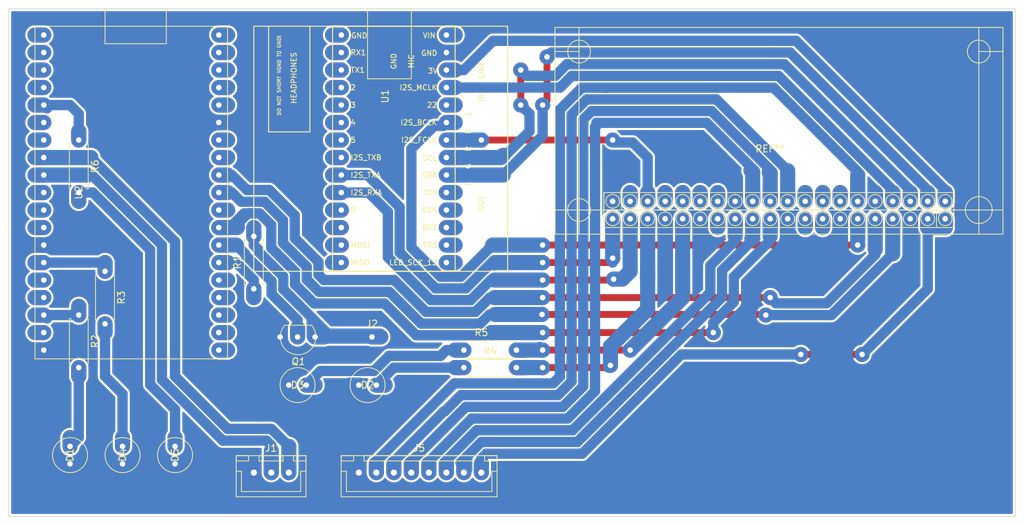
<source format=kicad_pcb>
(kicad_pcb (version 20171130) (host pcbnew "(5.1.6)-1")

  (general
    (thickness 1.6)
    (drawings 4)
    (tracks 401)
    (zones 0)
    (modules 20)
    (nets 90)
  )

  (page A4)
  (layers
    (0 F.Cu signal)
    (31 B.Cu signal)
    (32 B.Adhes user)
    (33 F.Adhes user)
    (34 B.Paste user)
    (35 F.Paste user)
    (36 B.SilkS user)
    (37 F.SilkS user)
    (38 B.Mask user)
    (39 F.Mask user)
    (40 Dwgs.User user)
    (41 Cmts.User user)
    (42 Eco1.User user)
    (43 Eco2.User user)
    (44 Edge.Cuts user)
    (45 Margin user)
    (46 B.CrtYd user)
    (47 F.CrtYd user)
    (48 B.Fab user)
    (49 F.Fab user)
  )

  (setup
    (last_trace_width 1.5)
    (user_trace_width 0.3)
    (user_trace_width 1)
    (user_trace_width 1.1)
    (user_trace_width 1.27)
    (user_trace_width 1.5)
    (user_trace_width 2.2)
    (trace_clearance 0.2)
    (zone_clearance 0.508)
    (zone_45_only no)
    (trace_min 0.2)
    (via_size 0.8)
    (via_drill 0.4)
    (via_min_size 0.4)
    (via_min_drill 0.3)
    (user_via 2.2 0.8)
    (uvia_size 0.3)
    (uvia_drill 0.1)
    (uvias_allowed no)
    (uvia_min_size 0.2)
    (uvia_min_drill 0.1)
    (edge_width 0.1)
    (segment_width 0.2)
    (pcb_text_width 0.3)
    (pcb_text_size 1.5 1.5)
    (mod_edge_width 0.15)
    (mod_text_size 1 1)
    (mod_text_width 0.15)
    (pad_size 1.524 1.524)
    (pad_drill 0.762)
    (pad_to_mask_clearance 0)
    (aux_axis_origin 0 0)
    (visible_elements FFFFFF7F)
    (pcbplotparams
      (layerselection 0x010fc_ffffffff)
      (usegerberextensions false)
      (usegerberattributes true)
      (usegerberadvancedattributes true)
      (creategerberjobfile true)
      (excludeedgelayer true)
      (linewidth 0.100000)
      (plotframeref false)
      (viasonmask false)
      (mode 1)
      (useauxorigin false)
      (hpglpennumber 1)
      (hpglpenspeed 20)
      (hpglpendiameter 15.000000)
      (psnegative false)
      (psa4output false)
      (plotreference true)
      (plotvalue true)
      (plotinvisibletext false)
      (padsonsilk false)
      (subtractmaskfromsilk false)
      (outputformat 1)
      (mirror false)
      (drillshape 1)
      (scaleselection 1)
      (outputdirectory ""))
  )

  (net 0 "")
  (net 1 LED_ALIVE)
  (net 2 RPI_I2S_TX_ACTIVE)
  (net 3 RPI_I2S_RX_ACTIVE)
  (net 4 LED_PI_RUN)
  (net 5 LED_PI_READY)
  (net 6 T4_TX1)
  (net 7 T4_RX1)
  (net 8 GND)
  (net 9 RPI_RUN)
  (net 10 "Net-(J3-Pad2)")
  (net 11 I2S_FCLK)
  (net 12 "Net-(J3-Pad4)")
  (net 13 "Net-(J3-Pad5)")
  (net 14 "Net-(J3-Pad6)")
  (net 15 "Net-(J3-Pad7)")
  (net 16 RPI_SCLK)
  (net 17 RPI_MISO)
  (net 18 RPI_MOSI)
  (net 19 "Net-(J3-Pad12)")
  (net 20 "Net-(J3-Pad13)")
  (net 21 "Net-(J3-Pad14)")
  (net 22 RPI_CD)
  (net 23 I2S_MCLK)
  (net 24 RPI_SCL)
  (net 25 RPI_SDA)
  (net 26 RPI_3V)
  (net 27 I2S_TX)
  (net 28 I2S_RX)
  (net 29 "Net-(J4-Pad14)")
  (net 30 RPI_TOUCH_CS)
  (net 31 RPI_LED_CS)
  (net 32 RPI_READY)
  (net 33 "Net-(J4-Pad9)")
  (net 34 "Net-(J4-Pad8)")
  (net 35 I2S_BCLK)
  (net 36 RPI_RX)
  (net 37 RPI_TX)
  (net 38 RPI_5V)
  (net 39 PI_REBOOT)
  (net 40 SENS_PI_RUN)
  (net 41 "Net-(U1-Pad1)")
  (net 42 "Net-(U1-Pad2)")
  (net 43 "Net-(U1-Pad3)")
  (net 44 "Net-(U1-Pad4)")
  (net 45 "Net-(U1-Pad5)")
  (net 46 "Net-(U1-Pad6)")
  (net 47 "Net-(U1-Pad7)")
  (net 48 "Net-(U1-Pad8)")
  (net 49 "Net-(U1-Pad11)")
  (net 50 "Net-(U1-Pad12)")
  (net 51 "Net-(U1-Pad13)")
  (net 52 "Net-(U1-Pad14)")
  (net 53 "Net-(U1-Pad15)")
  (net 54 "Net-(U1-Pad16)")
  (net 55 "Net-(U1-Pad17)")
  (net 56 "Net-(U1-Pad18)")
  (net 57 "Net-(U1-Pad19)")
  (net 58 "Net-(U1-Pad24)")
  (net 59 "Net-(U1-Pad28)")
  (net 60 "Net-(U2-Pad1)")
  (net 61 "Net-(U2-Pad2)")
  (net 62 "Net-(U2-Pad3)")
  (net 63 "Net-(U2-Pad4)")
  (net 64 "Net-(U2-Pad5)")
  (net 65 "Net-(U2-Pad7)")
  (net 66 "Net-(U2-Pad8)")
  (net 67 "Net-(U2-Pad11)")
  (net 68 "Net-(U2-Pad15)")
  (net 69 "Net-(U2-Pad16)")
  (net 70 "Net-(U2-Pad17)")
  (net 71 "Net-(U2-Pad18)")
  (net 72 "Net-(U2-Pad19)")
  (net 73 "Net-(U2-Pad21)")
  (net 74 "Net-(U2-Pad23)")
  (net 75 "Net-(U2-Pad24)")
  (net 76 "Net-(U2-Pad27)")
  (net 77 "Net-(U2-Pad28)")
  (net 78 "Net-(U2-Pad29)")
  (net 79 "Net-(U2-Pad32)")
  (net 80 "Net-(U2-Pad33)")
  (net 81 "Net-(U2-Pad35)")
  (net 82 "Net-(U2-Pad36)")
  (net 83 "Net-(U2-Pad37)")
  (net 84 "Net-(U2-Pad38)")
  (net 85 "Net-(D1-Pad2)")
  (net 86 "Net-(D2-Pad2)")
  (net 87 "Net-(D3-Pad2)")
  (net 88 "Net-(D4-Pad2)")
  (net 89 "Net-(D5-Pad2)")

  (net_class Default "This is the default net class."
    (clearance 0.2)
    (trace_width 0.25)
    (via_dia 0.8)
    (via_drill 0.4)
    (uvia_dia 0.3)
    (uvia_drill 0.1)
    (add_net GND)
    (add_net I2S_BCLK)
    (add_net I2S_FCLK)
    (add_net I2S_MCLK)
    (add_net I2S_RX)
    (add_net I2S_TX)
    (add_net LED_ALIVE)
    (add_net LED_PI_READY)
    (add_net LED_PI_RUN)
    (add_net "Net-(D1-Pad2)")
    (add_net "Net-(D2-Pad2)")
    (add_net "Net-(D3-Pad2)")
    (add_net "Net-(D4-Pad2)")
    (add_net "Net-(D5-Pad2)")
    (add_net "Net-(J3-Pad12)")
    (add_net "Net-(J3-Pad13)")
    (add_net "Net-(J3-Pad14)")
    (add_net "Net-(J3-Pad2)")
    (add_net "Net-(J3-Pad4)")
    (add_net "Net-(J3-Pad5)")
    (add_net "Net-(J3-Pad6)")
    (add_net "Net-(J3-Pad7)")
    (add_net "Net-(J4-Pad14)")
    (add_net "Net-(J4-Pad8)")
    (add_net "Net-(J4-Pad9)")
    (add_net "Net-(U1-Pad1)")
    (add_net "Net-(U1-Pad11)")
    (add_net "Net-(U1-Pad12)")
    (add_net "Net-(U1-Pad13)")
    (add_net "Net-(U1-Pad14)")
    (add_net "Net-(U1-Pad15)")
    (add_net "Net-(U1-Pad16)")
    (add_net "Net-(U1-Pad17)")
    (add_net "Net-(U1-Pad18)")
    (add_net "Net-(U1-Pad19)")
    (add_net "Net-(U1-Pad2)")
    (add_net "Net-(U1-Pad24)")
    (add_net "Net-(U1-Pad28)")
    (add_net "Net-(U1-Pad3)")
    (add_net "Net-(U1-Pad4)")
    (add_net "Net-(U1-Pad5)")
    (add_net "Net-(U1-Pad6)")
    (add_net "Net-(U1-Pad7)")
    (add_net "Net-(U1-Pad8)")
    (add_net "Net-(U2-Pad1)")
    (add_net "Net-(U2-Pad11)")
    (add_net "Net-(U2-Pad15)")
    (add_net "Net-(U2-Pad16)")
    (add_net "Net-(U2-Pad17)")
    (add_net "Net-(U2-Pad18)")
    (add_net "Net-(U2-Pad19)")
    (add_net "Net-(U2-Pad2)")
    (add_net "Net-(U2-Pad21)")
    (add_net "Net-(U2-Pad23)")
    (add_net "Net-(U2-Pad24)")
    (add_net "Net-(U2-Pad27)")
    (add_net "Net-(U2-Pad28)")
    (add_net "Net-(U2-Pad29)")
    (add_net "Net-(U2-Pad3)")
    (add_net "Net-(U2-Pad32)")
    (add_net "Net-(U2-Pad33)")
    (add_net "Net-(U2-Pad35)")
    (add_net "Net-(U2-Pad36)")
    (add_net "Net-(U2-Pad37)")
    (add_net "Net-(U2-Pad38)")
    (add_net "Net-(U2-Pad4)")
    (add_net "Net-(U2-Pad5)")
    (add_net "Net-(U2-Pad7)")
    (add_net "Net-(U2-Pad8)")
    (add_net PI_REBOOT)
    (add_net RPI_3V)
    (add_net RPI_5V)
    (add_net RPI_CD)
    (add_net RPI_I2S_RX_ACTIVE)
    (add_net RPI_I2S_TX_ACTIVE)
    (add_net RPI_LED_CS)
    (add_net RPI_MISO)
    (add_net RPI_MOSI)
    (add_net RPI_READY)
    (add_net RPI_RUN)
    (add_net RPI_RX)
    (add_net RPI_SCL)
    (add_net RPI_SCLK)
    (add_net RPI_SDA)
    (add_net RPI_TOUCH_CS)
    (add_net RPI_TX)
    (add_net SENS_PI_RUN)
    (add_net T4_RX1)
    (add_net T4_TX1)
  )

  (module 0_my_footprints2:esp32_dev (layer F.Cu) (tedit 6655F2F9) (tstamp 66566955)
    (at 111.76 66.04 270)
    (path /66564A96)
    (fp_text reference U2 (at 0 7.62 90) (layer F.SilkS)
      (effects (font (size 1 1) (thickness 0.15)))
    )
    (fp_text value ESP32_DEV (at 0 -7.62 90) (layer F.Fab)
      (effects (font (size 1 1) (thickness 0.15)))
    )
    (fp_line (start -21.59 3.81) (end -21.59 -5.08) (layer F.SilkS) (width 0.12))
    (fp_line (start -26.67 3.81) (end -21.59 3.81) (layer F.SilkS) (width 0.12))
    (fp_line (start -26.67 -5.08) (end -26.67 3.81) (layer F.SilkS) (width 0.12))
    (fp_line (start -21.59 -5.08) (end -26.67 -5.08) (layer F.SilkS) (width 0.12))
    (fp_line (start -24.13 13.97) (end -24.13 -13.97) (layer F.SilkS) (width 0.12))
    (fp_line (start 24.13 13.97) (end -24.13 13.97) (layer F.SilkS) (width 0.12))
    (fp_line (start 24.13 -13.97) (end 24.13 13.97) (layer F.SilkS) (width 0.12))
    (fp_line (start -24.13 -13.97) (end 24.13 -13.97) (layer F.SilkS) (width 0.12))
    (pad 1 thru_hole oval (at -22.86 -12.7 270) (size 2.2 3.47) (drill 0.8 (offset 0 -0.635)) (layers *.Cu *.Mask)
      (net 60 "Net-(U2-Pad1)"))
    (pad 2 thru_hole oval (at -20.32 -12.7 270) (size 2.2 3.47) (drill 0.8 (offset 0 -0.635)) (layers *.Cu *.Mask)
      (net 61 "Net-(U2-Pad2)"))
    (pad 3 thru_hole oval (at -17.78 -12.7 270) (size 2.2 3.47) (drill 0.8 (offset 0 -0.635)) (layers *.Cu *.Mask)
      (net 62 "Net-(U2-Pad3)"))
    (pad 4 thru_hole oval (at -15.24 -12.7 270) (size 2.2 3.47) (drill 0.8 (offset 0 -0.635)) (layers *.Cu *.Mask)
      (net 63 "Net-(U2-Pad4)"))
    (pad 5 thru_hole oval (at -12.7 -12.7 270) (size 2.2 3.47) (drill 0.8 (offset 0 -0.635)) (layers *.Cu *.Mask)
      (net 64 "Net-(U2-Pad5)"))
    (pad 6 thru_hole oval (at -10.16 -12.7 270) (size 2.2 3.47) (drill 0.8 (offset 0 -0.635)) (layers *.Cu *.Mask)
      (net 8 GND))
    (pad 7 thru_hole oval (at -7.62 -12.7 270) (size 2.2 3.47) (drill 0.8 (offset 0 -0.635)) (layers *.Cu *.Mask)
      (net 65 "Net-(U2-Pad7)"))
    (pad 8 thru_hole oval (at -5.08 -12.7 270) (size 2.2 3.47) (drill 0.8 (offset 0 -0.635)) (layers *.Cu *.Mask)
      (net 66 "Net-(U2-Pad8)"))
    (pad 9 thru_hole oval (at -2.54 -12.7 270) (size 2.2 3.47) (drill 0.8 (offset 0 -0.635)) (layers *.Cu *.Mask)
      (net 36 RPI_RX))
    (pad 10 thru_hole oval (at 0 -12.7 270) (size 2.2 3.47) (drill 0.8 (offset 0 -0.635)) (layers *.Cu *.Mask)
      (net 37 RPI_TX))
    (pad 11 thru_hole oval (at 2.54 -12.7 270) (size 2.2 3.47) (drill 0.8 (offset 0 -0.635)) (layers *.Cu *.Mask)
      (net 67 "Net-(U2-Pad11)"))
    (pad 12 thru_hole oval (at 5.08 -12.7 270) (size 2.2 3.47) (drill 0.8 (offset 0 -0.635)) (layers *.Cu *.Mask)
      (net 32 RPI_READY))
    (pad 13 thru_hole oval (at 7.62 -12.7 270) (size 2.2 3.47) (drill 0.8 (offset 0 -0.635)) (layers *.Cu *.Mask)
      (net 39 PI_REBOOT))
    (pad 14 thru_hole oval (at 10.16 -12.7 270) (size 2.2 3.47) (drill 0.8 (offset 0 -0.635)) (layers *.Cu *.Mask)
      (net 40 SENS_PI_RUN))
    (pad 15 thru_hole oval (at 12.7 -12.7 270) (size 2.2 3.47) (drill 0.8 (offset 0 -0.635)) (layers *.Cu *.Mask)
      (net 68 "Net-(U2-Pad15)"))
    (pad 16 thru_hole oval (at 15.24 -12.7 270) (size 2.2 3.47) (drill 0.8 (offset 0 -0.635)) (layers *.Cu *.Mask)
      (net 69 "Net-(U2-Pad16)"))
    (pad 17 thru_hole oval (at 17.78 -12.7 270) (size 2.2 3.47) (drill 0.8 (offset 0 -0.635)) (layers *.Cu *.Mask)
      (net 70 "Net-(U2-Pad17)"))
    (pad 18 thru_hole oval (at 20.32 -12.7 270) (size 2.2 3.47) (drill 0.8 (offset 0 -0.635)) (layers *.Cu *.Mask)
      (net 71 "Net-(U2-Pad18)"))
    (pad 19 thru_hole oval (at 22.86 -12.7 270) (size 2.2 3.47) (drill 0.8 (offset 0 -0.635)) (layers *.Cu *.Mask)
      (net 72 "Net-(U2-Pad19)"))
    (pad 20 thru_hole oval (at 22.86 12.7 270) (size 2.2 3.47) (drill 0.8 (offset 0 0.635)) (layers *.Cu *.Mask)
      (net 8 GND))
    (pad 21 thru_hole oval (at 20.32 12.7 270) (size 2.2 3.47) (drill 0.8 (offset 0 0.635)) (layers *.Cu *.Mask)
      (net 73 "Net-(U2-Pad21)"))
    (pad 22 thru_hole oval (at 17.78 12.7 270) (size 2.2 3.47) (drill 0.8 (offset 0 0.635)) (layers *.Cu *.Mask)
      (net 1 LED_ALIVE))
    (pad 23 thru_hole oval (at 15.24 12.7 270) (size 2.2 3.47) (drill 0.8 (offset 0 0.635)) (layers *.Cu *.Mask)
      (net 74 "Net-(U2-Pad23)"))
    (pad 24 thru_hole oval (at 12.7 12.7 270) (size 2.2 3.47) (drill 0.8 (offset 0 0.635)) (layers *.Cu *.Mask)
      (net 75 "Net-(U2-Pad24)"))
    (pad 25 thru_hole oval (at 10.16 12.7 270) (size 2.2 3.47) (drill 0.8 (offset 0 0.635)) (layers *.Cu *.Mask)
      (net 4 LED_PI_RUN))
    (pad 26 thru_hole oval (at 7.62 12.7 270) (size 2.2 3.47) (drill 0.8 (offset 0 0.635)) (layers *.Cu *.Mask)
      (net 8 GND))
    (pad 27 thru_hole oval (at 5.08 12.7 270) (size 2.2 3.47) (drill 0.8 (offset 0 0.635)) (layers *.Cu *.Mask)
      (net 76 "Net-(U2-Pad27)"))
    (pad 28 thru_hole oval (at 2.54 12.7 270) (size 2.2 3.47) (drill 0.8 (offset 0 0.635)) (layers *.Cu *.Mask)
      (net 77 "Net-(U2-Pad28)"))
    (pad 29 thru_hole oval (at 0 12.7 270) (size 2.2 3.47) (drill 0.8 (offset 0 0.635)) (layers *.Cu *.Mask)
      (net 78 "Net-(U2-Pad29)"))
    (pad 30 thru_hole oval (at -2.54 12.7 270) (size 2.2 3.47) (drill 0.8 (offset 0 0.635)) (layers *.Cu *.Mask)
      (net 7 T4_RX1))
    (pad 31 thru_hole oval (at -5.08 12.7 270) (size 2.2 3.47) (drill 0.8 (offset 0 0.635)) (layers *.Cu *.Mask)
      (net 6 T4_TX1))
    (pad 32 thru_hole oval (at -7.62 12.7 270) (size 2.2 3.47) (drill 0.8 (offset 0 0.635)) (layers *.Cu *.Mask)
      (net 79 "Net-(U2-Pad32)"))
    (pad 33 thru_hole oval (at -10.16 12.7 270) (size 2.2 3.47) (drill 0.8 (offset 0 0.635)) (layers *.Cu *.Mask)
      (net 80 "Net-(U2-Pad33)"))
    (pad 34 thru_hole oval (at -12.7 12.7 270) (size 2.2 3.47) (drill 0.8 (offset 0 0.635)) (layers *.Cu *.Mask)
      (net 5 LED_PI_READY))
    (pad 35 thru_hole oval (at -15.24 12.7 270) (size 2.2 3.47) (drill 0.8 (offset 0 0.635)) (layers *.Cu *.Mask)
      (net 81 "Net-(U2-Pad35)"))
    (pad 36 thru_hole oval (at -17.78 12.7 270) (size 2.2 3.47) (drill 0.8 (offset 0 0.635)) (layers *.Cu *.Mask)
      (net 82 "Net-(U2-Pad36)"))
    (pad 37 thru_hole oval (at -20.32 12.7 270) (size 2.2 3.47) (drill 0.8 (offset 0 0.635)) (layers *.Cu *.Mask)
      (net 83 "Net-(U2-Pad37)"))
    (pad 38 thru_hole oval (at -22.86 12.7 270) (size 2.2 3.47) (drill 0.8 (offset 0 0.635)) (layers *.Cu *.Mask)
      (net 84 "Net-(U2-Pad38)"))
    (model C:/src/kiCad/libraries/my_3d_files/ESP32-WROOM-32D-Assembly.STEP
      (offset (xyz 0 0 8.5))
      (scale (xyz 1 1 1))
      (rotate (xyz -90 0 90))
    )
  )

  (module 0_my_footprints2:led_yellow (layer F.Cu) (tedit 663A8198) (tstamp 6655EFFC)
    (at 134.62 93.98)
    (descr "led with bigger pads")
    (path /66485268)
    (fp_text reference D3 (at 1.27 0) (layer F.SilkS)
      (effects (font (size 1 1) (thickness 0.15)))
    )
    (fp_text value yellow (at 1.27 3.81) (layer F.Fab)
      (effects (font (size 1 1) (thickness 0.15)))
    )
    (fp_circle (center 1.27 0) (end 1.27 -2.54) (layer F.SilkS) (width 0.12))
    (pad 2 thru_hole oval (at 2.54 0) (size 3.47 2.2) (drill 0.8 (offset 0.635 0)) (layers *.Cu *.Mask)
      (net 87 "Net-(D3-Pad2)"))
    (pad 1 thru_hole oval (at 0 0) (size 3.47 2.2) (drill 0.8 (offset -0.635 0)) (layers *.Cu *.Mask)
      (net 8 GND))
    (model C:/src/kiCad/libraries/my_3d_files/led_yellow.step
      (at (xyz 0 0 0))
      (scale (xyz 1 1 1))
      (rotate (xyz 0 0 0))
    )
  )

  (module 0_my_footprints2:led_yellow (layer F.Cu) (tedit 663A8198) (tstamp 6655EFF5)
    (at 144.78 93.98)
    (descr "led with bigger pads")
    (path /6647603F)
    (fp_text reference D2 (at 1.27 0) (layer F.SilkS)
      (effects (font (size 1 1) (thickness 0.15)))
    )
    (fp_text value yellow (at 1.27 3.81) (layer F.Fab)
      (effects (font (size 1 1) (thickness 0.15)))
    )
    (fp_circle (center 1.27 0) (end 1.27 -2.54) (layer F.SilkS) (width 0.12))
    (pad 1 thru_hole oval (at 0 0) (size 3.47 2.2) (drill 0.8 (offset -0.635 0)) (layers *.Cu *.Mask)
      (net 8 GND))
    (pad 2 thru_hole oval (at 2.54 0) (size 3.47 2.2) (drill 0.8 (offset 0.635 0)) (layers *.Cu *.Mask)
      (net 86 "Net-(D2-Pad2)"))
    (model C:/src/kiCad/libraries/my_3d_files/led_yellow.step
      (at (xyz 0 0 0))
      (scale (xyz 1 1 1))
      (rotate (xyz 0 0 0))
    )
  )

  (module 0_my_footprints2:rpi_zero_2w (layer F.Cu) (tedit 6655FE85) (tstamp 6656904D)
    (at 229.87 69.85)
    (fp_text reference REF** (at -25.4 -10.16) (layer F.SilkS)
      (effects (font (size 1 1) (thickness 0.15)))
    )
    (fp_text value "rpi zero 2w" (at -25.4 -13.97) (layer F.Fab)
      (effects (font (size 1 1) (thickness 0.15)))
    )
    (fp_circle (center -22.86 -2.54) (end -21.86 -2.54) (layer F.SilkS) (width 0.12))
    (fp_circle (center -20.32 -2.54) (end -19.32 -2.54) (layer F.SilkS) (width 0.12))
    (fp_circle (center -20.32 0) (end -19.32 0) (layer F.SilkS) (width 0.12))
    (fp_circle (center -22.86 0) (end -21.86 0) (layer F.SilkS) (width 0.12))
    (fp_circle (center -17.78 -2.54) (end -16.78 -2.54) (layer F.SilkS) (width 0.12))
    (fp_circle (center -17.78 0) (end -16.78 0) (layer F.SilkS) (width 0.12))
    (fp_circle (center -15.24 -2.54) (end -14.24 -2.54) (layer F.SilkS) (width 0.12))
    (fp_circle (center -15.24 0) (end -14.24 0) (layer F.SilkS) (width 0.12))
    (fp_circle (center -12.7 -2.54) (end -11.7 -2.54) (layer F.SilkS) (width 0.12))
    (fp_circle (center -12.7 0) (end -11.7 0) (layer F.SilkS) (width 0.12))
    (fp_circle (center -10.16 -2.54) (end -9.16 -2.54) (layer F.SilkS) (width 0.12))
    (fp_circle (center -10.16 0) (end -9.16 0) (layer F.SilkS) (width 0.12))
    (fp_circle (center -7.62 -2.54) (end -6.62 -2.54) (layer F.SilkS) (width 0.12))
    (fp_circle (center -7.62 0) (end -6.62 0) (layer F.SilkS) (width 0.12))
    (fp_circle (center -5.08 -2.54) (end -4.08 -2.54) (layer F.SilkS) (width 0.12))
    (fp_circle (center -5.08 0) (end -4.08 0) (layer F.SilkS) (width 0.12))
    (fp_circle (center -2.54 -2.54) (end -1.54 -2.54) (layer F.SilkS) (width 0.12))
    (fp_circle (center -2.54 0) (end -1.54 0) (layer F.SilkS) (width 0.12))
    (fp_circle (center 0 -2.54) (end 1 -2.54) (layer F.SilkS) (width 0.12))
    (fp_circle (center 0 0) (end 1 0) (layer F.SilkS) (width 0.12))
    (fp_circle (center -48.26 -2.54) (end -47.26 -2.54) (layer F.SilkS) (width 0.12))
    (fp_circle (center -43.18 0) (end -42.18 0) (layer F.SilkS) (width 0.12))
    (fp_circle (center -35.56 -2.54) (end -34.56 -2.54) (layer F.SilkS) (width 0.12))
    (fp_circle (center -40.64 -2.54) (end -39.64 -2.54) (layer F.SilkS) (width 0.12))
    (fp_circle (center -35.56 0) (end -34.56 0) (layer F.SilkS) (width 0.12))
    (fp_circle (center -25.4 -2.54) (end -24.4 -2.54) (layer F.SilkS) (width 0.12))
    (fp_circle (center -30.48 -2.54) (end -29.48 -2.54) (layer F.SilkS) (width 0.12))
    (fp_circle (center -27.94 -2.54) (end -26.94 -2.54) (layer F.SilkS) (width 0.12))
    (fp_circle (center -45.72 0) (end -44.72 0) (layer F.SilkS) (width 0.12))
    (fp_circle (center -27.94 0) (end -26.94 0) (layer F.SilkS) (width 0.12))
    (fp_circle (center -40.64 0) (end -39.64 0) (layer F.SilkS) (width 0.12))
    (fp_circle (center -30.48 0) (end -29.48 0) (layer F.SilkS) (width 0.12))
    (fp_circle (center -45.72 -2.54) (end -44.72 -2.54) (layer F.SilkS) (width 0.12))
    (fp_circle (center -33.02 -2.54) (end -32.02 -2.54) (layer F.SilkS) (width 0.12))
    (fp_circle (center -38.1 0) (end -37.1 0) (layer F.SilkS) (width 0.12))
    (fp_circle (center -33.02 0) (end -32.02 0) (layer F.SilkS) (width 0.12))
    (fp_circle (center -38.1 -2.54) (end -37.1 -2.54) (layer F.SilkS) (width 0.12))
    (fp_circle (center -25.4 0) (end -24.4 0) (layer F.SilkS) (width 0.12))
    (fp_circle (center -48.26 0) (end -47.26 0) (layer F.SilkS) (width 0.12))
    (fp_circle (center -43.18 -2.54) (end -42.18 -2.54) (layer F.SilkS) (width 0.12))
    (fp_line (start 0 -1.27) (end 4.87 -1.27) (layer F.SilkS) (width 0.12))
    (fp_circle (center 4.87 -1.27) (end 6.35 0) (layer F.SilkS) (width 0.12))
    (fp_line (start -48.26 -1.27) (end -53.13 -1.27) (layer F.SilkS) (width 0.12))
    (fp_circle (center -53.13 -1.27) (end -52.07 0) (layer F.SilkS) (width 0.12))
    (fp_line (start -53.13 -1.27) (end -53.13 2.23) (layer F.SilkS) (width 0.12))
    (fp_line (start 4.87 -1.27) (end 4.87 2.23) (layer F.SilkS) (width 0.12))
    (fp_line (start 4.87 -1.27) (end 8.37 -1.27) (layer F.SilkS) (width 0.12))
    (fp_line (start -53.13 -1.27) (end -56.63 -1.27) (layer F.SilkS) (width 0.12))
    (fp_line (start 4.87 -1.27) (end 4.87 -24.27) (layer F.SilkS) (width 0.12))
    (fp_line (start -53.13 -1.27) (end -53.13 -24.27) (layer F.SilkS) (width 0.12))
    (fp_circle (center -53.13 -24.27) (end -52.07 -23) (layer F.SilkS) (width 0.12))
    (fp_circle (center 4.87 -24.27) (end 5.93 -23) (layer F.SilkS) (width 0.12))
    (fp_line (start 4.87 -24.27) (end 8.37 -24.27) (layer F.SilkS) (width 0.12))
    (fp_line (start 4.87 -24.27) (end 4.87 -27.77) (layer F.SilkS) (width 0.12))
    (fp_line (start -53.13 -24.27) (end -56.63 -24.27) (layer F.SilkS) (width 0.12))
    (fp_line (start -53.13 -24.27) (end -53.13 -27.77) (layer F.SilkS) (width 0.12))
    (fp_line (start -56.63 -24.27) (end -56.63 -1.27) (layer F.SilkS) (width 0.12))
    (fp_line (start -56.63 -1.27) (end -56.63 2.23) (layer F.SilkS) (width 0.12))
    (fp_line (start 8.37 -1.27) (end 8.37 2.23) (layer F.SilkS) (width 0.12))
    (fp_line (start 8.37 -24.27) (end 8.37 -27.77) (layer F.SilkS) (width 0.12))
    (fp_line (start -56.63 -24.27) (end -56.63 -27.77) (layer F.SilkS) (width 0.12))
    (fp_line (start -56.63 -27.77) (end 8.37 -27.77) (layer F.SilkS) (width 0.12))
    (fp_line (start 8.37 -24.27) (end 8.37 -1.27) (layer F.SilkS) (width 0.12))
    (fp_line (start -56.63 2.23) (end 8.37 2.23) (layer F.SilkS) (width 0.12))
    (model "C:/src/kiCad/libraries/my_3d_files/Raspberry Pi Zero 2 W.STEP"
      (offset (xyz -24.13 12.7 9))
      (scale (xyz 1 1 1))
      (rotate (xyz -90 0 180))
    )
  )

  (module 0_my_teensy:audioShieldRevD (layer F.Cu) (tedit 6640EBDE) (tstamp 6655F17A)
    (at 142.24 43.18 270)
    (path /664E10BD)
    (fp_text reference U1 (at 8.89 -6.35 90) (layer F.SilkS)
      (effects (font (size 1 1) (thickness 0.15)))
    )
    (fp_text value teensyAudioRevD (at 16.51 -7.62 270) (layer F.Fab)
      (effects (font (size 1 1) (thickness 0.15)))
    )
    (fp_line (start -3.81 -3.81) (end -3.81 -10.16) (layer F.SilkS) (width 0.12))
    (fp_line (start 6.35 -3.81) (end -3.81 -3.81) (layer F.SilkS) (width 0.12))
    (fp_line (start 6.35 -10.16) (end 6.35 -3.81) (layer F.SilkS) (width 0.12))
    (fp_line (start -3.81 -10.16) (end 6.35 -10.16) (layer F.SilkS) (width 0.12))
    (fp_line (start 14.0589 10.5537) (end -1.26746 10.5537) (layer F.SilkS) (width 0.15))
    (fp_line (start 14.0589 4.56438) (end 14.0589 10.5537) (layer F.SilkS) (width 0.15))
    (fp_line (start -1.26746 4.56438) (end 14.0589 4.56438) (layer F.SilkS) (width 0.15))
    (fp_line (start -1.27 12.7) (end -1.27 -24.13) (layer F.SilkS) (width 0.15))
    (fp_line (start 34.29 12.7) (end -1.27 12.7) (layer F.SilkS) (width 0.15))
    (fp_line (start 34.29 -24.13) (end 34.29 12.7) (layer F.SilkS) (width 0.15))
    (fp_line (start -1.27 -24.13) (end 34.29 -24.13) (layer F.SilkS) (width 0.15))
    (fp_line (start -1.27 -16.51) (end -1.27 1.27) (layer F.SilkS) (width 0.15))
    (fp_line (start 34.29 -16.51) (end -1.27 -16.51) (layer F.SilkS) (width 0.15))
    (fp_line (start 34.29 1.27) (end 34.29 -16.51) (layer F.SilkS) (width 0.15))
    (fp_line (start -1.27 1.27) (end 34.29 1.27) (layer F.SilkS) (width 0.15))
    (fp_text user L (at 21.59 -18.415 90) (layer F.SilkS)
      (effects (font (size 0.762 0.762) (thickness 0.127)))
    )
    (fp_text user G (at 19.05 -18.415 90) (layer F.SilkS)
      (effects (font (size 0.762 0.762) (thickness 0.127)))
    )
    (fp_text user R (at 16.51 -18.415 90) (layer F.SilkS)
      (effects (font (size 0.762 0.762) (thickness 0.127)))
    )
    (fp_text user R (at 13.97 -18.415 90) (layer F.SilkS)
      (effects (font (size 0.762 0.762) (thickness 0.127)))
    )
    (fp_text user L (at 11.43 -18.415 90) (layer F.SilkS)
      (effects (font (size 0.762 0.762) (thickness 0.127)))
    )
    (fp_text user OUT (at 24.4602 -20.31238 90) (layer F.SilkS)
      (effects (font (size 0.762 0.762) (thickness 0.127)))
    )
    (fp_text user IN (at 9.1186 -20.30984 90) (layer F.SilkS)
      (effects (font (size 0.762 0.762) (thickness 0.127)))
    )
    (fp_text user GND (at 0.08636 -2.594852) (layer F.SilkS)
      (effects (font (size 0.762 0.762) (thickness 0.127)))
    )
    (fp_text user MIC (at 3.81 -10.16 90) (layer F.SilkS)
      (effects (font (size 0.762 0.762) (thickness 0.127)))
    )
    (fp_text user GND (at 3.81 -7.62 90) (layer F.SilkS)
      (effects (font (size 0.762 0.762) (thickness 0.127)))
    )
    (fp_text user 3V (at 5.20954 -13.254808) (layer F.SilkS)
      (effects (font (size 0.762 0.762) (thickness 0.127)))
    )
    (fp_text user I2S_FCLK (at 15.24 -13.97) (layer F.SilkS)
      (effects (font (size 0.762 0.762) (thickness 0.127)) (justify right))
    )
    (fp_text user I2S_BCLK (at 12.7 -13.97) (layer F.SilkS)
      (effects (font (size 0.762 0.762) (thickness 0.127)) (justify right))
    )
    (fp_text user SCL (at 17.86636 -13.97) (layer F.SilkS)
      (effects (font (size 0.762 0.762) (thickness 0.127)) (justify right))
    )
    (fp_text user SDA (at 20.32 -13.97) (layer F.SilkS)
      (effects (font (size 0.762 0.762) (thickness 0.127)) (justify right))
    )
    (fp_text user I2S_TXA (at 20.32 -1.27) (layer F.SilkS)
      (effects (font (size 0.762 0.762) (thickness 0.127)) (justify left))
    )
    (fp_text user I2S_RXA (at 22.86 -1.27) (layer F.SilkS)
      (effects (font (size 0.762 0.762) (thickness 0.127)) (justify left))
    )
    (fp_text user SDCS (at 27.94 -1.27) (layer Margin)
      (effects (font (size 0.762 0.762) (thickness 0.127)) (justify left))
    )
    (fp_text user HEADPHONES (at 6.23316 6.88594 90) (layer F.SilkS)
      (effects (font (size 0.762 0.762) (thickness 0.127)))
    )
    (fp_text user "DO NOT SHORT VGND TO GND!" (at 5.87756 9.02208 90) (layer F.SilkS)
      (effects (font (size 0.508 0.508) (thickness 0.1016)))
    )
    (fp_text user LINE (at 5.08 -20.32 90) (layer F.SilkS)
      (effects (font (size 0.762 0.762) (thickness 0.127)))
    )
    (fp_text user I2S_MCLK (at 7.62 -13.97) (layer F.SilkS)
      (effects (font (size 0.762 0.762) (thickness 0.127)) (justify right))
    )
    (fp_text user GND (at 2.62636 -12.754852) (layer F.SilkS)
      (effects (font (size 0.762 0.762) (thickness 0.127)))
    )
    (fp_text user VIN (at 0.08636 -12.754852) (layer F.SilkS)
      (effects (font (size 0.762 0.762) (thickness 0.127)))
    )
    (fp_text user I2S_TXB (at 17.78 -1.27) (layer F.SilkS)
      (effects (font (size 0.762 0.762) (thickness 0.127)) (justify left))
    )
    (fp_text user TX4 (at 22.86 -13.97) (layer F.SilkS)
      (effects (font (size 0.762 0.762) (thickness 0.127)) (justify right))
    )
    (fp_text user RX4 (at 25.4 -13.97) (layer F.SilkS)
      (effects (font (size 0.762 0.762) (thickness 0.127)) (justify right))
    )
    (fp_text user RX3 (at 27.94 -13.97) (layer F.SilkS)
      (effects (font (size 0.762 0.762) (thickness 0.127)) (justify right))
    )
    (fp_text user TX3 (at 30.48 -13.97) (layer F.SilkS)
      (effects (font (size 0.762 0.762) (thickness 0.127)) (justify right))
    )
    (fp_text user LED_SCK_13 (at 33.02 -13.97) (layer F.SilkS)
      (effects (font (size 0.762 0.762) (thickness 0.127)) (justify right))
    )
    (fp_text user MISO (at 33.02 -1.27) (layer F.SilkS)
      (effects (font (size 0.762 0.762) (thickness 0.127)) (justify left))
    )
    (fp_text user MOSI (at 30.48 -1.27) (layer F.SilkS)
      (effects (font (size 0.762 0.762) (thickness 0.127)) (justify left))
    )
    (fp_text user RX1 (at 2.54 -1.27) (layer F.SilkS)
      (effects (font (size 0.762 0.762) (thickness 0.127)) (justify left))
    )
    (fp_text user TX1 (at 5.08 -1.27) (layer F.SilkS)
      (effects (font (size 0.762 0.762) (thickness 0.127)) (justify left))
    )
    (fp_text user 2 (at 7.62 -1.27) (layer F.SilkS)
      (effects (font (size 0.762 0.762) (thickness 0.127)) (justify left))
    )
    (fp_text user 3 (at 10.16 -1.27) (layer F.SilkS)
      (effects (font (size 0.762 0.762) (thickness 0.127)) (justify left))
    )
    (fp_text user 4 (at 12.7 -1.27) (layer F.SilkS)
      (effects (font (size 0.762 0.762) (thickness 0.127)) (justify left))
    )
    (fp_text user 5 (at 15.24 -1.27) (layer F.SilkS)
      (effects (font (size 0.762 0.762) (thickness 0.127)) (justify left))
    )
    (fp_text user 9 (at 25.4 -1.27) (layer F.SilkS)
      (effects (font (size 0.762 0.762) (thickness 0.127)) (justify left))
    )
    (fp_text user 22 (at 10.16 -13.97) (layer F.SilkS)
      (effects (font (size 0.762 0.762) (thickness 0.127)) (justify right))
    )
    (pad 1 thru_hole oval (at 0 0 270) (size 2.2 3.47) (drill 0.8 (offset 0 0.635)) (layers *.Cu *.Mask)
      (net 41 "Net-(U1-Pad1)"))
    (pad 2 thru_hole oval (at 2.54 0 270) (size 2.2 3.47) (drill 0.8 (offset 0 0.635)) (layers *.Cu *.Mask)
      (net 42 "Net-(U1-Pad2)"))
    (pad 3 thru_hole oval (at 5.08 0 270) (size 2.2 3.47) (drill 0.8 (offset 0 0.635)) (layers *.Cu *.Mask)
      (net 43 "Net-(U1-Pad3)"))
    (pad 4 thru_hole oval (at 7.62 0 270) (size 2.2 3.47) (drill 0.8 (offset 0 0.635)) (layers *.Cu *.Mask)
      (net 44 "Net-(U1-Pad4)"))
    (pad 5 thru_hole oval (at 10.16 0 270) (size 2.2 3.47) (drill 0.8 (offset 0 0.635)) (layers *.Cu *.Mask)
      (net 45 "Net-(U1-Pad5)"))
    (pad 6 thru_hole oval (at 12.7 0 270) (size 2.2 3.47) (drill 0.8 (offset 0 0.635)) (layers *.Cu *.Mask)
      (net 46 "Net-(U1-Pad6)"))
    (pad 7 thru_hole oval (at 15.24 0 270) (size 2.2 3.47) (drill 0.8 (offset 0 0.635)) (layers *.Cu *.Mask)
      (net 47 "Net-(U1-Pad7)"))
    (pad 8 thru_hole oval (at 17.78 0 270) (size 2.2 3.47) (drill 0.8 (offset 0 0.635)) (layers *.Cu *.Mask)
      (net 48 "Net-(U1-Pad8)"))
    (pad 9 thru_hole oval (at 20.32 0 270) (size 2.2 3.47) (drill 0.8 (offset 0 0.635)) (layers *.Cu *.Mask)
      (net 27 I2S_TX))
    (pad 10 thru_hole oval (at 22.86 0 270) (size 2.2 3.47) (drill 0.8 (offset 0 0.635)) (layers *.Cu *.Mask)
      (net 28 I2S_RX))
    (pad 11 thru_hole oval (at 25.4 0 270) (size 2.2 3.47) (drill 0.8 (offset 0 0.635)) (layers *.Cu *.Mask)
      (net 49 "Net-(U1-Pad11)"))
    (pad 12 thru_hole oval (at 27.94 0 270) (size 2.2 3.47) (drill 0.8 (offset 0 0.635)) (layers *.Cu *.Mask)
      (net 50 "Net-(U1-Pad12)"))
    (pad 13 thru_hole oval (at 30.48 0 270) (size 2.2 3.47) (drill 0.8 (offset 0 0.635)) (layers *.Cu *.Mask)
      (net 51 "Net-(U1-Pad13)"))
    (pad 14 thru_hole oval (at 33.02 0 270) (size 2.2 3.47) (drill 0.8 (offset 0 0.635)) (layers *.Cu *.Mask)
      (net 52 "Net-(U1-Pad14)"))
    (pad 15 thru_hole oval (at 33.02 -15.24 270) (size 2.2 3.47) (drill 0.8 (offset 0 -0.635)) (layers *.Cu *.Mask)
      (net 53 "Net-(U1-Pad15)"))
    (pad 16 thru_hole oval (at 30.48 -15.24 270) (size 2.2 3.47) (drill 0.8 (offset 0 -0.635)) (layers *.Cu *.Mask)
      (net 54 "Net-(U1-Pad16)"))
    (pad 17 thru_hole oval (at 27.94 -15.24 270) (size 2.2 3.47) (drill 0.8 (offset 0 -0.635)) (layers *.Cu *.Mask)
      (net 55 "Net-(U1-Pad17)"))
    (pad 18 thru_hole oval (at 25.4 -15.24 270) (size 2.2 3.47) (drill 0.8 (offset 0 -0.635)) (layers *.Cu *.Mask)
      (net 56 "Net-(U1-Pad18)"))
    (pad 19 thru_hole oval (at 22.86 -15.24 270) (size 2.2 3.47) (drill 0.8 (offset 0 -0.635)) (layers *.Cu *.Mask)
      (net 57 "Net-(U1-Pad19)"))
    (pad 20 thru_hole oval (at 20.32 -15.24 270) (size 2.2 3.47) (drill 0.8 (offset 0 -0.635)) (layers *.Cu *.Mask)
      (net 25 RPI_SDA))
    (pad 21 thru_hole oval (at 17.78 -15.24 270) (size 2.2 3.47) (drill 0.8 (offset 0 -0.635)) (layers *.Cu *.Mask)
      (net 24 RPI_SCL))
    (pad 22 thru_hole oval (at 15.24 -15.24 270) (size 2.2 3.47) (drill 0.8 (offset 0 -0.635)) (layers *.Cu *.Mask)
      (net 11 I2S_FCLK))
    (pad 23 thru_hole oval (at 12.7 -15.24 270) (size 2.2 3.47) (drill 0.8 (offset 0 -0.635)) (layers *.Cu *.Mask)
      (net 35 I2S_BCLK))
    (pad 24 thru_hole oval (at 10.16 -15.24 270) (size 2.2 3.47) (drill 0.8 (offset 0 -0.635)) (layers *.Cu *.Mask)
      (net 58 "Net-(U1-Pad24)"))
    (pad 25 thru_hole oval (at 7.62 -15.24 270) (size 2.2 3.47) (drill 0.8 (offset 0 -0.635)) (layers *.Cu *.Mask)
      (net 23 I2S_MCLK))
    (pad 26 thru_hole oval (at 5.08 -15.24 270) (size 2.2 3.47) (drill 0.8 (offset 0 -0.635)) (layers *.Cu *.Mask)
      (net 26 RPI_3V))
    (pad 27 thru_hole oval (at 2.54 -15.24 270) (size 2.2 3.47) (drill 0.8 (offset 0 -0.635)) (layers *.Cu *.Mask)
      (net 8 GND))
    (pad 28 thru_hole oval (at 0 -15.24 270) (size 2.2 3.47) (drill 0.8 (offset 0 -0.635)) (layers *.Cu *.Mask)
      (net 59 "Net-(U1-Pad28)"))
    (model C:/src/kiCad/libraries/my_teensy/TeensyAudioBoard.step
      (offset (xyz -1.27 -12.7 8.5))
      (scale (xyz 1 1 1))
      (rotate (xyz 0 0 0))
    )
    (model C:/src/kiCad/libraries/my_3d_files/pinSockets/myPinSocket_1x14.step
      (at (xyz 0 0 0))
      (scale (xyz 1 1 1))
      (rotate (xyz 0 0 -90))
    )
    (model C:/src/kiCad/libraries/my_3d_files/pinSockets/myPinSocket_1x14.step
      (offset (xyz 0 15.24 0))
      (scale (xyz 1 1 1))
      (rotate (xyz 0 0 -90))
    )
  )

  (module 0_my_footprints2:led_red (layer F.Cu) (tedit 663A81AD) (tstamp 6655EFEE)
    (at 102.87 105.41 90)
    (descr "led with bigger pads")
    (path /665AB6F1)
    (fp_text reference D1 (at 1.27 0 90) (layer F.SilkS)
      (effects (font (size 1 1) (thickness 0.15)))
    )
    (fp_text value RED (at -3.81 0 180) (layer F.Fab)
      (effects (font (size 1 1) (thickness 0.15)))
    )
    (fp_circle (center 1.27 0) (end 1.27 -2.54) (layer F.SilkS) (width 0.12))
    (pad 1 thru_hole oval (at 0 0 90) (size 3.47 2.2) (drill 0.8 (offset -0.635 0)) (layers *.Cu *.Mask)
      (net 8 GND))
    (pad 2 thru_hole oval (at 2.54 0 90) (size 3.47 2.2) (drill 0.8 (offset 0.635 0)) (layers *.Cu *.Mask)
      (net 85 "Net-(D1-Pad2)"))
    (model C:/src/kiCad/libraries/my_3d_files/led_red.step
      (at (xyz 0 0 0))
      (scale (xyz 1 1 1))
      (rotate (xyz 0 0 0))
    )
  )

  (module 0_my_footprints2:led_green (layer F.Cu) (tedit 663A81BF) (tstamp 6655F003)
    (at 110.49 105.41 90)
    (descr "led with bigger pads")
    (path /662BFCA9)
    (fp_text reference D4 (at 1.27 0 90) (layer F.SilkS)
      (effects (font (size 1 1) (thickness 0.15)))
    )
    (fp_text value GREEN (at -3.81 0 180) (layer F.Fab)
      (effects (font (size 1 1) (thickness 0.15)))
    )
    (fp_circle (center 1.27 0) (end 1.27 -2.54) (layer F.SilkS) (width 0.12))
    (pad 1 thru_hole oval (at 0 0 90) (size 3.47 2.2) (drill 0.8 (offset -0.635 0)) (layers *.Cu *.Mask)
      (net 8 GND))
    (pad 2 thru_hole oval (at 2.54 0 90) (size 3.47 2.2) (drill 0.8 (offset 0.635 0)) (layers *.Cu *.Mask)
      (net 88 "Net-(D4-Pad2)"))
    (model C:/src/kiCad/libraries/my_3d_files/led_green.step
      (at (xyz 0 0 0))
      (scale (xyz 1 1 1))
      (rotate (xyz 0 0 0))
    )
  )

  (module 0_my_footprints2:led_blue (layer F.Cu) (tedit 663A8142) (tstamp 6655F00A)
    (at 118.11 105.41 90)
    (descr "led with bigger pads")
    (path /662B77AA)
    (fp_text reference D5 (at 1.27 0 90) (layer F.SilkS)
      (effects (font (size 1 1) (thickness 0.15)))
    )
    (fp_text value BLUE (at -3.81 0 180) (layer F.Fab)
      (effects (font (size 1 1) (thickness 0.15)))
    )
    (fp_circle (center 1.27 0) (end 1.27 -2.54) (layer F.SilkS) (width 0.12))
    (pad 1 thru_hole oval (at 0 0 90) (size 3.47 2.2) (drill 0.8 (offset -0.635 0)) (layers *.Cu *.Mask)
      (net 8 GND))
    (pad 2 thru_hole oval (at 2.54 0 90) (size 3.47 2.2) (drill 0.8 (offset 0.635 0)) (layers *.Cu *.Mask)
      (net 89 "Net-(D5-Pad2)"))
    (model C:/src/kiCad/libraries/my_3d_files/led_blue.step
      (at (xyz 0 0 0))
      (scale (xyz 1 1 1))
      (rotate (xyz 0 0 0))
    )
  )

  (module 0_my_footprints2:JST3 (layer F.Cu) (tedit 66364B27) (tstamp 6655F027)
    (at 129.54 106.68)
    (descr "2.54mm JST connector with bigger pads")
    (path /66560AC2)
    (fp_text reference J1 (at 2.5 -3.55) (layer F.SilkS)
      (effects (font (size 1 1) (thickness 0.15)))
    )
    (fp_text value "T4 Serial" (at 2.5 4.6) (layer F.Fab)
      (effects (font (size 1 1) (thickness 0.15)))
    )
    (fp_line (start -2.56 -2.46) (end -2.56 3.51) (layer F.SilkS) (width 0.12))
    (fp_line (start -2.56 3.51) (end 7.56 3.51) (layer F.SilkS) (width 0.12))
    (fp_line (start 7.56 3.51) (end 7.56 -2.46) (layer F.SilkS) (width 0.12))
    (fp_line (start 7.56 -2.46) (end -2.56 -2.46) (layer F.SilkS) (width 0.12))
    (fp_line (start 0.75 -2.45) (end 0.75 -1.7) (layer F.SilkS) (width 0.12))
    (fp_line (start 0.75 -1.7) (end 4.25 -1.7) (layer F.SilkS) (width 0.12))
    (fp_line (start 4.25 -1.7) (end 4.25 -2.45) (layer F.SilkS) (width 0.12))
    (fp_line (start 4.25 -2.45) (end 0.75 -2.45) (layer F.SilkS) (width 0.12))
    (fp_line (start -2.55 -2.45) (end -2.55 -1.7) (layer F.SilkS) (width 0.12))
    (fp_line (start -2.55 -1.7) (end -0.75 -1.7) (layer F.SilkS) (width 0.12))
    (fp_line (start -0.75 -1.7) (end -0.75 -2.45) (layer F.SilkS) (width 0.12))
    (fp_line (start -0.75 -2.45) (end -2.55 -2.45) (layer F.SilkS) (width 0.12))
    (fp_line (start 5.75 -2.45) (end 5.75 -1.7) (layer F.SilkS) (width 0.12))
    (fp_line (start 5.75 -1.7) (end 7.55 -1.7) (layer F.SilkS) (width 0.12))
    (fp_line (start 7.55 -1.7) (end 7.55 -2.45) (layer F.SilkS) (width 0.12))
    (fp_line (start 7.55 -2.45) (end 5.75 -2.45) (layer F.SilkS) (width 0.12))
    (fp_line (start -2.55 -0.2) (end -1.8 -0.2) (layer F.SilkS) (width 0.12))
    (fp_line (start -1.8 -0.2) (end -1.8 2.75) (layer F.SilkS) (width 0.12))
    (fp_line (start -1.8 2.75) (end 2.5 2.75) (layer F.SilkS) (width 0.12))
    (fp_line (start 7.55 -0.2) (end 6.8 -0.2) (layer F.SilkS) (width 0.12))
    (fp_line (start 6.8 -0.2) (end 6.8 2.75) (layer F.SilkS) (width 0.12))
    (fp_line (start 6.8 2.75) (end 2.5 2.75) (layer F.SilkS) (width 0.12))
    (pad 1 thru_hole oval (at 0 0) (size 2.2 3.47) (drill 0.9 (offset 0 -0.635)) (layers *.Cu *.Mask)
      (net 8 GND))
    (pad 2 thru_hole oval (at 2.54 0) (size 2.2 3.47) (drill 0.9 (offset 0 -0.635)) (layers *.Cu *.Mask)
      (net 7 T4_RX1))
    (pad 3 thru_hole oval (at 5.08 0) (size 2.2 3.47) (drill 0.9 (offset 0 -0.635)) (layers *.Cu *.Mask)
      (net 6 T4_TX1))
    (model ${KISYS3DMOD}/Connector_JST.3dshapes/JST_XH_B3B-XH-A_1x03_P2.50mm_Vertical.wrl
      (at (xyz 0 0 0))
      (scale (xyz 1 1 1))
      (rotate (xyz 0 0 0))
    )
  )

  (module 0_my_footprints2:Oval1Pin (layer F.Cu) (tedit 663655BA) (tstamp 6655F02C)
    (at 146.685 86.995)
    (path /66503904)
    (fp_text reference J2 (at 0 -1.905) (layer F.SilkS)
      (effects (font (size 1 1) (thickness 0.15)))
    )
    (fp_text value RPI_RUN (at 0 1.905) (layer F.Fab)
      (effects (font (size 1 1) (thickness 0.15)))
    )
    (pad 1 thru_hole oval (at 0 0 270) (size 2.2 3.47) (drill 0.8 (offset 0 -0.635)) (layers *.Cu *.Mask)
      (net 9 RPI_RUN))
  )

  (module 0_my_footprints2:pinSocket1x20 (layer F.Cu) (tedit 663A6881) (tstamp 6655F049)
    (at 181.61 67.31)
    (descr "pinSocket with bigger pads")
    (path /66525118)
    (fp_text reference J3 (at 34.29 -6.35) (layer F.SilkS) hide
      (effects (font (size 1 1) (thickness 0.15)))
    )
    (fp_text value rpiB (at 53.34 0 180) (layer F.Fab)
      (effects (font (size 1 1) (thickness 0.15)))
    )
    (fp_line (start -1.27 1.27) (end 49.53 1.27) (layer F.SilkS) (width 0.12))
    (fp_line (start 49.53 1.27) (end 49.53 -1.27) (layer F.SilkS) (width 0.12))
    (fp_line (start 49.53 -1.27) (end -1.27 -1.27) (layer F.SilkS) (width 0.12))
    (fp_line (start -1.27 -1.27) (end -1.27 1.27) (layer F.SilkS) (width 0.12))
    (fp_line (start 1.27 -1.27) (end 1.27 1.27) (layer F.SilkS) (width 0.12))
    (pad 1 thru_hole oval (at 0 0) (size 2.2 3.47) (drill 0.8 (offset 0 -0.635)) (layers *.Cu *.Mask)
      (net 8 GND))
    (pad 2 thru_hole oval (at 2.54 0) (size 2.2 3.47) (drill 0.8 (offset 0 -0.635)) (layers *.Cu *.Mask)
      (net 10 "Net-(J3-Pad2)"))
    (pad 3 thru_hole oval (at 5.08 0) (size 2.2 3.47) (drill 0.8 (offset 0 -0.635)) (layers *.Cu *.Mask)
      (net 11 I2S_FCLK))
    (pad 4 thru_hole oval (at 7.62 0) (size 2.2 3.47) (drill 0.8 (offset 0 -0.635)) (layers *.Cu *.Mask)
      (net 12 "Net-(J3-Pad4)"))
    (pad 5 thru_hole oval (at 10.16 0) (size 2.2 3.47) (drill 0.8 (offset 0 -0.635)) (layers *.Cu *.Mask)
      (net 13 "Net-(J3-Pad5)"))
    (pad 6 thru_hole oval (at 12.7 0) (size 2.2 3.47) (drill 0.8 (offset 0 -0.635)) (layers *.Cu *.Mask)
      (net 14 "Net-(J3-Pad6)"))
    (pad 7 thru_hole oval (at 15.24 0) (size 2.2 3.47) (drill 0.8 (offset 0 -0.635)) (layers *.Cu *.Mask)
      (net 15 "Net-(J3-Pad7)"))
    (pad 8 thru_hole oval (at 17.78 0) (size 2.2 3.47) (drill 0.8 (offset 0 -0.635)) (layers *.Cu *.Mask)
      (net 8 GND))
    (pad 9 thru_hole oval (at 20.32 0) (size 2.2 3.47) (drill 0.8 (offset 0 -0.635)) (layers *.Cu *.Mask)
      (net 16 RPI_SCLK))
    (pad 10 thru_hole oval (at 22.86 0) (size 2.2 3.47) (drill 0.8 (offset 0 -0.635)) (layers *.Cu *.Mask)
      (net 17 RPI_MISO))
    (pad 11 thru_hole oval (at 25.4 0) (size 2.2 3.47) (drill 0.8 (offset 0 -0.635)) (layers *.Cu *.Mask)
      (net 18 RPI_MOSI))
    (pad 12 thru_hole oval (at 27.94 0) (size 2.2 3.47) (drill 0.8 (offset 0 -0.635)) (layers *.Cu *.Mask)
      (net 19 "Net-(J3-Pad12)"))
    (pad 13 thru_hole oval (at 30.48 0) (size 2.2 3.47) (drill 0.8 (offset 0 -0.635)) (layers *.Cu *.Mask)
      (net 20 "Net-(J3-Pad13)"))
    (pad 14 thru_hole oval (at 33.02 0) (size 2.2 3.47) (drill 0.8 (offset 0 -0.635)) (layers *.Cu *.Mask)
      (net 21 "Net-(J3-Pad14)"))
    (pad 15 thru_hole oval (at 35.56 0) (size 2.2 3.47) (drill 0.8 (offset 0 -0.635)) (layers *.Cu *.Mask)
      (net 22 RPI_CD))
    (pad 16 thru_hole oval (at 38.1 0) (size 2.2 3.47) (drill 0.8 (offset 0 -0.635)) (layers *.Cu *.Mask)
      (net 8 GND))
    (pad 17 thru_hole oval (at 40.64 0) (size 2.2 3.47) (drill 0.8 (offset 0 -0.635)) (layers *.Cu *.Mask)
      (net 23 I2S_MCLK))
    (pad 18 thru_hole oval (at 43.18 0) (size 2.2 3.47) (drill 0.8 (offset 0 -0.635)) (layers *.Cu *.Mask)
      (net 24 RPI_SCL))
    (pad 19 thru_hole oval (at 45.72 0) (size 2.2 3.47) (drill 0.8 (offset 0 -0.635)) (layers *.Cu *.Mask)
      (net 25 RPI_SDA))
    (pad 20 thru_hole oval (at 48.26 0) (size 2.2 3.47) (drill 0.8 (offset 0 -0.635)) (layers *.Cu *.Mask)
      (net 26 RPI_3V))
    (model C:/src/kiCad/libraries/my_3d_files/pinSockets/myPinSocket_1x20.step
      (at (xyz 0 0 0))
      (scale (xyz 1 1 1))
      (rotate (xyz 0 0 -90))
    )
  )

  (module 0_my_footprints2:pinSocket1x20 (layer F.Cu) (tedit 663A6881) (tstamp 6655F066)
    (at 229.87 69.85 180)
    (descr "pinSocket with bigger pads")
    (path /66521D2F)
    (fp_text reference J4 (at 34.29 -6.35) (layer F.SilkS) hide
      (effects (font (size 1 1) (thickness 0.15)))
    )
    (fp_text value rpiA (at -5.08 0 180) (layer F.Fab)
      (effects (font (size 1 1) (thickness 0.15)))
    )
    (fp_line (start 1.27 -1.27) (end 1.27 1.27) (layer F.SilkS) (width 0.12))
    (fp_line (start -1.27 -1.27) (end -1.27 1.27) (layer F.SilkS) (width 0.12))
    (fp_line (start 49.53 -1.27) (end -1.27 -1.27) (layer F.SilkS) (width 0.12))
    (fp_line (start 49.53 1.27) (end 49.53 -1.27) (layer F.SilkS) (width 0.12))
    (fp_line (start -1.27 1.27) (end 49.53 1.27) (layer F.SilkS) (width 0.12))
    (pad 20 thru_hole oval (at 48.26 0 180) (size 2.2 3.47) (drill 0.8 (offset 0 -0.635)) (layers *.Cu *.Mask)
      (net 27 I2S_TX))
    (pad 19 thru_hole oval (at 45.72 0 180) (size 2.2 3.47) (drill 0.8 (offset 0 -0.635)) (layers *.Cu *.Mask)
      (net 28 I2S_RX))
    (pad 18 thru_hole oval (at 43.18 0 180) (size 2.2 3.47) (drill 0.8 (offset 0 -0.635)) (layers *.Cu *.Mask)
      (net 2 RPI_I2S_TX_ACTIVE))
    (pad 17 thru_hole oval (at 40.64 0 180) (size 2.2 3.47) (drill 0.8 (offset 0 -0.635)) (layers *.Cu *.Mask)
      (net 8 GND))
    (pad 16 thru_hole oval (at 38.1 0 180) (size 2.2 3.47) (drill 0.8 (offset 0 -0.635)) (layers *.Cu *.Mask)
      (net 3 RPI_I2S_RX_ACTIVE))
    (pad 15 thru_hole oval (at 35.56 0 180) (size 2.2 3.47) (drill 0.8 (offset 0 -0.635)) (layers *.Cu *.Mask)
      (net 8 GND))
    (pad 14 thru_hole oval (at 33.02 0 180) (size 2.2 3.47) (drill 0.8 (offset 0 -0.635)) (layers *.Cu *.Mask)
      (net 29 "Net-(J4-Pad14)"))
    (pad 13 thru_hole oval (at 30.48 0 180) (size 2.2 3.47) (drill 0.8 (offset 0 -0.635)) (layers *.Cu *.Mask)
      (net 30 RPI_TOUCH_CS))
    (pad 12 thru_hole oval (at 27.94 0 180) (size 2.2 3.47) (drill 0.8 (offset 0 -0.635)) (layers *.Cu *.Mask)
      (net 31 RPI_LED_CS))
    (pad 11 thru_hole oval (at 25.4 0 180) (size 2.2 3.47) (drill 0.8 (offset 0 -0.635)) (layers *.Cu *.Mask)
      (net 32 RPI_READY))
    (pad 10 thru_hole oval (at 22.86 0 180) (size 2.2 3.47) (drill 0.8 (offset 0 -0.635)) (layers *.Cu *.Mask)
      (net 8 GND))
    (pad 9 thru_hole oval (at 20.32 0 180) (size 2.2 3.47) (drill 0.8 (offset 0 -0.635)) (layers *.Cu *.Mask)
      (net 33 "Net-(J4-Pad9)"))
    (pad 8 thru_hole oval (at 17.78 0 180) (size 2.2 3.47) (drill 0.8 (offset 0 -0.635)) (layers *.Cu *.Mask)
      (net 34 "Net-(J4-Pad8)"))
    (pad 7 thru_hole oval (at 15.24 0 180) (size 2.2 3.47) (drill 0.8 (offset 0 -0.635)) (layers *.Cu *.Mask)
      (net 8 GND))
    (pad 6 thru_hole oval (at 12.7 0 180) (size 2.2 3.47) (drill 0.8 (offset 0 -0.635)) (layers *.Cu *.Mask)
      (net 35 I2S_BCLK))
    (pad 5 thru_hole oval (at 10.16 0 180) (size 2.2 3.47) (drill 0.8 (offset 0 -0.635)) (layers *.Cu *.Mask)
      (net 36 RPI_RX))
    (pad 4 thru_hole oval (at 7.62 0 180) (size 2.2 3.47) (drill 0.8 (offset 0 -0.635)) (layers *.Cu *.Mask)
      (net 37 RPI_TX))
    (pad 3 thru_hole oval (at 5.08 0 180) (size 2.2 3.47) (drill 0.8 (offset 0 -0.635)) (layers *.Cu *.Mask)
      (net 8 GND))
    (pad 2 thru_hole oval (at 2.54 0 180) (size 2.2 3.47) (drill 0.8 (offset 0 -0.635)) (layers *.Cu *.Mask)
      (net 38 RPI_5V))
    (pad 1 thru_hole oval (at 0 0 180) (size 2.2 3.47) (drill 0.8 (offset 0 -0.635)) (layers *.Cu *.Mask)
      (net 38 RPI_5V))
    (model C:/src/kiCad/libraries/my_3d_files/pinSockets/myPinSocket_1x20.step
      (at (xyz 0 0 0))
      (scale (xyz 1 1 1))
      (rotate (xyz 0 0 -90))
    )
  )

  (module 0_my_footprints2:JST8 (layer F.Cu) (tedit 66364B74) (tstamp 6655F088)
    (at 144.78 106.68)
    (descr "2.54mm JST connector with bigger pads")
    (path /665749E8)
    (fp_text reference J5 (at 8.75 -3.55) (layer F.SilkS)
      (effects (font (size 1 1) (thickness 0.15)))
    )
    (fp_text value RPI_ILI9488 (at 8.75 5.08) (layer F.Fab)
      (effects (font (size 1 1) (thickness 0.15)))
    )
    (fp_line (start -2.56 -2.46) (end -2.56 3.51) (layer F.SilkS) (width 0.12))
    (fp_line (start -2.56 3.51) (end 20.06 3.51) (layer F.SilkS) (width 0.12))
    (fp_line (start 20.06 3.51) (end 20.06 -2.46) (layer F.SilkS) (width 0.12))
    (fp_line (start 20.06 -2.46) (end -2.56 -2.46) (layer F.SilkS) (width 0.12))
    (fp_line (start 0.75 -2.45) (end 0.75 -1.7) (layer F.SilkS) (width 0.12))
    (fp_line (start 0.75 -1.7) (end 16.75 -1.7) (layer F.SilkS) (width 0.12))
    (fp_line (start 16.75 -1.7) (end 16.75 -2.45) (layer F.SilkS) (width 0.12))
    (fp_line (start 16.75 -2.45) (end 0.75 -2.45) (layer F.SilkS) (width 0.12))
    (fp_line (start -2.55 -2.45) (end -2.55 -1.7) (layer F.SilkS) (width 0.12))
    (fp_line (start -2.55 -1.7) (end -0.75 -1.7) (layer F.SilkS) (width 0.12))
    (fp_line (start -0.75 -1.7) (end -0.75 -2.45) (layer F.SilkS) (width 0.12))
    (fp_line (start -0.75 -2.45) (end -2.55 -2.45) (layer F.SilkS) (width 0.12))
    (fp_line (start 18.25 -2.45) (end 18.25 -1.7) (layer F.SilkS) (width 0.12))
    (fp_line (start 18.25 -1.7) (end 20.05 -1.7) (layer F.SilkS) (width 0.12))
    (fp_line (start 20.05 -1.7) (end 20.05 -2.45) (layer F.SilkS) (width 0.12))
    (fp_line (start 20.05 -2.45) (end 18.25 -2.45) (layer F.SilkS) (width 0.12))
    (fp_line (start -2.55 -0.2) (end -1.8 -0.2) (layer F.SilkS) (width 0.12))
    (fp_line (start -1.8 -0.2) (end -1.8 2.75) (layer F.SilkS) (width 0.12))
    (fp_line (start -1.8 2.75) (end 8.75 2.75) (layer F.SilkS) (width 0.12))
    (fp_line (start 20.05 -0.2) (end 19.3 -0.2) (layer F.SilkS) (width 0.12))
    (fp_line (start 19.3 -0.2) (end 19.3 2.75) (layer F.SilkS) (width 0.12))
    (fp_line (start 19.3 2.75) (end 8.75 2.75) (layer F.SilkS) (width 0.12))
    (pad 1 thru_hole oval (at 0 0) (size 2.2 3.47) (drill 0.9 (offset 0 -0.635)) (layers *.Cu *.Mask)
      (net 8 GND))
    (pad 2 thru_hole oval (at 2.54 0) (size 2.2 3.47) (drill 0.9 (offset 0 -0.635)) (layers *.Cu *.Mask)
      (net 22 RPI_CD))
    (pad 3 thru_hole oval (at 5.08 0) (size 2.2 3.47) (drill 0.9 (offset 0 -0.635)) (layers *.Cu *.Mask)
      (net 18 RPI_MOSI))
    (pad 4 thru_hole oval (at 7.62 0) (size 2.2 3.47) (drill 0.9 (offset 0 -0.635)) (layers *.Cu *.Mask)
      (net 17 RPI_MISO))
    (pad 5 thru_hole oval (at 10.16 0) (size 2.2 3.47) (drill 0.9 (offset 0 -0.635)) (layers *.Cu *.Mask)
      (net 16 RPI_SCLK))
    (pad 6 thru_hole oval (at 12.7 0) (size 2.2 3.47) (drill 0.9 (offset 0 -0.635)) (layers *.Cu *.Mask)
      (net 30 RPI_TOUCH_CS))
    (pad 7 thru_hole oval (at 15.24 0) (size 2.2 3.47) (drill 0.9 (offset 0 -0.635)) (layers *.Cu *.Mask)
      (net 31 RPI_LED_CS))
    (pad 8 thru_hole oval (at 17.78 0) (size 2.2 3.47) (drill 0.9 (offset 0 -0.635)) (layers *.Cu *.Mask)
      (net 38 RPI_5V))
    (model ${KISYS3DMOD}/Connector_JST.3dshapes/JST_XH_B8B-XH-A_1x08_P2.50mm_Vertical.wrl
      (at (xyz 0 0 0))
      (scale (xyz 1 1 1))
      (rotate (xyz 0 0 0))
    )
  )

  (module 0_my_footprints2:transistor (layer F.Cu) (tedit 663A82E7) (tstamp 6655F099)
    (at 138.43 86.995 180)
    (descr "transistor with bigger pads")
    (path /64CF1712)
    (fp_text reference Q1 (at 2.46 -3.56) (layer F.SilkS)
      (effects (font (size 1 1) (thickness 0.15) italic))
    )
    (fp_text value BC547 (at 2.46 2.79) (layer F.Fab)
      (effects (font (size 1 1) (thickness 0.15)))
    )
    (fp_line (start 5.22 1.85) (end 0 1.85) (layer F.CrtYd) (width 0.05))
    (fp_line (start 5.22 1.85) (end 5.22 -2.75) (layer F.CrtYd) (width 0.05))
    (fp_line (start 0 -2.75) (end 0 1.85) (layer F.CrtYd) (width 0.05))
    (fp_line (start 0 -2.75) (end 5.22 -2.75) (layer F.CrtYd) (width 0.05))
    (fp_line (start 0.57 1.6) (end 4.32 1.6) (layer F.Fab) (width 0.1))
    (fp_line (start 0.52 1.7) (end 4.37 1.7) (layer F.SilkS) (width 0.12))
    (fp_text user %R (at 2.46 -3.56) (layer F.Fab)
      (effects (font (size 1 1) (thickness 0.15)))
    )
    (fp_arc (start 2.46 0) (end 0.52 1.7) (angle 262.164354) (layer F.SilkS) (width 0.12))
    (fp_arc (start 2.46 0) (end 2.46 -2.48) (angle 129.9527847) (layer F.Fab) (width 0.1))
    (fp_arc (start 2.46 0) (end 2.46 -2.48) (angle -130.2499344) (layer F.Fab) (width 0.1))
    (pad 2 thru_hole oval (at 2.54 0 180) (size 2.2 3.47) (drill 0.8 (offset 0 0.635)) (layers *.Cu *.Mask)
      (net 39 PI_REBOOT))
    (pad 3 thru_hole oval (at 5.08 0 180) (size 3.47 2.2) (drill 0.8 (offset 0.635 0)) (layers *.Cu *.Mask)
      (net 8 GND))
    (pad 1 thru_hole oval (at 0 0 180) (size 3.47 2.2) (drill 0.8 (offset -0.635 0)) (layers *.Cu *.Mask)
      (net 9 RPI_RUN))
    (model ${KISYS3DMOD}/Package_TO_SOT_THT.3dshapes/TO-92L_Inline_Wide.wrl
      (at (xyz 0 0 0))
      (scale (xyz 1 1 1))
      (rotate (xyz 0 0 0))
    )
  )

  (module 0_my_footprints2:resistor (layer F.Cu) (tedit 663A806F) (tstamp 6655F0B0)
    (at 129.54 80.01 90)
    (descr "resistor with bigger pads")
    (path /64CCBE5B)
    (fp_text reference R1 (at 3.81 -2.37 90) (layer F.SilkS)
      (effects (font (size 1 1) (thickness 0.15)))
    )
    (fp_text value 220 (at 3.81 2.37 90) (layer F.Fab)
      (effects (font (size 1 1) (thickness 0.15)))
    )
    (fp_text user %R (at 3.81 -15.24 90) (layer F.Fab)
      (effects (font (size 1 1) (thickness 0.15)))
    )
    (fp_line (start 8.67 -1.5) (end -1.05 -1.5) (layer F.CrtYd) (width 0.05))
    (fp_line (start 8.67 1.5) (end 8.67 -1.5) (layer F.CrtYd) (width 0.05))
    (fp_line (start -1.05 1.5) (end 8.67 1.5) (layer F.CrtYd) (width 0.05))
    (fp_line (start -1.05 -1.5) (end -1.05 1.5) (layer F.CrtYd) (width 0.05))
    (fp_line (start 7.08 1.37) (end 7.08 1.04) (layer F.SilkS) (width 0.12))
    (fp_line (start 0.54 1.37) (end 7.08 1.37) (layer F.SilkS) (width 0.12))
    (fp_line (start 0.54 1.04) (end 0.54 1.37) (layer F.SilkS) (width 0.12))
    (fp_line (start 7.08 -1.37) (end 7.08 -1.04) (layer F.SilkS) (width 0.12))
    (fp_line (start 0.54 -1.37) (end 7.08 -1.37) (layer F.SilkS) (width 0.12))
    (fp_line (start 0.54 -1.04) (end 0.54 -1.37) (layer F.SilkS) (width 0.12))
    (fp_line (start 7.62 0) (end 6.96 0) (layer F.Fab) (width 0.1))
    (fp_line (start 0 0) (end 0.66 0) (layer F.Fab) (width 0.1))
    (fp_line (start 6.96 -1.25) (end 0.66 -1.25) (layer F.Fab) (width 0.1))
    (fp_line (start 6.96 1.25) (end 6.96 -1.25) (layer F.Fab) (width 0.1))
    (fp_line (start 0.66 1.25) (end 6.96 1.25) (layer F.Fab) (width 0.1))
    (fp_line (start 0.66 -1.25) (end 0.66 1.25) (layer F.Fab) (width 0.1))
    (pad 2 thru_hole oval (at 7.62 0 90) (size 3.47 2.2) (drill 0.8 (offset 0.635 0)) (layers *.Cu *.Mask)
      (net 9 RPI_RUN))
    (pad 1 thru_hole oval (at 0 0 90) (size 3.47 2.2) (drill 0.8 (offset -0.635 0)) (layers *.Cu *.Mask)
      (net 40 SENS_PI_RUN))
    (model ${KISYS3DMOD}/Resistor_THT.3dshapes/R_Axial_DIN0207_L6.3mm_D2.5mm_P7.62mm_Horizontal.wrl
      (at (xyz 0 0 0))
      (scale (xyz 1 1 1))
      (rotate (xyz 0 0 0))
    )
  )

  (module 0_my_footprints2:resistor (layer F.Cu) (tedit 663A806F) (tstamp 6655F0C7)
    (at 104.14 83.82 270)
    (descr "resistor with bigger pads")
    (path /665AB6F7)
    (fp_text reference R2 (at 3.81 -2.37 90) (layer F.SilkS)
      (effects (font (size 1 1) (thickness 0.15)))
    )
    (fp_text value 220 (at 3.81 2.37 90) (layer F.Fab)
      (effects (font (size 1 1) (thickness 0.15)))
    )
    (fp_line (start 0.66 -1.25) (end 0.66 1.25) (layer F.Fab) (width 0.1))
    (fp_line (start 0.66 1.25) (end 6.96 1.25) (layer F.Fab) (width 0.1))
    (fp_line (start 6.96 1.25) (end 6.96 -1.25) (layer F.Fab) (width 0.1))
    (fp_line (start 6.96 -1.25) (end 0.66 -1.25) (layer F.Fab) (width 0.1))
    (fp_line (start 0 0) (end 0.66 0) (layer F.Fab) (width 0.1))
    (fp_line (start 7.62 0) (end 6.96 0) (layer F.Fab) (width 0.1))
    (fp_line (start 0.54 -1.04) (end 0.54 -1.37) (layer F.SilkS) (width 0.12))
    (fp_line (start 0.54 -1.37) (end 7.08 -1.37) (layer F.SilkS) (width 0.12))
    (fp_line (start 7.08 -1.37) (end 7.08 -1.04) (layer F.SilkS) (width 0.12))
    (fp_line (start 0.54 1.04) (end 0.54 1.37) (layer F.SilkS) (width 0.12))
    (fp_line (start 0.54 1.37) (end 7.08 1.37) (layer F.SilkS) (width 0.12))
    (fp_line (start 7.08 1.37) (end 7.08 1.04) (layer F.SilkS) (width 0.12))
    (fp_line (start -1.05 -1.5) (end -1.05 1.5) (layer F.CrtYd) (width 0.05))
    (fp_line (start -1.05 1.5) (end 8.67 1.5) (layer F.CrtYd) (width 0.05))
    (fp_line (start 8.67 1.5) (end 8.67 -1.5) (layer F.CrtYd) (width 0.05))
    (fp_line (start 8.67 -1.5) (end -1.05 -1.5) (layer F.CrtYd) (width 0.05))
    (fp_text user %R (at 3.81 0 90) (layer F.Fab)
      (effects (font (size 1 1) (thickness 0.15)))
    )
    (pad 1 thru_hole oval (at 0 0 270) (size 3.47 2.2) (drill 0.8 (offset -0.635 0)) (layers *.Cu *.Mask)
      (net 1 LED_ALIVE))
    (pad 2 thru_hole oval (at 7.62 0 270) (size 3.47 2.2) (drill 0.8 (offset 0.635 0)) (layers *.Cu *.Mask)
      (net 85 "Net-(D1-Pad2)"))
    (model ${KISYS3DMOD}/Resistor_THT.3dshapes/R_Axial_DIN0207_L6.3mm_D2.5mm_P7.62mm_Horizontal.wrl
      (at (xyz 0 0 0))
      (scale (xyz 1 1 1))
      (rotate (xyz 0 0 0))
    )
  )

  (module 0_my_footprints2:resistor (layer F.Cu) (tedit 663A806F) (tstamp 6655F0DE)
    (at 107.95 77.47 270)
    (descr "resistor with bigger pads")
    (path /662BFCAF)
    (fp_text reference R3 (at 3.81 -2.37 90) (layer F.SilkS)
      (effects (font (size 1 1) (thickness 0.15)))
    )
    (fp_text value 220 (at 3.81 2.37 90) (layer F.Fab)
      (effects (font (size 1 1) (thickness 0.15)))
    )
    (fp_line (start 0.66 -1.25) (end 0.66 1.25) (layer F.Fab) (width 0.1))
    (fp_line (start 0.66 1.25) (end 6.96 1.25) (layer F.Fab) (width 0.1))
    (fp_line (start 6.96 1.25) (end 6.96 -1.25) (layer F.Fab) (width 0.1))
    (fp_line (start 6.96 -1.25) (end 0.66 -1.25) (layer F.Fab) (width 0.1))
    (fp_line (start 0 0) (end 0.66 0) (layer F.Fab) (width 0.1))
    (fp_line (start 7.62 0) (end 6.96 0) (layer F.Fab) (width 0.1))
    (fp_line (start 0.54 -1.04) (end 0.54 -1.37) (layer F.SilkS) (width 0.12))
    (fp_line (start 0.54 -1.37) (end 7.08 -1.37) (layer F.SilkS) (width 0.12))
    (fp_line (start 7.08 -1.37) (end 7.08 -1.04) (layer F.SilkS) (width 0.12))
    (fp_line (start 0.54 1.04) (end 0.54 1.37) (layer F.SilkS) (width 0.12))
    (fp_line (start 0.54 1.37) (end 7.08 1.37) (layer F.SilkS) (width 0.12))
    (fp_line (start 7.08 1.37) (end 7.08 1.04) (layer F.SilkS) (width 0.12))
    (fp_line (start -1.05 -1.5) (end -1.05 1.5) (layer F.CrtYd) (width 0.05))
    (fp_line (start -1.05 1.5) (end 8.67 1.5) (layer F.CrtYd) (width 0.05))
    (fp_line (start 8.67 1.5) (end 8.67 -1.5) (layer F.CrtYd) (width 0.05))
    (fp_line (start 8.67 -1.5) (end -1.05 -1.5) (layer F.CrtYd) (width 0.05))
    (fp_text user %R (at 3.81 0 90) (layer F.Fab)
      (effects (font (size 1 1) (thickness 0.15)))
    )
    (pad 1 thru_hole oval (at 0 0 270) (size 3.47 2.2) (drill 0.8 (offset -0.635 0)) (layers *.Cu *.Mask)
      (net 4 LED_PI_RUN))
    (pad 2 thru_hole oval (at 7.62 0 270) (size 3.47 2.2) (drill 0.8 (offset 0.635 0)) (layers *.Cu *.Mask)
      (net 88 "Net-(D4-Pad2)"))
    (model ${KISYS3DMOD}/Resistor_THT.3dshapes/R_Axial_DIN0207_L6.3mm_D2.5mm_P7.62mm_Horizontal.wrl
      (at (xyz 0 0 0))
      (scale (xyz 1 1 1))
      (rotate (xyz 0 0 0))
    )
  )

  (module 0_my_footprints2:resistor (layer F.Cu) (tedit 663A806F) (tstamp 6655F0F5)
    (at 160.02 91.44)
    (descr "resistor with bigger pads")
    (path /66478725)
    (fp_text reference R4 (at 3.81 -2.37) (layer F.SilkS)
      (effects (font (size 1 1) (thickness 0.15)))
    )
    (fp_text value 220 (at 3.81 2.37) (layer F.Fab)
      (effects (font (size 1 1) (thickness 0.15)))
    )
    (fp_text user %R (at 3.81 0) (layer F.Fab)
      (effects (font (size 1 1) (thickness 0.15)))
    )
    (fp_line (start 8.67 -1.5) (end -1.05 -1.5) (layer F.CrtYd) (width 0.05))
    (fp_line (start 8.67 1.5) (end 8.67 -1.5) (layer F.CrtYd) (width 0.05))
    (fp_line (start -1.05 1.5) (end 8.67 1.5) (layer F.CrtYd) (width 0.05))
    (fp_line (start -1.05 -1.5) (end -1.05 1.5) (layer F.CrtYd) (width 0.05))
    (fp_line (start 7.08 1.37) (end 7.08 1.04) (layer F.SilkS) (width 0.12))
    (fp_line (start 0.54 1.37) (end 7.08 1.37) (layer F.SilkS) (width 0.12))
    (fp_line (start 0.54 1.04) (end 0.54 1.37) (layer F.SilkS) (width 0.12))
    (fp_line (start 7.08 -1.37) (end 7.08 -1.04) (layer F.SilkS) (width 0.12))
    (fp_line (start 0.54 -1.37) (end 7.08 -1.37) (layer F.SilkS) (width 0.12))
    (fp_line (start 0.54 -1.04) (end 0.54 -1.37) (layer F.SilkS) (width 0.12))
    (fp_line (start 7.62 0) (end 6.96 0) (layer F.Fab) (width 0.1))
    (fp_line (start 0 0) (end 0.66 0) (layer F.Fab) (width 0.1))
    (fp_line (start 6.96 -1.25) (end 0.66 -1.25) (layer F.Fab) (width 0.1))
    (fp_line (start 6.96 1.25) (end 6.96 -1.25) (layer F.Fab) (width 0.1))
    (fp_line (start 0.66 1.25) (end 6.96 1.25) (layer F.Fab) (width 0.1))
    (fp_line (start 0.66 -1.25) (end 0.66 1.25) (layer F.Fab) (width 0.1))
    (pad 2 thru_hole oval (at 7.62 0) (size 3.47 2.2) (drill 0.8 (offset 0.635 0)) (layers *.Cu *.Mask)
      (net 2 RPI_I2S_TX_ACTIVE))
    (pad 1 thru_hole oval (at 0 0) (size 3.47 2.2) (drill 0.8 (offset -0.635 0)) (layers *.Cu *.Mask)
      (net 86 "Net-(D2-Pad2)"))
    (model ${KISYS3DMOD}/Resistor_THT.3dshapes/R_Axial_DIN0207_L6.3mm_D2.5mm_P7.62mm_Horizontal.wrl
      (at (xyz 0 0 0))
      (scale (xyz 1 1 1))
      (rotate (xyz 0 0 0))
    )
  )

  (module 0_my_footprints2:resistor (layer F.Cu) (tedit 663A806F) (tstamp 6655F10C)
    (at 160.02 88.9)
    (descr "resistor with bigger pads")
    (path /6648526E)
    (fp_text reference R5 (at 2.54 -2.54) (layer F.SilkS)
      (effects (font (size 1 1) (thickness 0.15)))
    )
    (fp_text value 220 (at 3.81 2.37) (layer F.Fab)
      (effects (font (size 1 1) (thickness 0.15)))
    )
    (fp_line (start 0.66 -1.25) (end 0.66 1.25) (layer F.Fab) (width 0.1))
    (fp_line (start 0.66 1.25) (end 6.96 1.25) (layer F.Fab) (width 0.1))
    (fp_line (start 6.96 1.25) (end 6.96 -1.25) (layer F.Fab) (width 0.1))
    (fp_line (start 6.96 -1.25) (end 0.66 -1.25) (layer F.Fab) (width 0.1))
    (fp_line (start 0 0) (end 0.66 0) (layer F.Fab) (width 0.1))
    (fp_line (start 7.62 0) (end 6.96 0) (layer F.Fab) (width 0.1))
    (fp_line (start 0.54 -1.04) (end 0.54 -1.37) (layer F.SilkS) (width 0.12))
    (fp_line (start 0.54 -1.37) (end 7.08 -1.37) (layer F.SilkS) (width 0.12))
    (fp_line (start 7.08 -1.37) (end 7.08 -1.04) (layer F.SilkS) (width 0.12))
    (fp_line (start 0.54 1.04) (end 0.54 1.37) (layer F.SilkS) (width 0.12))
    (fp_line (start 0.54 1.37) (end 7.08 1.37) (layer F.SilkS) (width 0.12))
    (fp_line (start 7.08 1.37) (end 7.08 1.04) (layer F.SilkS) (width 0.12))
    (fp_line (start -1.05 -1.5) (end -1.05 1.5) (layer F.CrtYd) (width 0.05))
    (fp_line (start -1.05 1.5) (end 8.67 1.5) (layer F.CrtYd) (width 0.05))
    (fp_line (start 8.67 1.5) (end 8.67 -1.5) (layer F.CrtYd) (width 0.05))
    (fp_line (start 8.67 -1.5) (end -1.05 -1.5) (layer F.CrtYd) (width 0.05))
    (fp_text user %R (at 3.81 0) (layer F.Fab)
      (effects (font (size 1 1) (thickness 0.15)))
    )
    (pad 1 thru_hole oval (at 0 0) (size 3.47 2.2) (drill 0.8 (offset -0.635 0)) (layers *.Cu *.Mask)
      (net 87 "Net-(D3-Pad2)"))
    (pad 2 thru_hole oval (at 7.62 0) (size 3.47 2.2) (drill 0.8 (offset 0.635 0)) (layers *.Cu *.Mask)
      (net 3 RPI_I2S_RX_ACTIVE))
    (model ${KISYS3DMOD}/Resistor_THT.3dshapes/R_Axial_DIN0207_L6.3mm_D2.5mm_P7.62mm_Horizontal.wrl
      (at (xyz 0 0 0))
      (scale (xyz 1 1 1))
      (rotate (xyz 0 0 0))
    )
  )

  (module 0_my_footprints2:resistor (layer F.Cu) (tedit 663A806F) (tstamp 6655F123)
    (at 104.14 58.42 270)
    (descr "resistor with bigger pads")
    (path /662B77B0)
    (fp_text reference R6 (at 3.81 -2.37 90) (layer F.SilkS)
      (effects (font (size 1 1) (thickness 0.15)))
    )
    (fp_text value 560 (at 3.81 2.37 90) (layer F.Fab)
      (effects (font (size 1 1) (thickness 0.15)))
    )
    (fp_text user %R (at 3.81 0 90) (layer F.Fab)
      (effects (font (size 1 1) (thickness 0.15)))
    )
    (fp_line (start 8.67 -1.5) (end -1.05 -1.5) (layer F.CrtYd) (width 0.05))
    (fp_line (start 8.67 1.5) (end 8.67 -1.5) (layer F.CrtYd) (width 0.05))
    (fp_line (start -1.05 1.5) (end 8.67 1.5) (layer F.CrtYd) (width 0.05))
    (fp_line (start -1.05 -1.5) (end -1.05 1.5) (layer F.CrtYd) (width 0.05))
    (fp_line (start 7.08 1.37) (end 7.08 1.04) (layer F.SilkS) (width 0.12))
    (fp_line (start 0.54 1.37) (end 7.08 1.37) (layer F.SilkS) (width 0.12))
    (fp_line (start 0.54 1.04) (end 0.54 1.37) (layer F.SilkS) (width 0.12))
    (fp_line (start 7.08 -1.37) (end 7.08 -1.04) (layer F.SilkS) (width 0.12))
    (fp_line (start 0.54 -1.37) (end 7.08 -1.37) (layer F.SilkS) (width 0.12))
    (fp_line (start 0.54 -1.04) (end 0.54 -1.37) (layer F.SilkS) (width 0.12))
    (fp_line (start 7.62 0) (end 6.96 0) (layer F.Fab) (width 0.1))
    (fp_line (start 0 0) (end 0.66 0) (layer F.Fab) (width 0.1))
    (fp_line (start 6.96 -1.25) (end 0.66 -1.25) (layer F.Fab) (width 0.1))
    (fp_line (start 6.96 1.25) (end 6.96 -1.25) (layer F.Fab) (width 0.1))
    (fp_line (start 0.66 1.25) (end 6.96 1.25) (layer F.Fab) (width 0.1))
    (fp_line (start 0.66 -1.25) (end 0.66 1.25) (layer F.Fab) (width 0.1))
    (pad 2 thru_hole oval (at 7.62 0 270) (size 3.47 2.2) (drill 0.8 (offset 0.635 0)) (layers *.Cu *.Mask)
      (net 89 "Net-(D5-Pad2)"))
    (pad 1 thru_hole oval (at 0 0 270) (size 3.47 2.2) (drill 0.8 (offset -0.635 0)) (layers *.Cu *.Mask)
      (net 5 LED_PI_READY))
    (model ${KISYS3DMOD}/Resistor_THT.3dshapes/R_Axial_DIN0207_L6.3mm_D2.5mm_P7.62mm_Horizontal.wrl
      (at (xyz 0 0 0))
      (scale (xyz 1 1 1))
      (rotate (xyz 0 0 0))
    )
  )

  (gr_line (start 93.98 113.03) (end 93.98 39.37) (layer Edge.Cuts) (width 0.1) (tstamp 66566F9A))
  (gr_line (start 240.03 113.03) (end 93.98 113.03) (layer Edge.Cuts) (width 0.1))
  (gr_line (start 240.03 39.37) (end 240.03 113.03) (layer Edge.Cuts) (width 0.1))
  (gr_line (start 93.98 39.37) (end 240.03 39.37) (layer Edge.Cuts) (width 0.1))

  (segment (start 99.06 83.82) (end 99.54999 84.30999) (width 1.5) (layer B.Cu) (net 1))
  (segment (start 99.06 83.82) (end 104.14 83.82) (width 1.5) (layer B.Cu) (net 1))
  (segment (start 171.45 91.44) (end 171.45 91.44) (width 1.5) (layer B.Cu) (net 2) (tstamp 6656A595))
  (via (at 171.45 91.44) (size 2.2) (drill 0.8) (layers F.Cu B.Cu) (net 2))
  (segment (start 181.2925 91.1225) (end 180.975 91.44) (width 1.5) (layer B.Cu) (net 2) (tstamp 6656A599))
  (via (at 181.2925 91.1225) (size 2.2) (drill 0.8) (layers F.Cu B.Cu) (net 2))
  (segment (start 180.975 91.44) (end 181.2925 91.1225) (width 1) (layer F.Cu) (net 2))
  (segment (start 171.45 91.44) (end 180.975 91.44) (width 1) (layer F.Cu) (net 2))
  (segment (start 186.69 78.38085) (end 186.646249 78.424601) (width 2.2) (layer B.Cu) (net 2))
  (segment (start 186.69 69.85) (end 186.69 78.38085) (width 2.2) (layer B.Cu) (net 2))
  (segment (start 181.2925 91.1225) (end 181.2925 88.363374) (width 2.2) (layer B.Cu) (net 2))
  (segment (start 186.69 82.965874) (end 186.69 76.835) (width 2.2) (layer B.Cu) (net 2))
  (segment (start 181.2925 88.363374) (end 186.69 82.965874) (width 2.2) (layer B.Cu) (net 2))
  (segment (start 186.69 69.85) (end 186.69 76.835) (width 1.5) (layer B.Cu) (net 2))
  (segment (start 170.955998 91.44) (end 171.45 91.44) (width 1.5) (layer B.Cu) (net 2))
  (segment (start 167.64 91.44) (end 171.45 91.44) (width 2.2) (layer B.Cu) (net 2))
  (segment (start 191.77 75.792528) (end 191.77 69.85) (width 1.5) (layer B.Cu) (net 3))
  (segment (start 191.77 76.2) (end 191.77 75.792528) (width 1.5) (layer B.Cu) (net 3))
  (segment (start 171.45 88.9) (end 171.45 88.9) (width 1.5) (layer B.Cu) (net 3) (tstamp 6656A593))
  (via (at 171.45 88.9) (size 2.2) (drill 0.8) (layers F.Cu B.Cu) (net 3))
  (segment (start 184.15 88.9) (end 184.15 88.9) (width 1.5) (layer B.Cu) (net 3) (tstamp 6656A597))
  (via (at 184.15 88.9) (size 2.2) (drill 0.8) (layers F.Cu B.Cu) (net 3))
  (segment (start 171.45 88.9) (end 184.15 88.9) (width 1) (layer F.Cu) (net 3))
  (segment (start 171.45 88.9) (end 171.000066 88.450066) (width 1.5) (layer B.Cu) (net 3))
  (segment (start 184.15 88.9) (end 191.268721 81.781279) (width 2.2) (layer B.Cu) (net 3))
  (segment (start 191.268721 81.781279) (end 191.77 81.28) (width 2.2) (layer B.Cu) (net 3))
  (segment (start 191.77 81.28) (end 191.77 69.85) (width 2.2) (layer B.Cu) (net 3))
  (segment (start 167.64 88.9) (end 171.45 88.9) (width 2.2) (layer B.Cu) (net 3))
  (segment (start 99.06 76.2) (end 107.95 76.2) (width 1.5) (layer B.Cu) (net 4))
  (segment (start 99.06 53.34) (end 99.54999 53.82999) (width 1.5) (layer B.Cu) (net 5))
  (segment (start 104.14 54.61) (end 102.87 53.34) (width 1.5) (layer B.Cu) (net 5))
  (segment (start 102.87 53.34) (end 98.425 53.34) (width 1.5) (layer B.Cu) (net 5))
  (segment (start 104.14 54.61) (end 104.14 58.42) (width 1.5) (layer B.Cu) (net 5))
  (segment (start 105.909176 60.96) (end 118.11 73.160824) (width 1.5) (layer B.Cu) (net 6))
  (segment (start 118.11 92.71) (end 125.73 100.33) (width 1.5) (layer B.Cu) (net 6))
  (segment (start 118.11 73.160824) (end 118.11 92.71) (width 1.5) (layer B.Cu) (net 6))
  (segment (start 125.73 100.33) (end 129.899151 100.33) (width 1.5) (layer B.Cu) (net 6))
  (segment (start 129.899151 100.33) (end 132.08 100.33) (width 1.5) (layer B.Cu) (net 6))
  (segment (start 132.08 100.33) (end 134.62 102.87) (width 1.5) (layer B.Cu) (net 6))
  (segment (start 134.62 102.87) (end 134.62 106.045) (width 1.5) (layer B.Cu) (net 6))
  (segment (start 99.06 60.96) (end 105.909176 60.96) (width 2.2) (layer B.Cu) (net 6))
  (segment (start 134.62 106.68) (end 134.62 102.87) (width 2.2) (layer B.Cu) (net 6))
  (segment (start 116.205 73.66) (end 106.045 63.5) (width 1.5) (layer B.Cu) (net 7))
  (segment (start 132.08 102.734176) (end 131.375834 102.03001) (width 1.5) (layer B.Cu) (net 7))
  (segment (start 125.025833 102.03001) (end 116.205 93.209177) (width 1.5) (layer B.Cu) (net 7))
  (segment (start 131.375834 102.03001) (end 125.025833 102.03001) (width 1.5) (layer B.Cu) (net 7))
  (segment (start 116.205 93.209177) (end 116.205 73.66) (width 1.5) (layer B.Cu) (net 7))
  (segment (start 99.06 63.5) (end 105.41 63.5) (width 2.2) (layer B.Cu) (net 7))
  (segment (start 106.045 63.5) (end 105.41 63.5) (width 1.5) (layer B.Cu) (net 7))
  (segment (start 132.08 106.68) (end 132.08 103.505) (width 2.2) (layer B.Cu) (net 7))
  (segment (start 132.08 103.505) (end 132.08 102.734176) (width 1.5) (layer B.Cu) (net 7))
  (segment (start 140.335 86.587531) (end 146.277531 86.587531) (width 1.5) (layer B.Cu) (net 9))
  (segment (start 146.277531 86.587531) (end 146.685 86.995) (width 1.5) (layer B.Cu) (net 9))
  (segment (start 133.81996 78.211607) (end 133.81996 80.072491) (width 1.5) (layer B.Cu) (net 9))
  (segment (start 130.175 74.566647) (end 133.81996 78.211607) (width 1.5) (layer B.Cu) (net 9))
  (segment (start 130.175 74.295) (end 130.175 74.566647) (width 1.5) (layer B.Cu) (net 9))
  (segment (start 129.54 73.66) (end 130.175 74.295) (width 1.5) (layer B.Cu) (net 9))
  (segment (start 129.54 72.39) (end 129.54 73.66) (width 1.5) (layer B.Cu) (net 9))
  (segment (start 138.252734 84.505266) (end 140.335 86.587531) (width 1.5) (layer B.Cu) (net 9))
  (segment (start 138.29001 86.868) (end 140.462 86.868) (width 2.2) (layer B.Cu) (net 9))
  (segment (start 140.462 86.868) (end 147.828 86.868) (width 2.2) (layer B.Cu) (net 9))
  (segment (start 138.43 86.614) (end 137.94001 86.12401) (width 1.5) (layer B.Cu) (net 9))
  (segment (start 138.43 86.995) (end 138.43 86.614) (width 1.5) (layer B.Cu) (net 9))
  (segment (start 137.94001 84.30999) (end 137.998734 84.251266) (width 1.5) (layer B.Cu) (net 9))
  (segment (start 137.94001 86.12401) (end 137.94001 84.30999) (width 1.5) (layer B.Cu) (net 9))
  (segment (start 133.81996 80.072491) (end 137.998734 84.251266) (width 1.5) (layer B.Cu) (net 9))
  (segment (start 137.998734 84.251266) (end 138.252734 84.505266) (width 1.5) (layer B.Cu) (net 9))
  (segment (start 124.46 63.5) (end 124.100849 63.5) (width 1.5) (layer B.Cu) (net 36))
  (segment (start 181.61 58.42) (end 181.61 58.42) (width 1.5) (layer B.Cu) (net 11))
  (segment (start 186.69 67.31) (end 186.69 60.96) (width 1.5) (layer B.Cu) (net 11))
  (segment (start 184.509151 58.779151) (end 181.969151 58.779151) (width 1.5) (layer B.Cu) (net 11))
  (segment (start 186.69 60.96) (end 184.509151 58.779151) (width 1.5) (layer B.Cu) (net 11))
  (segment (start 162.56 58.42) (end 162.56 58.42) (width 1.5) (layer B.Cu) (net 11) (tstamp 6656A143))
  (via (at 162.56 58.42) (size 2.2) (drill 0.8) (layers F.Cu B.Cu) (net 11))
  (segment (start 181.61 58.42) (end 181.969151 58.779151) (width 1.5) (layer B.Cu) (net 11) (tstamp 6656A145))
  (via (at 181.61 58.42) (size 2.2) (drill 0.8) (layers F.Cu B.Cu) (net 11))
  (segment (start 162.56 58.42) (end 181.61 58.42) (width 1) (layer F.Cu) (net 11))
  (segment (start 179.04997 62.20997) (end 179.04997 81.30003) (width 1.5) (layer B.Cu) (net 16))
  (segment (start 179.04997 81.30003) (end 179.04997 82.52997) (width 1.5) (layer B.Cu) (net 16))
  (segment (start 201.93 67.31) (end 201.93 62.593352) (width 1.5) (layer B.Cu) (net 16))
  (segment (start 201.93 62.593352) (end 195.256708 55.92006) (width 1.5) (layer B.Cu) (net 16))
  (segment (start 195.256708 55.92006) (end 179.257468 55.92006) (width 1.5) (layer B.Cu) (net 16))
  (segment (start 179.04997 56.53503) (end 179.04997 62.20997) (width 1.5) (layer B.Cu) (net 16))
  (segment (start 179.257468 56.327532) (end 179.04997 56.53503) (width 1.5) (layer B.Cu) (net 16))
  (segment (start 179.257468 55.92006) (end 179.257468 56.327532) (width 1.5) (layer B.Cu) (net 16))
  (segment (start 177.34996 80.82996) (end 177.34996 81.28) (width 1.5) (layer B.Cu) (net 17))
  (segment (start 204.47 62.729176) (end 195.960874 54.22005) (width 1.5) (layer B.Cu) (net 17))
  (segment (start 195.960874 54.22005) (end 178.553302 54.22005) (width 1.5) (layer B.Cu) (net 17))
  (segment (start 178.553302 54.22005) (end 177.34996 55.423392) (width 1.5) (layer B.Cu) (net 17))
  (segment (start 177.34996 55.423392) (end 177.34996 60.77504) (width 1.5) (layer B.Cu) (net 17))
  (segment (start 177.34996 60.77504) (end 177.34996 80.82996) (width 1.5) (layer B.Cu) (net 17))
  (segment (start 217.17 67.31) (end 217.17 65.680849) (width 1.5) (layer B.Cu) (net 22))
  (segment (start 204.985005 50.82003) (end 180.819147 50.82003) (width 1.5) (layer B.Cu) (net 22))
  (segment (start 217.17 63.005025) (end 204.985005 50.82003) (width 1.5) (layer B.Cu) (net 22))
  (segment (start 180.819147 50.82003) (end 180.31997 50.82003) (width 1.5) (layer B.Cu) (net 22))
  (segment (start 180.819147 50.82003) (end 177.14497 50.82003) (width 1.5) (layer B.Cu) (net 22))
  (segment (start 177.14497 50.82003) (end 173.94994 54.01506) (width 1.5) (layer B.Cu) (net 22))
  (segment (start 173.94994 58.731706) (end 173.94994 60.36506) (width 1.5) (layer B.Cu) (net 22))
  (segment (start 173.94994 54.01506) (end 173.94994 60.36506) (width 1.5) (layer B.Cu) (net 22))
  (segment (start 161.29 50.8) (end 157.48 50.8) (width 1.5) (layer B.Cu) (net 23))
  (segment (start 222.25 67.31) (end 222.25 65.680849) (width 1.5) (layer B.Cu) (net 23))
  (segment (start 222.25 65.680849) (end 205.689171 49.12002) (width 1.5) (layer B.Cu) (net 23))
  (segment (start 205.689171 49.12002) (end 175.66998 49.12002) (width 1.5) (layer B.Cu) (net 23))
  (segment (start 175.66998 49.12002) (end 173.99 50.8) (width 1.5) (layer B.Cu) (net 23))
  (segment (start 173.99 50.8) (end 161.29 50.8) (width 1.5) (layer B.Cu) (net 23))
  (segment (start 157.48 60.96) (end 163.83 60.96) (width 1.5) (layer B.Cu) (net 24))
  (segment (start 163.83 60.96) (end 165.870824 60.96) (width 1.5) (layer B.Cu) (net 24))
  (segment (start 224.79 65.680849) (end 206.529161 47.42001) (width 1.5) (layer B.Cu) (net 24))
  (segment (start 224.79 67.31) (end 224.79 65.680849) (width 1.5) (layer B.Cu) (net 24))
  (segment (start 165.870824 60.96) (end 165.870824 60.824176) (width 1.5) (layer B.Cu) (net 24))
  (segment (start 165.870824 60.824176) (end 169.545 57.15) (width 1.5) (layer B.Cu) (net 24))
  (segment (start 206.529161 47.42001) (end 174.965813 47.42001) (width 1.5) (layer B.Cu) (net 24))
  (segment (start 168.275 53.34) (end 168.275 53.34) (width 1.5) (layer B.Cu) (net 24))
  (segment (start 169.545 57.15) (end 169.545 54.61) (width 1.5) (layer B.Cu) (net 24))
  (segment (start 168.275 53.34) (end 169.545 54.61) (width 1.5) (layer B.Cu) (net 24) (tstamp 6656A10B))
  (via (at 168.275 53.34) (size 2.2) (drill 0.8) (layers F.Cu B.Cu) (net 24))
  (segment (start 174.965813 47.42001) (end 174.965813 47.420011) (width 1.5) (layer B.Cu) (net 24))
  (segment (start 174.965813 47.420011) (end 173.285834 49.09999) (width 1.5) (layer B.Cu) (net 24))
  (segment (start 173.285834 49.09999) (end 169.11499 49.09999) (width 1.5) (layer B.Cu) (net 24))
  (segment (start 169.11499 49.09999) (end 168.275 48.26) (width 1.5) (layer B.Cu) (net 24))
  (segment (start 168.275 48.26) (end 168.275 48.26) (width 1.5) (layer B.Cu) (net 24) (tstamp 6656A117))
  (via (at 168.275 48.26) (size 2.2) (drill 0.8) (layers F.Cu B.Cu) (net 24))
  (segment (start 168.275 48.26) (end 168.275 53.34) (width 1) (layer F.Cu) (net 24))
  (segment (start 157.48 63.5) (end 165.1 63.5) (width 1.5) (layer B.Cu) (net 25))
  (segment (start 165.1 63.5) (end 165.735 63.5) (width 1.5) (layer B.Cu) (net 25))
  (segment (start 207.369151 45.72) (end 205.105 45.72) (width 1.5) (layer B.Cu) (net 25))
  (segment (start 227.33 65.680849) (end 207.369151 45.72) (width 1.5) (layer B.Cu) (net 25))
  (segment (start 227.33 67.31) (end 227.33 65.680849) (width 1.5) (layer B.Cu) (net 25))
  (segment (start 165.735001 63.5) (end 171.45 57.785001) (width 1.5) (layer B.Cu) (net 25))
  (segment (start 165.1 63.5) (end 165.735001 63.5) (width 1.5) (layer B.Cu) (net 25))
  (segment (start 171.45 57.785001) (end 171.45 53.975) (width 1.5) (layer B.Cu) (net 25))
  (segment (start 205.105 45.72) (end 172.72 45.72) (width 1.5) (layer B.Cu) (net 25))
  (segment (start 172.72 45.72) (end 172.085 46.355) (width 1.5) (layer B.Cu) (net 25))
  (segment (start 171.45 53.975) (end 171.45 53.34) (width 1.5) (layer B.Cu) (net 25))
  (segment (start 171.45 53.34) (end 171.45 53.34) (width 1.5) (layer B.Cu) (net 25) (tstamp 6656A10E))
  (via (at 171.45 53.34) (size 2.2) (drill 0.8) (layers F.Cu B.Cu) (net 25))
  (segment (start 172.085 46.355) (end 172.085 46.355) (width 1.5) (layer B.Cu) (net 25) (tstamp 6656A119))
  (via (at 172.085 46.355) (size 2.2) (drill 0.8) (layers F.Cu B.Cu) (net 25))
  (segment (start 172.085 52.705) (end 171.45 53.34) (width 1) (layer F.Cu) (net 25))
  (segment (start 172.085 46.355) (end 172.085 52.705) (width 1) (layer F.Cu) (net 25))
  (segment (start 160.02 48.26) (end 157.48 48.26) (width 1.5) (layer B.Cu) (net 26))
  (segment (start 164.26001 44.01999) (end 160.02 48.26) (width 1.5) (layer B.Cu) (net 26))
  (segment (start 208.209141 44.01999) (end 164.26001 44.01999) (width 1.5) (layer B.Cu) (net 26))
  (segment (start 229.87 65.680849) (end 208.209141 44.01999) (width 1.5) (layer B.Cu) (net 26))
  (segment (start 229.87 67.31) (end 229.87 65.680849) (width 1.5) (layer B.Cu) (net 26))
  (segment (start 142.24 63.5) (end 142.599151 63.5) (width 1.5) (layer B.Cu) (net 27))
  (segment (start 150.69999 68.14999) (end 150.699991 74.723318) (width 1.5) (layer B.Cu) (net 27))
  (segment (start 142.24 63.5) (end 146.05 63.5) (width 1.5) (layer B.Cu) (net 27))
  (segment (start 146.05 63.5) (end 150.69999 68.14999) (width 1.5) (layer B.Cu) (net 27))
  (segment (start 150.699991 74.723318) (end 155.926692 79.95002) (width 1.5) (layer B.Cu) (net 27))
  (segment (start 155.926692 79.95002) (end 160.303308 79.95002) (width 1.5) (layer B.Cu) (net 27))
  (segment (start 160.303308 79.95002) (end 162.99001 77.263319) (width 1.5) (layer B.Cu) (net 27))
  (segment (start 162.99001 77.263319) (end 164.053329 76.2) (width 1.5) (layer B.Cu) (net 27))
  (segment (start 164.053329 76.2) (end 171.45 76.2) (width 1.5) (layer B.Cu) (net 27))
  (segment (start 171.45 76.2) (end 171.45 76.2) (width 1.5) (layer B.Cu) (net 27) (tstamp 6656A11D))
  (via (at 171.45 76.2) (size 2.2) (drill 0.8) (layers F.Cu B.Cu) (net 27))
  (segment (start 181.61 75.565) (end 181.61 76.2) (width 1.5) (layer B.Cu) (net 27) (tstamp 6656A12D))
  (via (at 181.61 75.565) (size 2.2) (drill 0.8) (layers F.Cu B.Cu) (net 27))
  (segment (start 180.975 76.2) (end 181.61 75.565) (width 1) (layer F.Cu) (net 27))
  (segment (start 171.45 76.2) (end 180.975 76.2) (width 1) (layer F.Cu) (net 27))
  (segment (start 142.24 66.04) (end 142.599151 66.04) (width 1.5) (layer B.Cu) (net 28))
  (segment (start 161.007475 81.650029) (end 163.917504 78.74) (width 1.5) (layer B.Cu) (net 28))
  (segment (start 142.24 66.04) (end 146.185824 66.04) (width 1.5) (layer B.Cu) (net 28))
  (segment (start 146.185824 66.04) (end 148.99998 68.854156) (width 1.5) (layer B.Cu) (net 28))
  (segment (start 148.99998 68.854156) (end 148.99998 75.427484) (width 1.5) (layer B.Cu) (net 28))
  (segment (start 148.99998 75.427484) (end 155.222525 81.65003) (width 1.5) (layer B.Cu) (net 28))
  (segment (start 155.222525 81.65003) (end 161.007475 81.650029) (width 1.5) (layer B.Cu) (net 28))
  (segment (start 171.45 78.74) (end 171.45 78.74) (width 1.5) (layer B.Cu) (net 28) (tstamp 6656A11F))
  (via (at 171.45 78.74) (size 2.2) (drill 0.8) (layers F.Cu B.Cu) (net 28))
  (segment (start 181.745824 78.604176) (end 181.745824 78.604176) (width 1.5) (layer B.Cu) (net 28) (tstamp 6656A12B))
  (via (at 181.745824 78.604176) (size 2.2) (drill 0.8) (layers F.Cu B.Cu) (net 28))
  (segment (start 181.61 78.74) (end 181.745824 78.604176) (width 1) (layer F.Cu) (net 28))
  (segment (start 171.45 78.74) (end 181.61 78.74) (width 1) (layer F.Cu) (net 28))
  (segment (start 199.39 69.85) (end 199.39 71.479151) (width 1.5) (layer B.Cu) (net 30))
  (segment (start 201.93 71.479151) (end 201.93 69.85) (width 1.5) (layer B.Cu) (net 31))
  (segment (start 126.089151 71.12) (end 124.46 71.12) (width 1.5) (layer B.Cu) (net 32))
  (segment (start 157.48 55.88) (end 156.99001 56.36999) (width 1.5) (layer B.Cu) (net 35))
  (segment (start 156.99001 56.36999) (end 155.72001 56.36999) (width 1.5) (layer B.Cu) (net 35))
  (segment (start 155.72001 56.36999) (end 152.4 59.69) (width 1.5) (layer B.Cu) (net 35))
  (segment (start 159.599141 78.25001) (end 164.189153 73.66) (width 1.5) (layer B.Cu) (net 35))
  (segment (start 156.630859 78.25001) (end 159.599141 78.25001) (width 1.5) (layer B.Cu) (net 35))
  (segment (start 152.4 59.69) (end 152.4 74.019151) (width 1.5) (layer B.Cu) (net 35))
  (segment (start 152.4 74.019151) (end 156.630859 78.25001) (width 1.5) (layer B.Cu) (net 35))
  (segment (start 171.45 73.66) (end 171.45 73.66) (width 1.5) (layer B.Cu) (net 35) (tstamp 6656A11B))
  (via (at 171.45 73.66) (size 2.2) (drill 0.8) (layers F.Cu B.Cu) (net 35))
  (segment (start 217.17 73.66) (end 217.17 73.66) (width 1.5) (layer B.Cu) (net 35) (tstamp 6656A131))
  (via (at 217.17 73.66) (size 2.2) (drill 0.8) (layers F.Cu B.Cu) (net 35))
  (segment (start 171.45 73.66) (end 217.17 73.66) (width 1) (layer F.Cu) (net 35))
  (segment (start 219.71 69.85) (end 219.71 74.154002) (width 1.5) (layer B.Cu) (net 36))
  (segment (start 157.48 58.42) (end 162.56 58.42) (width 2.2) (layer B.Cu) (net 11))
  (segment (start 179.04997 87.242559) (end 179.04997 86.33997) (width 1.5) (layer B.Cu) (net 16))
  (segment (start 179.04997 86.33997) (end 179.04997 81.30003) (width 1.5) (layer B.Cu) (net 16))
  (segment (start 179.04997 94.862561) (end 179.04997 86.33997) (width 1.5) (layer B.Cu) (net 16))
  (segment (start 175.077551 98.83498) (end 179.04997 94.862561) (width 1.5) (layer B.Cu) (net 16))
  (segment (start 161.151666 98.83498) (end 175.077551 98.83498) (width 1.5) (layer B.Cu) (net 16))
  (segment (start 154.94 106.68) (end 154.94 105.046647) (width 1.5) (layer B.Cu) (net 16))
  (segment (start 154.94 105.046647) (end 161.151666 98.83498) (width 1.5) (layer B.Cu) (net 16))
  (segment (start 201.93 63.088326) (end 201.682513 62.840839) (width 2.2) (layer B.Cu) (net 16))
  (segment (start 201.93 67.31) (end 201.93 63.088326) (width 2.2) (layer B.Cu) (net 16))
  (segment (start 177.34996 80.82996) (end 177.349959 89.350041) (width 1.5) (layer B.Cu) (net 17))
  (segment (start 177.349959 89.350041) (end 177.349959 90.212571) (width 1.5) (layer B.Cu) (net 17))
  (segment (start 177.349959 94.158395) (end 177.349959 89.350041) (width 1.5) (layer B.Cu) (net 17))
  (segment (start 160.315879 97.13497) (end 174.373384 97.13497) (width 1.5) (layer B.Cu) (net 17))
  (segment (start 152.4 106.68) (end 152.4 105.050849) (width 1.5) (layer B.Cu) (net 17))
  (segment (start 174.373384 97.13497) (end 177.349959 94.158395) (width 1.5) (layer B.Cu) (net 17))
  (segment (start 152.4 105.050849) (end 160.315879 97.13497) (width 1.5) (layer B.Cu) (net 17))
  (segment (start 204.47 67.31) (end 204.47 62.729176) (width 1.5) (layer B.Cu) (net 17))
  (segment (start 204.47 63.22415) (end 204.33001 63.08416) (width 2.2) (layer B.Cu) (net 17))
  (segment (start 204.47 67.31) (end 204.47 63.22415) (width 2.2) (layer B.Cu) (net 17))
  (segment (start 177.849136 52.52004) (end 196.66504 52.52004) (width 1.5) (layer B.Cu) (net 18))
  (segment (start 175.64995 54.719226) (end 177.849136 52.52004) (width 1.5) (layer B.Cu) (net 18))
  (segment (start 196.66504 52.52004) (end 207.01 62.865) (width 1.5) (layer B.Cu) (net 18))
  (segment (start 175.64995 89.508404) (end 175.64995 88.51005) (width 1.5) (layer B.Cu) (net 18))
  (segment (start 175.64995 88.51005) (end 175.64995 87.87505) (width 1.5) (layer B.Cu) (net 18))
  (segment (start 175.64995 87.87505) (end 175.64995 54.719226) (width 1.5) (layer B.Cu) (net 18))
  (segment (start 157.120849 97.79) (end 157.256673 97.79) (width 1.5) (layer B.Cu) (net 18))
  (segment (start 149.86 106.68) (end 149.86 105.050849) (width 1.5) (layer B.Cu) (net 18))
  (segment (start 149.86 105.050849) (end 157.120849 97.79) (width 1.5) (layer B.Cu) (net 18))
  (segment (start 157.256673 97.79) (end 159.611712 95.43496) (width 1.5) (layer B.Cu) (net 18))
  (segment (start 175.64995 93.454227) (end 175.64995 91.82995) (width 1.5) (layer B.Cu) (net 18))
  (segment (start 173.669217 95.43496) (end 175.64995 93.454227) (width 1.5) (layer B.Cu) (net 18))
  (segment (start 159.611712 95.43496) (end 173.669217 95.43496) (width 1.5) (layer B.Cu) (net 18))
  (segment (start 175.64995 91.82995) (end 175.64995 87.87505) (width 1.5) (layer B.Cu) (net 18))
  (segment (start 207.01 67.31) (end 207.01 62.865) (width 2.2) (layer B.Cu) (net 18))
  (segment (start 173.94994 87.534236) (end 173.94994 60.36506) (width 1.5) (layer B.Cu) (net 22))
  (segment (start 147.32 105.050849) (end 158.635899 93.73495) (width 1.5) (layer B.Cu) (net 22))
  (segment (start 147.32 106.68) (end 147.32 105.050849) (width 1.5) (layer B.Cu) (net 22))
  (segment (start 172.96505 93.73495) (end 173.94994 92.75006) (width 1.5) (layer B.Cu) (net 22))
  (segment (start 158.635899 93.73495) (end 172.96505 93.73495) (width 1.5) (layer B.Cu) (net 22))
  (segment (start 173.94994 92.75006) (end 173.94994 87.534236) (width 1.5) (layer B.Cu) (net 22))
  (segment (start 217.17 67.31) (end 217.17 63.5) (width 2.2) (layer B.Cu) (net 22))
  (segment (start 217.17 63.5) (end 217.17 63.005025) (width 1.5) (layer B.Cu) (net 22))
  (segment (start 165.375851 60.96) (end 165.691249 60.644602) (width 2.2) (layer B.Cu) (net 24))
  (segment (start 157.48 60.96) (end 165.375851 60.96) (width 2.2) (layer B.Cu) (net 24))
  (segment (start 157.48 63.5) (end 165.735001 63.5) (width 2.2) (layer B.Cu) (net 25))
  (segment (start 164.548304 76.2) (end 164.506652 76.241651) (width 2.2) (layer B.Cu) (net 27))
  (segment (start 171.45 76.2) (end 164.548304 76.2) (width 2.2) (layer B.Cu) (net 27))
  (segment (start 181.61 69.85) (end 181.61 75.565) (width 2.2) (layer B.Cu) (net 27))
  (segment (start 171.45 78.74) (end 164.465 78.74) (width 2.2) (layer B.Cu) (net 28))
  (segment (start 163.917504 78.74) (end 164.465 78.74) (width 1.5) (layer B.Cu) (net 28))
  (segment (start 184.15 69.85) (end 184.15 77.47) (width 2.2) (layer B.Cu) (net 28))
  (segment (start 183.015824 78.604176) (end 181.745824 78.604176) (width 2.2) (layer B.Cu) (net 28))
  (segment (start 184.15 77.47) (end 183.015824 78.604176) (width 2.2) (layer B.Cu) (net 28))
  (segment (start 199.39 73.024999) (end 199.39 69.85) (width 1.5) (layer B.Cu) (net 30))
  (segment (start 195.78499 76.630009) (end 199.39 73.024999) (width 1.5) (layer B.Cu) (net 30))
  (segment (start 157.48 104.910824) (end 161.855833 100.53499) (width 1.5) (layer B.Cu) (net 30))
  (segment (start 157.48 106.68) (end 157.48 104.910824) (width 1.5) (layer B.Cu) (net 30))
  (segment (start 175.781718 100.53499) (end 195.78499 80.531718) (width 1.5) (layer B.Cu) (net 30))
  (segment (start 161.855833 100.53499) (end 175.781718 100.53499) (width 1.5) (layer B.Cu) (net 30))
  (segment (start 195.78499 80.531718) (end 195.78499 76.630009) (width 1.5) (layer B.Cu) (net 30))
  (segment (start 199.39 69.85) (end 199.39 72.39) (width 2.2) (layer B.Cu) (net 30))
  (segment (start 199.39 72.39) (end 199.39 73.025) (width 1.5) (layer B.Cu) (net 30))
  (segment (start 160.02 106.68) (end 160.50999 106.19001) (width 1.5) (layer B.Cu) (net 31))
  (segment (start 160.50999 106.19001) (end 160.50999 104.28501) (width 1.5) (layer B.Cu) (net 31))
  (segment (start 162.56 102.235) (end 159.53001 105.26499) (width 1.5) (layer B.Cu) (net 31))
  (segment (start 197.485 77.334176) (end 201.93 72.889176) (width 1.5) (layer B.Cu) (net 31))
  (segment (start 201.93 72.889176) (end 201.93 69.85) (width 1.5) (layer B.Cu) (net 31))
  (segment (start 197.485 81.235884) (end 197.485 77.334176) (width 1.5) (layer B.Cu) (net 31))
  (segment (start 162.56 102.235) (end 176.485884 102.235) (width 1.5) (layer B.Cu) (net 31))
  (segment (start 177.080824 101.64006) (end 180.952942 97.767942) (width 1.5) (layer B.Cu) (net 31))
  (segment (start 176.485884 102.235) (end 180.952942 97.767942) (width 1.5) (layer B.Cu) (net 31))
  (segment (start 180.952942 97.767942) (end 197.485 81.235884) (width 1.5) (layer B.Cu) (net 31))
  (segment (start 180.952942 97.767942) (end 177.080825 101.64006) (width 1.5) (layer B.Cu) (net 31))
  (segment (start 201.93 72.642536) (end 201.80668 72.765856) (width 2.2) (layer B.Cu) (net 31))
  (segment (start 201.93 69.85) (end 201.93 72.642536) (width 2.2) (layer B.Cu) (net 31))
  (segment (start 163.119974 86.750056) (end 162.169944 86.750056) (width 1.5) (layer B.Cu) (net 32))
  (segment (start 169.545 86.36) (end 163.51003 86.36) (width 1.5) (layer B.Cu) (net 32))
  (segment (start 162.169944 86.750056) (end 163.119973 86.750056) (width 1.5) (layer B.Cu) (net 32))
  (segment (start 163.51003 86.36) (end 163.119974 86.750056) (width 1.5) (layer B.Cu) (net 32))
  (segment (start 169.545 86.36) (end 171.45 86.36) (width 1.5) (layer B.Cu) (net 32))
  (segment (start 199.18501 78.286676) (end 199.18501 81.940051) (width 1.5) (layer B.Cu) (net 32))
  (segment (start 204.47 73.001686) (end 199.18501 78.286676) (width 1.5) (layer B.Cu) (net 32))
  (segment (start 199.18501 81.940051) (end 196.215 84.910061) (width 1.5) (layer B.Cu) (net 32))
  (segment (start 196.215 84.910061) (end 196.215 86.36) (width 1.5) (layer B.Cu) (net 32))
  (segment (start 126.089151 71.12) (end 125.73 71.12) (width 1.5) (layer B.Cu) (net 32))
  (segment (start 171.45 86.36) (end 171.45 86.36) (width 1.5) (layer B.Cu) (net 32) (tstamp 6656A591))
  (via (at 171.45 86.36) (size 2.2) (drill 0.8) (layers F.Cu B.Cu) (net 32))
  (segment (start 196.215 86.36) (end 196.215 86.36) (width 1.5) (layer B.Cu) (net 32) (tstamp 6656A59F))
  (via (at 196.215 86.36) (size 2.2) (drill 0.8) (layers F.Cu B.Cu) (net 32))
  (segment (start 171.45 86.36) (end 196.215 86.36) (width 1) (layer F.Cu) (net 32))
  (segment (start 164.005004 86.36) (end 163.964948 86.400056) (width 2.2) (layer B.Cu) (net 32))
  (segment (start 171.45 86.36) (end 164.005004 86.36) (width 2.2) (layer B.Cu) (net 32))
  (segment (start 126.089151 71.12) (end 127.814575 69.394575) (width 1.5) (layer B.Cu) (net 32))
  (segment (start 153.110026 86.750057) (end 162.169944 86.750056) (width 1.5) (layer B.Cu) (net 32))
  (segment (start 148.499989 82.14002) (end 153.110026 86.750057) (width 1.5) (layer B.Cu) (net 32))
  (segment (start 138.291666 82.14002) (end 148.499989 82.14002) (width 1.5) (layer B.Cu) (net 32))
  (segment (start 135.51997 79.368324) (end 138.291666 82.14002) (width 1.5) (layer B.Cu) (net 32))
  (segment (start 132.08 70.760849) (end 132.08 74.067471) (width 1.5) (layer B.Cu) (net 32))
  (segment (start 135.51997 77.507441) (end 135.51997 79.368324) (width 1.5) (layer B.Cu) (net 32))
  (segment (start 132.08 74.067471) (end 135.51997 77.507441) (width 1.5) (layer B.Cu) (net 32))
  (segment (start 128.690859 69.06999) (end 130.389141 69.06999) (width 1.5) (layer B.Cu) (net 32))
  (segment (start 130.389141 69.06999) (end 132.08 70.760849) (width 1.5) (layer B.Cu) (net 32))
  (segment (start 128.139161 69.06999) (end 126.089151 71.12) (width 1.5) (layer B.Cu) (net 32))
  (segment (start 124.46 71.12) (end 127.48999 71.12) (width 1.5) (layer B.Cu) (net 32))
  (segment (start 127.48999 70.270859) (end 128.690859 69.06999) (width 1.5) (layer B.Cu) (net 32))
  (segment (start 127.48999 71.12) (end 127.48999 70.270859) (width 1.5) (layer B.Cu) (net 32))
  (segment (start 130.389141 69.06999) (end 129.68501 69.06999) (width 1.5) (layer B.Cu) (net 32))
  (segment (start 128.690859 69.06999) (end 129.68501 69.06999) (width 1.5) (layer B.Cu) (net 32))
  (segment (start 129.68501 69.06999) (end 128.139161 69.06999) (width 1.5) (layer B.Cu) (net 32))
  (segment (start 124.46 71.12) (end 127.13999 71.12) (width 2.2) (layer B.Cu) (net 32))
  (segment (start 204.47 69.85) (end 204.47 72.39) (width 2.2) (layer B.Cu) (net 32))
  (segment (start 204.47 72.39) (end 204.47 73.001686) (width 1.5) (layer B.Cu) (net 32))
  (segment (start 171.45 73.66) (end 164.189153 73.66) (width 2.2) (layer B.Cu) (net 35))
  (segment (start 217.17 69.85) (end 217.17 73.66) (width 2.2) (layer B.Cu) (net 35))
  (segment (start 212.655834 82.11999) (end 219.71 75.065824) (width 1.5) (layer B.Cu) (net 36))
  (segment (start 206.17001 82.11999) (end 205.30999 82.11999) (width 1.5) (layer B.Cu) (net 36))
  (segment (start 206.17001 82.11999) (end 212.655834 82.11999) (width 1.5) (layer B.Cu) (net 36))
  (segment (start 205.30999 82.11999) (end 204.47 81.28) (width 1.5) (layer B.Cu) (net 36))
  (segment (start 171.45 81.28) (end 171.45 81.28) (width 1.5) (layer B.Cu) (net 36))
  (via (at 171.45 81.28) (size 2.2) (drill 0.8) (layers F.Cu B.Cu) (net 36))
  (segment (start 204.47 81.28) (end 204.47 81.28) (width 1.5) (layer B.Cu) (net 36) (tstamp 6656A59B))
  (via (at 204.47 81.28) (size 2.2) (drill 0.8) (layers F.Cu B.Cu) (net 36))
  (segment (start 171.45 81.28) (end 204.47 81.28) (width 1) (layer F.Cu) (net 36))
  (segment (start 171.45 81.28) (end 164.465 81.28) (width 2.2) (layer B.Cu) (net 36))
  (segment (start 163.78168 81.28) (end 164.465 81.28) (width 1.5) (layer B.Cu) (net 36))
  (segment (start 154.518359 83.350039) (end 161.711641 83.350038) (width 1.5) (layer B.Cu) (net 36))
  (segment (start 135.48002 69.352515) (end 135.48002 72.659139) (width 1.5) (layer B.Cu) (net 36))
  (segment (start 124.46 63.5) (end 126.365 63.5) (width 1.5) (layer B.Cu) (net 36))
  (segment (start 149.90832 78.74) (end 154.518359 83.350039) (width 1.5) (layer B.Cu) (net 36))
  (segment (start 135.48002 72.659139) (end 138.919988 76.099107) (width 1.5) (layer B.Cu) (net 36))
  (segment (start 138.91999 77.95999) (end 139.7 78.74) (width 1.5) (layer B.Cu) (net 36))
  (segment (start 131.797474 65.66997) (end 135.48002 69.352515) (width 1.5) (layer B.Cu) (net 36))
  (segment (start 161.711641 83.350038) (end 163.78168 81.28) (width 1.5) (layer B.Cu) (net 36))
  (segment (start 138.919988 76.099107) (end 138.919988 76.34501) (width 1.5) (layer B.Cu) (net 36))
  (segment (start 138.91999 76.34501) (end 138.91999 77.95999) (width 1.5) (layer B.Cu) (net 36))
  (segment (start 128.53497 65.66997) (end 131.797474 65.66997) (width 1.5) (layer B.Cu) (net 36))
  (segment (start 126.365 63.5) (end 128.53497 65.66997) (width 1.5) (layer B.Cu) (net 36))
  (segment (start 138.919988 76.34501) (end 138.91999 76.34501) (width 1.5) (layer B.Cu) (net 36))
  (segment (start 139.7 78.74) (end 149.90832 78.74) (width 1.5) (layer B.Cu) (net 36))
  (segment (start 219.71 69.85) (end 219.71 74.295) (width 2.2) (layer B.Cu) (net 36))
  (segment (start 219.71 75.065824) (end 219.71 74.295) (width 1.5) (layer B.Cu) (net 36))
  (segment (start 222.25 74.018178) (end 222.25 69.85) (width 1.5) (layer B.Cu) (net 37))
  (segment (start 213.36 83.82) (end 222.25 74.93) (width 1.5) (layer B.Cu) (net 37))
  (segment (start 213.36 83.82) (end 203.835 83.82) (width 1.5) (layer B.Cu) (net 37))
  (segment (start 171.357927 83.727927) (end 171.357927 83.727927) (width 1.5) (layer B.Cu) (net 37))
  (via (at 171.357927 83.727927) (size 2.2) (drill 0.8) (layers F.Cu B.Cu) (net 37))
  (segment (start 203.835 83.82) (end 203.835 83.82) (width 1.5) (layer B.Cu) (net 37) (tstamp 6656A59D))
  (via (at 203.835 83.82) (size 2.2) (drill 0.8) (layers F.Cu B.Cu) (net 37))
  (segment (start 203.742927 83.727927) (end 203.835 83.82) (width 1) (layer F.Cu) (net 37))
  (segment (start 171.357927 83.727927) (end 203.742927 83.727927) (width 1) (layer F.Cu) (net 37))
  (segment (start 171.357927 83.727927) (end 164.557073 83.727927) (width 2.2) (layer B.Cu) (net 37))
  (segment (start 163.737927 83.727927) (end 164.557073 83.727927) (width 1.5) (layer B.Cu) (net 37))
  (segment (start 162.415807 85.050047) (end 163.737927 83.727927) (width 1.5) (layer B.Cu) (net 37))
  (segment (start 131.093308 67.36998) (end 133.78001 70.056682) (width 1.5) (layer B.Cu) (net 37))
  (segment (start 138.995833 80.44001) (end 149.204154 80.44001) (width 1.5) (layer B.Cu) (net 37))
  (segment (start 137.219979 76.803274) (end 137.21998 78.664157) (width 1.5) (layer B.Cu) (net 37))
  (segment (start 133.78001 70.056682) (end 133.78001 73.363305) (width 1.5) (layer B.Cu) (net 37))
  (segment (start 126.365 66.04) (end 127.69498 67.36998) (width 1.5) (layer B.Cu) (net 37))
  (segment (start 133.78001 73.363305) (end 137.219979 76.803274) (width 1.5) (layer B.Cu) (net 37))
  (segment (start 127.69498 67.36998) (end 131.093308 67.36998) (width 1.5) (layer B.Cu) (net 37))
  (segment (start 124.46 66.04) (end 126.365 66.04) (width 1.5) (layer B.Cu) (net 37))
  (segment (start 137.21998 78.664157) (end 138.995833 80.44001) (width 1.5) (layer B.Cu) (net 37))
  (segment (start 149.204154 80.44001) (end 153.814193 85.050048) (width 1.5) (layer B.Cu) (net 37))
  (segment (start 153.814193 85.050048) (end 162.415807 85.050047) (width 1.5) (layer B.Cu) (net 37))
  (segment (start 222.25 69.85) (end 222.25 74.93) (width 2.2) (layer B.Cu) (net 37))
  (segment (start 229.87 69.85) (end 227.33 69.85) (width 1.5) (layer B.Cu) (net 38))
  (segment (start 162.56 106.68) (end 162.56 104.639176) (width 1.5) (layer B.Cu) (net 38))
  (segment (start 162.56 104.639176) (end 163.264166 103.93501) (width 1.5) (layer B.Cu) (net 38))
  (segment (start 163.264166 103.93501) (end 176.53 103.93501) (width 1.5) (layer B.Cu) (net 38))
  (segment (start 177.190051 103.93501) (end 190.5 90.62506) (width 1.5) (layer B.Cu) (net 38))
  (segment (start 176.53 103.93501) (end 177.190051 103.93501) (width 1.5) (layer B.Cu) (net 38))
  (segment (start 190.5 90.62506) (end 191.59006 89.535) (width 1.5) (layer B.Cu) (net 38))
  (segment (start 191.59006 89.535) (end 208.915 89.535) (width 1.5) (layer B.Cu) (net 38))
  (segment (start 208.915 89.535) (end 208.915 89.535) (width 1.5) (layer B.Cu) (net 38) (tstamp 6656A5A1))
  (via (at 208.915 89.535) (size 2.2) (drill 0.8) (layers F.Cu B.Cu) (net 38))
  (via (at 217.805 89.535) (size 2.2) (drill 0.8) (layers F.Cu B.Cu) (net 38))
  (segment (start 227.33 80.01) (end 227.33 79.375) (width 1.5) (layer B.Cu) (net 38))
  (segment (start 217.805 89.535) (end 227.33 80.01) (width 1.5) (layer B.Cu) (net 38))
  (segment (start 227.33 69.85) (end 227.33 79.375) (width 1.5) (layer B.Cu) (net 38))
  (segment (start 208.915 89.535) (end 217.805 89.535) (width 1) (layer F.Cu) (net 38))
  (segment (start 229.87 69.85) (end 229.87 71.12) (width 2.2) (layer B.Cu) (net 38))
  (segment (start 229.87 71.12) (end 227.33 71.12) (width 2.2) (layer B.Cu) (net 38))
  (segment (start 124.46 73.66) (end 126.089151 73.66) (width 1.5) (layer B.Cu) (net 39))
  (segment (start 135.89 84.546707) (end 135.89 86.995) (width 1.5) (layer B.Cu) (net 39))
  (segment (start 132.11995 80.776657) (end 135.89 84.546707) (width 1.5) (layer B.Cu) (net 39))
  (segment (start 127 73.66) (end 128.27 74.93) (width 1.5) (layer B.Cu) (net 39))
  (segment (start 128.27 75.065823) (end 132.11995 78.915773) (width 1.5) (layer B.Cu) (net 39))
  (segment (start 128.27 74.93) (end 128.27 75.065823) (width 1.5) (layer B.Cu) (net 39))
  (segment (start 132.11995 78.915773) (end 132.11995 80.776657) (width 1.5) (layer B.Cu) (net 39))
  (segment (start 124.46 73.66) (end 127 73.66) (width 2.2) (layer B.Cu) (net 39))
  (segment (start 124.46 76.2) (end 127 76.2) (width 1.5) (layer B.Cu) (net 40))
  (segment (start 127 76.2) (end 129.54 78.74) (width 1.5) (layer B.Cu) (net 40))
  (segment (start 129.54 78.74) (end 129.54 81.28) (width 1.5) (layer B.Cu) (net 40))
  (segment (start 104.14 91.44) (end 104.14 101.6) (width 1.5) (layer B.Cu) (net 85))
  (segment (start 104.14 101.6) (end 102.87 102.87) (width 1.5) (layer B.Cu) (net 85))
  (segment (start 160.02 91.44) (end 149.86 91.44) (width 1.5) (layer B.Cu) (net 86))
  (segment (start 149.86 91.44) (end 147.32 93.98) (width 1.5) (layer B.Cu) (net 86))
  (segment (start 157.48 88.9) (end 156.64001 89.73999) (width 1.5) (layer B.Cu) (net 87))
  (segment (start 160.02 88.9) (end 157.48 88.9) (width 1.5) (layer B.Cu) (net 87))
  (segment (start 149.155833 89.73999) (end 146.965834 91.92999) (width 1.5) (layer B.Cu) (net 87))
  (segment (start 156.64001 89.73999) (end 149.155833 89.73999) (width 1.5) (layer B.Cu) (net 87))
  (segment (start 146.965834 91.92999) (end 139.21001 91.92999) (width 1.5) (layer B.Cu) (net 87))
  (segment (start 139.21001 91.92999) (end 137.16 93.98) (width 1.5) (layer B.Cu) (net 87))
  (segment (start 107.95 85.09) (end 107.95 92.71) (width 1.5) (layer B.Cu) (net 88))
  (segment (start 107.95 92.71) (end 110.49 95.25) (width 1.5) (layer B.Cu) (net 88))
  (segment (start 110.49 95.25) (end 110.49 102.87) (width 1.5) (layer B.Cu) (net 88))
  (segment (start 104.14 66.04) (end 106.180824 66.04) (width 1.5) (layer B.Cu) (net 89))
  (segment (start 106.180824 66.04) (end 114.50499 74.364166) (width 1.5) (layer B.Cu) (net 89))
  (segment (start 114.50499 93.913344) (end 118.11 97.518354) (width 1.5) (layer B.Cu) (net 89))
  (segment (start 114.50499 74.364166) (end 114.50499 93.913344) (width 1.5) (layer B.Cu) (net 89))
  (segment (start 118.11 97.518354) (end 118.11 102.87) (width 1.5) (layer B.Cu) (net 89))

  (zone (net 8) (net_name GND) (layer B.Cu) (tstamp 0) (hatch edge 0.508)
    (connect_pads yes (clearance 0.3))
    (min_thickness 0.3)
    (fill yes (arc_segments 32) (thermal_gap 0.508) (thermal_bridge_width 0.508))
    (polygon
      (pts
        (xy 241.3 114.3) (xy 92.71 114.3) (xy 92.71 38.1) (xy 241.3 38.1)
      )
    )
    (filled_polygon
      (pts
        (xy 239.530001 112.53) (xy 94.48 112.53) (xy 94.48 101.523863) (xy 101.32 101.523863) (xy 101.32 102.946138)
        (xy 101.342428 103.173853) (xy 101.431059 103.466029) (xy 101.574988 103.7353) (xy 101.768683 103.971318) (xy 102.004701 104.165013)
        (xy 102.273972 104.308941) (xy 102.566148 104.397572) (xy 102.87 104.427499) (xy 103.173853 104.397572) (xy 103.466029 104.308941)
        (xy 103.7353 104.165013) (xy 103.971318 103.971318) (xy 104.165013 103.7353) (xy 104.308941 103.466029) (xy 104.397572 103.173853)
        (xy 104.412252 103.024804) (xy 104.94684 102.490216) (xy 104.992634 102.452634) (xy 105.142591 102.26991) (xy 105.254019 102.061442)
        (xy 105.322637 101.835241) (xy 105.34 101.65895) (xy 105.34 101.658948) (xy 105.345806 101.600001) (xy 105.34 101.541054)
        (xy 105.34 93.691074) (xy 105.435013 93.5753) (xy 105.578941 93.306029) (xy 105.667572 93.013853) (xy 105.69 92.786138)
        (xy 105.69 91.363862) (xy 105.667572 91.136147) (xy 105.578941 90.843971) (xy 105.435013 90.5747) (xy 105.241318 90.338682)
        (xy 105.0053 90.144987) (xy 104.736029 90.001059) (xy 104.443853 89.912428) (xy 104.14 89.882501) (xy 103.836148 89.912428)
        (xy 103.543972 90.001059) (xy 103.274701 90.144987) (xy 103.038683 90.338682) (xy 102.844988 90.5747) (xy 102.701059 90.843971)
        (xy 102.612428 91.136147) (xy 102.59 91.363862) (xy 102.59 92.786137) (xy 102.612428 93.013852) (xy 102.701059 93.306028)
        (xy 102.844987 93.575299) (xy 102.94 93.691073) (xy 102.940001 100.049396) (xy 102.87 100.042501) (xy 102.566147 100.072428)
        (xy 102.273971 100.161059) (xy 102.0047 100.304987) (xy 101.768682 100.498682) (xy 101.574987 100.734701) (xy 101.431059 101.003972)
        (xy 101.342428 101.296148) (xy 101.32 101.523863) (xy 94.48 101.523863) (xy 94.48 76.2) (xy 96.232501 76.2)
        (xy 96.262428 76.503853) (xy 96.351059 76.796029) (xy 96.494987 77.0653) (xy 96.688682 77.301318) (xy 96.894222 77.47)
        (xy 96.688682 77.638682) (xy 96.494987 77.8747) (xy 96.351059 78.143971) (xy 96.262428 78.436147) (xy 96.232501 78.74)
        (xy 96.262428 79.043853) (xy 96.351059 79.336029) (xy 96.494987 79.6053) (xy 96.688682 79.841318) (xy 96.894222 80.01)
        (xy 96.688682 80.178682) (xy 96.494987 80.4147) (xy 96.351059 80.683971) (xy 96.262428 80.976147) (xy 96.232501 81.28)
        (xy 96.262428 81.583853) (xy 96.351059 81.876029) (xy 96.494987 82.1453) (xy 96.688682 82.381318) (xy 96.894222 82.55)
        (xy 96.688682 82.718682) (xy 96.494987 82.9547) (xy 96.351059 83.223971) (xy 96.262428 83.516147) (xy 96.232501 83.82)
        (xy 96.262428 84.123853) (xy 96.351059 84.416029) (xy 96.494987 84.6853) (xy 96.688682 84.921318) (xy 96.894222 85.09)
        (xy 96.688682 85.258682) (xy 96.494987 85.4947) (xy 96.351059 85.763971) (xy 96.262428 86.056147) (xy 96.232501 86.36)
        (xy 96.262428 86.663853) (xy 96.351059 86.956029) (xy 96.494987 87.2253) (xy 96.688682 87.461318) (xy 96.9247 87.655013)
        (xy 97.193971 87.798941) (xy 97.486147 87.887572) (xy 97.713862 87.91) (xy 99.136138 87.91) (xy 99.363853 87.887572)
        (xy 99.656029 87.798941) (xy 99.9253 87.655013) (xy 100.161318 87.461318) (xy 100.355013 87.2253) (xy 100.498941 86.956029)
        (xy 100.587572 86.663853) (xy 100.617499 86.36) (xy 100.587572 86.056147) (xy 100.498941 85.763971) (xy 100.355013 85.4947)
        (xy 100.209927 85.317912) (xy 100.2199 85.312581) (xy 100.402623 85.162623) (xy 100.519672 85.02) (xy 103.158926 85.02)
        (xy 103.2747 85.115013) (xy 103.543971 85.258941) (xy 103.836147 85.347572) (xy 104.14 85.377499) (xy 104.443852 85.347572)
        (xy 104.736028 85.258941) (xy 105.005299 85.115013) (xy 105.128552 85.013862) (xy 106.4 85.013862) (xy 106.4 86.436137)
        (xy 106.422428 86.663852) (xy 106.511059 86.956028) (xy 106.654987 87.225299) (xy 106.75 87.341074) (xy 106.750001 92.651043)
        (xy 106.744194 92.71) (xy 106.767364 92.94524) (xy 106.835981 93.171441) (xy 106.947409 93.37991) (xy 107.056778 93.513176)
        (xy 107.097367 93.562634) (xy 107.143155 93.600211) (xy 109.29 95.747056) (xy 109.290001 100.618926) (xy 109.194987 100.734701)
        (xy 109.051059 101.003972) (xy 108.962428 101.296148) (xy 108.94 101.523863) (xy 108.94 102.946138) (xy 108.962428 103.173853)
        (xy 109.051059 103.466029) (xy 109.194988 103.7353) (xy 109.388683 103.971318) (xy 109.624701 104.165013) (xy 109.893972 104.308941)
        (xy 110.186148 104.397572) (xy 110.49 104.427499) (xy 110.793853 104.397572) (xy 111.086029 104.308941) (xy 111.3553 104.165013)
        (xy 111.591318 103.971318) (xy 111.785013 103.7353) (xy 111.928941 103.466029) (xy 112.017572 103.173853) (xy 112.04 102.946138)
        (xy 112.04 101.523862) (xy 112.017572 101.296147) (xy 111.928941 101.003971) (xy 111.785013 100.7347) (xy 111.69 100.618926)
        (xy 111.69 95.308946) (xy 111.695806 95.249999) (xy 111.69 95.19105) (xy 111.672637 95.014759) (xy 111.604019 94.788558)
        (xy 111.492591 94.58009) (xy 111.342634 94.397366) (xy 111.296841 94.359785) (xy 109.15 92.212944) (xy 109.15 87.341074)
        (xy 109.245013 87.2253) (xy 109.388941 86.956029) (xy 109.477572 86.663853) (xy 109.5 86.436138) (xy 109.5 85.013862)
        (xy 109.477572 84.786147) (xy 109.388941 84.493971) (xy 109.245013 84.2247) (xy 109.051318 83.988682) (xy 108.8153 83.794987)
        (xy 108.546029 83.651059) (xy 108.253853 83.562428) (xy 107.95 83.532501) (xy 107.646148 83.562428) (xy 107.353972 83.651059)
        (xy 107.084701 83.794987) (xy 106.848683 83.988682) (xy 106.654988 84.2247) (xy 106.511059 84.493971) (xy 106.422428 84.786147)
        (xy 106.4 85.013862) (xy 105.128552 85.013862) (xy 105.241318 84.921318) (xy 105.435013 84.6853) (xy 105.578941 84.416029)
        (xy 105.667572 84.123853) (xy 105.69 83.896138) (xy 105.69 82.473862) (xy 105.667572 82.246147) (xy 105.578941 81.953971)
        (xy 105.435013 81.6847) (xy 105.241318 81.448682) (xy 105.0053 81.254987) (xy 104.736029 81.111059) (xy 104.443853 81.022428)
        (xy 104.14 80.992501) (xy 103.836148 81.022428) (xy 103.543972 81.111059) (xy 103.274701 81.254987) (xy 103.038683 81.448682)
        (xy 102.844988 81.6847) (xy 102.701059 81.953971) (xy 102.612428 82.246147) (xy 102.59 82.473862) (xy 102.59 82.62)
        (xy 100.041074 82.62) (xy 99.955778 82.55) (xy 100.161318 82.381318) (xy 100.355013 82.1453) (xy 100.498941 81.876029)
        (xy 100.587572 81.583853) (xy 100.617499 81.28) (xy 100.587572 80.976147) (xy 100.498941 80.683971) (xy 100.355013 80.4147)
        (xy 100.161318 80.178682) (xy 99.955778 80.01) (xy 100.161318 79.841318) (xy 100.355013 79.6053) (xy 100.498941 79.336029)
        (xy 100.587572 79.043853) (xy 100.617499 78.74) (xy 100.587572 78.436147) (xy 100.498941 78.143971) (xy 100.355013 77.8747)
        (xy 100.161318 77.638682) (xy 99.955778 77.47) (xy 100.041074 77.4) (xy 106.4 77.4) (xy 106.4 77.546137)
        (xy 106.422428 77.773852) (xy 106.511059 78.066028) (xy 106.654987 78.335299) (xy 106.848682 78.571318) (xy 107.0847 78.765013)
        (xy 107.353971 78.908941) (xy 107.646147 78.997572) (xy 107.95 79.027499) (xy 108.253852 78.997572) (xy 108.546028 78.908941)
        (xy 108.815299 78.765013) (xy 109.051318 78.571318) (xy 109.245013 78.3353) (xy 109.388941 78.066029) (xy 109.477572 77.773853)
        (xy 109.5 77.546138) (xy 109.5 76.123862) (xy 109.477572 75.896147) (xy 109.388941 75.603971) (xy 109.245013 75.3347)
        (xy 109.051318 75.098682) (xy 108.8153 74.904987) (xy 108.546029 74.761059) (xy 108.253853 74.672428) (xy 107.95 74.642501)
        (xy 107.646148 74.672428) (xy 107.353972 74.761059) (xy 107.084701 74.904987) (xy 106.968927 75) (xy 100.041074 75)
        (xy 99.9253 74.904987) (xy 99.656029 74.761059) (xy 99.363853 74.672428) (xy 99.136138 74.65) (xy 97.713862 74.65)
        (xy 97.486147 74.672428) (xy 97.193971 74.761059) (xy 96.9247 74.904987) (xy 96.688682 75.098682) (xy 96.494987 75.3347)
        (xy 96.351059 75.603971) (xy 96.262428 75.896147) (xy 96.232501 76.2) (xy 94.48 76.2) (xy 94.48 43.18)
        (xy 96.232501 43.18) (xy 96.262428 43.483853) (xy 96.351059 43.776029) (xy 96.494987 44.0453) (xy 96.688682 44.281318)
        (xy 96.894222 44.45) (xy 96.688682 44.618682) (xy 96.494987 44.8547) (xy 96.351059 45.123971) (xy 96.262428 45.416147)
        (xy 96.232501 45.72) (xy 96.262428 46.023853) (xy 96.351059 46.316029) (xy 96.494987 46.5853) (xy 96.688682 46.821318)
        (xy 96.894222 46.99) (xy 96.688682 47.158682) (xy 96.494987 47.3947) (xy 96.351059 47.663971) (xy 96.262428 47.956147)
        (xy 96.232501 48.26) (xy 96.262428 48.563853) (xy 96.351059 48.856029) (xy 96.494987 49.1253) (xy 96.688682 49.361318)
        (xy 96.894222 49.53) (xy 96.688682 49.698682) (xy 96.494987 49.9347) (xy 96.351059 50.203971) (xy 96.262428 50.496147)
        (xy 96.232501 50.8) (xy 96.262428 51.103853) (xy 96.351059 51.396029) (xy 96.494987 51.6653) (xy 96.688682 51.901318)
        (xy 96.894222 52.07) (xy 96.688682 52.238682) (xy 96.494987 52.4747) (xy 96.351059 52.743971) (xy 96.262428 53.036147)
        (xy 96.232501 53.34) (xy 96.262428 53.643853) (xy 96.351059 53.936029) (xy 96.494987 54.2053) (xy 96.688682 54.441318)
        (xy 96.894222 54.61) (xy 96.688682 54.778682) (xy 96.494987 55.0147) (xy 96.351059 55.283971) (xy 96.262428 55.576147)
        (xy 96.232501 55.88) (xy 96.262428 56.183853) (xy 96.351059 56.476029) (xy 96.494987 56.7453) (xy 96.688682 56.981318)
        (xy 96.894222 57.15) (xy 96.688682 57.318682) (xy 96.494987 57.5547) (xy 96.351059 57.823971) (xy 96.262428 58.116147)
        (xy 96.232501 58.42) (xy 96.262428 58.723853) (xy 96.351059 59.016029) (xy 96.494987 59.2853) (xy 96.688682 59.521318)
        (xy 96.894222 59.69) (xy 96.688682 59.858682) (xy 96.494987 60.0947) (xy 96.351059 60.363971) (xy 96.262428 60.656147)
        (xy 96.232501 60.96) (xy 96.262428 61.263853) (xy 96.351059 61.556029) (xy 96.494987 61.8253) (xy 96.688682 62.061318)
        (xy 96.894222 62.23) (xy 96.688682 62.398682) (xy 96.494987 62.6347) (xy 96.351059 62.903971) (xy 96.262428 63.196147)
        (xy 96.232501 63.5) (xy 96.262428 63.803853) (xy 96.351059 64.096029) (xy 96.494987 64.3653) (xy 96.688682 64.601318)
        (xy 96.894222 64.77) (xy 96.688682 64.938682) (xy 96.494987 65.1747) (xy 96.351059 65.443971) (xy 96.262428 65.736147)
        (xy 96.232501 66.04) (xy 96.262428 66.343853) (xy 96.351059 66.636029) (xy 96.494987 66.9053) (xy 96.688682 67.141318)
        (xy 96.894222 67.31) (xy 96.688682 67.478682) (xy 96.494987 67.7147) (xy 96.351059 67.983971) (xy 96.262428 68.276147)
        (xy 96.232501 68.58) (xy 96.262428 68.883853) (xy 96.351059 69.176029) (xy 96.494987 69.4453) (xy 96.688682 69.681318)
        (xy 96.894222 69.85) (xy 96.688682 70.018682) (xy 96.494987 70.2547) (xy 96.351059 70.523971) (xy 96.262428 70.816147)
        (xy 96.232501 71.12) (xy 96.262428 71.423853) (xy 96.351059 71.716029) (xy 96.494987 71.9853) (xy 96.688682 72.221318)
        (xy 96.9247 72.415013) (xy 97.193971 72.558941) (xy 97.486147 72.647572) (xy 97.713862 72.67) (xy 99.136138 72.67)
        (xy 99.363853 72.647572) (xy 99.656029 72.558941) (xy 99.9253 72.415013) (xy 100.161318 72.221318) (xy 100.355013 71.9853)
        (xy 100.498941 71.716029) (xy 100.587572 71.423853) (xy 100.617499 71.12) (xy 100.587572 70.816147) (xy 100.498941 70.523971)
        (xy 100.355013 70.2547) (xy 100.161318 70.018682) (xy 99.955778 69.85) (xy 100.161318 69.681318) (xy 100.355013 69.4453)
        (xy 100.498941 69.176029) (xy 100.587572 68.883853) (xy 100.617499 68.58) (xy 100.587572 68.276147) (xy 100.498941 67.983971)
        (xy 100.355013 67.7147) (xy 100.161318 67.478682) (xy 99.955778 67.31) (xy 100.161318 67.141318) (xy 100.355013 66.9053)
        (xy 100.498941 66.636029) (xy 100.587572 66.343853) (xy 100.617499 66.04) (xy 100.587572 65.736147) (xy 100.498941 65.443971)
        (xy 100.355013 65.1747) (xy 100.252674 65.05) (xy 102.947327 65.05) (xy 102.844988 65.1747) (xy 102.701059 65.443971)
        (xy 102.612428 65.736147) (xy 102.59 65.963862) (xy 102.59 67.386137) (xy 102.612428 67.613852) (xy 102.701059 67.906028)
        (xy 102.844987 68.175299) (xy 103.038682 68.411318) (xy 103.2747 68.605013) (xy 103.543971 68.748941) (xy 103.836147 68.837572)
        (xy 104.14 68.867499) (xy 104.443852 68.837572) (xy 104.736028 68.748941) (xy 105.005299 68.605013) (xy 105.241318 68.411318)
        (xy 105.435013 68.1753) (xy 105.578941 67.906029) (xy 105.667572 67.613853) (xy 105.69 67.386138) (xy 105.69 67.246232)
        (xy 113.30499 74.861222) (xy 113.304991 93.854387) (xy 113.299184 93.913344) (xy 113.314354 94.067363) (xy 113.322354 94.148585)
        (xy 113.336856 94.196391) (xy 113.390971 94.374785) (xy 113.502399 94.583254) (xy 113.614778 94.720188) (xy 113.652357 94.765978)
        (xy 113.698145 94.803555) (xy 116.91 98.015411) (xy 116.910001 100.618926) (xy 116.814987 100.734701) (xy 116.671059 101.003972)
        (xy 116.582428 101.296148) (xy 116.56 101.523863) (xy 116.56 102.946138) (xy 116.582428 103.173853) (xy 116.671059 103.466029)
        (xy 116.814988 103.7353) (xy 117.008683 103.971318) (xy 117.244701 104.165013) (xy 117.513972 104.308941) (xy 117.806148 104.397572)
        (xy 118.11 104.427499) (xy 118.413853 104.397572) (xy 118.706029 104.308941) (xy 118.9753 104.165013) (xy 119.211318 103.971318)
        (xy 119.405013 103.7353) (xy 119.548941 103.466029) (xy 119.637572 103.173853) (xy 119.66 102.946138) (xy 119.66 101.523862)
        (xy 119.637572 101.296147) (xy 119.548941 101.003971) (xy 119.405013 100.7347) (xy 119.31 100.618926) (xy 119.31 98.011233)
        (xy 124.135617 102.83685) (xy 124.173199 102.882644) (xy 124.355923 103.032601) (xy 124.564391 103.144029) (xy 124.790592 103.212647)
        (xy 125.025833 103.235816) (xy 125.084783 103.23001) (xy 130.549586 103.23001) (xy 130.530001 103.428862) (xy 130.53 105.333859)
        (xy 130.53 106.756138) (xy 130.552428 106.983853) (xy 130.641059 107.276029) (xy 130.692703 107.372647) (xy 130.784987 107.545299)
        (xy 130.978682 107.781318) (xy 131.2147 107.975013) (xy 131.483971 108.118941) (xy 131.776147 108.207572) (xy 132.08 108.237499)
        (xy 132.383853 108.207572) (xy 132.676029 108.118941) (xy 132.9453 107.975013) (xy 133.181318 107.781318) (xy 133.35 107.575778)
        (xy 133.518682 107.781318) (xy 133.7547 107.975013) (xy 134.023971 108.118941) (xy 134.316147 108.207572) (xy 134.62 108.237499)
        (xy 134.923853 108.207572) (xy 135.216029 108.118941) (xy 135.4853 107.975013) (xy 135.721318 107.781318) (xy 135.915013 107.5453)
        (xy 136.058941 107.276029) (xy 136.147572 106.983853) (xy 136.17 106.756138) (xy 136.17 102.793862) (xy 136.147572 102.566147)
        (xy 136.058941 102.273971) (xy 135.915013 102.0047) (xy 135.721318 101.768682) (xy 135.4853 101.574987) (xy 135.216029 101.431059)
        (xy 134.923853 101.342428) (xy 134.774804 101.327748) (xy 132.970216 99.52316) (xy 132.932634 99.477366) (xy 132.74991 99.327409)
        (xy 132.541442 99.215981) (xy 132.315241 99.147363) (xy 132.13895 99.13) (xy 132.138947 99.13) (xy 132.08 99.124194)
        (xy 132.021053 99.13) (xy 126.227056 99.13) (xy 119.31 92.212944) (xy 119.31 73.219771) (xy 119.315806 73.160824)
        (xy 119.308751 73.089194) (xy 119.292637 72.925583) (xy 119.224019 72.699382) (xy 119.112591 72.490914) (xy 119.060742 72.427735)
        (xy 119.000212 72.353979) (xy 119.000211 72.353978) (xy 118.962634 72.30819) (xy 118.916847 72.270614) (xy 110.146233 63.5)
        (xy 122.895043 63.5) (xy 122.918212 63.735241) (xy 122.929256 63.771648) (xy 122.932428 63.803853) (xy 123.021059 64.096029)
        (xy 123.164987 64.3653) (xy 123.358682 64.601318) (xy 123.564222 64.77) (xy 123.358682 64.938682) (xy 123.164987 65.1747)
        (xy 123.021059 65.443971) (xy 122.932428 65.736147) (xy 122.902501 66.04) (xy 122.932428 66.343853) (xy 123.021059 66.636029)
        (xy 123.164987 66.9053) (xy 123.358682 67.141318) (xy 123.564222 67.31) (xy 123.358682 67.478682) (xy 123.164987 67.7147)
        (xy 123.021059 67.983971) (xy 122.932428 68.276147) (xy 122.902501 68.58) (xy 122.932428 68.883853) (xy 123.021059 69.176029)
        (xy 123.164987 69.4453) (xy 123.358682 69.681318) (xy 123.564222 69.85) (xy 123.358682 70.018682) (xy 123.164987 70.2547)
        (xy 123.021059 70.523971) (xy 122.932428 70.816147) (xy 122.902501 71.12) (xy 122.932428 71.423853) (xy 123.021059 71.716029)
        (xy 123.164987 71.9853) (xy 123.358682 72.221318) (xy 123.564222 72.39) (xy 123.358682 72.558682) (xy 123.164987 72.7947)
        (xy 123.021059 73.063971) (xy 122.932428 73.356147) (xy 122.902501 73.66) (xy 122.932428 73.963853) (xy 123.021059 74.256029)
        (xy 123.164987 74.5253) (xy 123.358682 74.761318) (xy 123.564222 74.93) (xy 123.358682 75.098682) (xy 123.164987 75.3347)
        (xy 123.021059 75.603971) (xy 122.932428 75.896147) (xy 122.902501 76.2) (xy 122.932428 76.503853) (xy 123.021059 76.796029)
        (xy 123.164987 77.0653) (xy 123.358682 77.301318) (xy 123.564222 77.47) (xy 123.358682 77.638682) (xy 123.164987 77.8747)
        (xy 123.021059 78.143971) (xy 122.932428 78.436147) (xy 122.902501 78.74) (xy 122.932428 79.043853) (xy 123.021059 79.336029)
        (xy 123.164987 79.6053) (xy 123.358682 79.841318) (xy 123.564222 80.01) (xy 123.358682 80.178682) (xy 123.164987 80.4147)
        (xy 123.021059 80.683971) (xy 122.932428 80.976147) (xy 122.902501 81.28) (xy 122.932428 81.583853) (xy 123.021059 81.876029)
        (xy 123.164987 82.1453) (xy 123.358682 82.381318) (xy 123.564222 82.55) (xy 123.358682 82.718682) (xy 123.164987 82.9547)
        (xy 123.021059 83.223971) (xy 122.932428 83.516147) (xy 122.902501 83.82) (xy 122.932428 84.123853) (xy 123.021059 84.416029)
        (xy 123.164987 84.6853) (xy 123.358682 84.921318) (xy 123.564222 85.09) (xy 123.358682 85.258682) (xy 123.164987 85.4947)
        (xy 123.021059 85.763971) (xy 122.932428 86.056147) (xy 122.902501 86.36) (xy 122.932428 86.663853) (xy 123.021059 86.956029)
        (xy 123.164987 87.2253) (xy 123.358682 87.461318) (xy 123.564222 87.63) (xy 123.358682 87.798682) (xy 123.164987 88.0347)
        (xy 123.021059 88.303971) (xy 122.932428 88.596147) (xy 122.902501 88.9) (xy 122.932428 89.203853) (xy 123.021059 89.496029)
        (xy 123.164987 89.7653) (xy 123.358682 90.001318) (xy 123.5947 90.195013) (xy 123.863971 90.338941) (xy 124.156147 90.427572)
        (xy 124.383862 90.45) (xy 125.806138 90.45) (xy 126.033853 90.427572) (xy 126.326029 90.338941) (xy 126.5953 90.195013)
        (xy 126.831318 90.001318) (xy 127.025013 89.7653) (xy 127.168941 89.496029) (xy 127.257572 89.203853) (xy 127.287499 88.9)
        (xy 127.257572 88.596147) (xy 127.168941 88.303971) (xy 127.025013 88.0347) (xy 126.831318 87.798682) (xy 126.625778 87.63)
        (xy 126.831318 87.461318) (xy 127.025013 87.2253) (xy 127.168941 86.956029) (xy 127.257572 86.663853) (xy 127.287499 86.36)
        (xy 127.257572 86.056147) (xy 127.168941 85.763971) (xy 127.025013 85.4947) (xy 126.831318 85.258682) (xy 126.625778 85.09)
        (xy 126.831318 84.921318) (xy 127.025013 84.6853) (xy 127.168941 84.416029) (xy 127.257572 84.123853) (xy 127.287499 83.82)
        (xy 127.257572 83.516147) (xy 127.168941 83.223971) (xy 127.025013 82.9547) (xy 126.831318 82.718682) (xy 126.625778 82.55)
        (xy 126.831318 82.381318) (xy 127.025013 82.1453) (xy 127.168941 81.876029) (xy 127.257572 81.583853) (xy 127.287499 81.28)
        (xy 127.257572 80.976147) (xy 127.168941 80.683971) (xy 127.025013 80.4147) (xy 126.831318 80.178682) (xy 126.625778 80.01)
        (xy 126.831318 79.841318) (xy 127.025013 79.6053) (xy 127.168941 79.336029) (xy 127.257572 79.043853) (xy 127.287499 78.74)
        (xy 127.257572 78.436147) (xy 127.168941 78.143971) (xy 127.079406 77.976462) (xy 128.246185 79.143241) (xy 128.244987 79.144701)
        (xy 128.101059 79.413972) (xy 128.012428 79.706148) (xy 127.99 79.933863) (xy 127.99 81.356138) (xy 128.012428 81.583853)
        (xy 128.101059 81.876029) (xy 128.244988 82.1453) (xy 128.438683 82.381318) (xy 128.674701 82.575013) (xy 128.943972 82.718941)
        (xy 129.236148 82.807572) (xy 129.54 82.837499) (xy 129.843853 82.807572) (xy 130.136029 82.718941) (xy 130.4053 82.575013)
        (xy 130.641318 82.381318) (xy 130.835013 82.1453) (xy 130.978941 81.876029) (xy 131.067572 81.583853) (xy 131.086736 81.389275)
        (xy 131.117359 81.446567) (xy 131.205551 81.554029) (xy 131.267317 81.629291) (xy 131.313105 81.666868) (xy 134.563969 84.917733)
        (xy 134.451059 85.128971) (xy 134.362428 85.421147) (xy 134.34 85.648862) (xy 134.34 87.071137) (xy 134.362428 87.298852)
        (xy 134.451059 87.591028) (xy 134.594987 87.860299) (xy 134.788682 88.096318) (xy 135.0247 88.290013) (xy 135.293971 88.433941)
        (xy 135.586147 88.522572) (xy 135.89 88.552499) (xy 136.193852 88.522572) (xy 136.486028 88.433941) (xy 136.755299 88.290013)
        (xy 136.991318 88.096318) (xy 137.142118 87.912568) (xy 137.188692 87.969318) (xy 137.298233 88.059216) (xy 137.328682 88.096318)
        (xy 137.5647 88.290013) (xy 137.833971 88.433941) (xy 138.126147 88.522572) (xy 138.353862 88.545) (xy 139.776138 88.545)
        (xy 140.003853 88.522572) (xy 140.296029 88.433941) (xy 140.325853 88.418) (xy 146.059147 88.418) (xy 146.088971 88.433941)
        (xy 146.381147 88.522572) (xy 146.608862 88.545) (xy 148.031138 88.545) (xy 148.258853 88.522572) (xy 148.551029 88.433941)
        (xy 148.8203 88.290013) (xy 149.056318 88.096318) (xy 149.250013 87.8603) (xy 149.393941 87.591029) (xy 149.482572 87.298853)
        (xy 149.512499 86.995) (xy 149.482572 86.691147) (xy 149.393941 86.398971) (xy 149.250013 86.1297) (xy 149.056318 85.893682)
        (xy 148.986564 85.836436) (xy 148.929318 85.766682) (xy 148.6933 85.572987) (xy 148.424029 85.429059) (xy 148.131853 85.340428)
        (xy 147.904138 85.318) (xy 140.762525 85.318) (xy 139.059577 83.615054) (xy 138.888941 83.444417) (xy 138.851367 83.398633)
        (xy 138.805584 83.36106) (xy 138.784544 83.34002) (xy 148.002933 83.34002) (xy 152.21982 87.556908) (xy 152.257393 87.602691)
        (xy 152.303176 87.640264) (xy 152.303181 87.640269) (xy 152.440115 87.752648) (xy 152.648584 87.864076) (xy 152.717202 87.884891)
        (xy 152.874786 87.932694) (xy 153.051077 87.950057) (xy 153.051079 87.950057) (xy 153.110026 87.955863) (xy 153.168974 87.950057)
        (xy 156.745939 87.950056) (xy 156.627366 88.047366) (xy 156.589784 88.09316) (xy 156.142954 88.53999) (xy 149.214779 88.53999)
        (xy 149.155832 88.534184) (xy 149.096885 88.53999) (xy 149.096883 88.53999) (xy 148.920592 88.557353) (xy 148.694391 88.625971)
        (xy 148.485923 88.737399) (xy 148.303199 88.887356) (xy 148.265617 88.93315) (xy 146.468779 90.72999) (xy 139.268957 90.72999)
        (xy 139.21001 90.724184) (xy 139.151063 90.72999) (xy 139.15106 90.72999) (xy 138.974769 90.747353) (xy 138.748568 90.815971)
        (xy 138.540099 90.927399) (xy 138.420642 91.025435) (xy 138.357376 91.077356) (xy 138.319798 91.123145) (xy 137.005196 92.437748)
        (xy 136.856147 92.452428) (xy 136.563971 92.541059) (xy 136.2947 92.684987) (xy 136.058682 92.878682) (xy 135.864987 93.1147)
        (xy 135.721059 93.383971) (xy 135.632428 93.676147) (xy 135.602501 93.98) (xy 135.632428 94.283853) (xy 135.721059 94.576029)
        (xy 135.864987 94.8453) (xy 136.058682 95.081318) (xy 136.2947 95.275013) (xy 136.563971 95.418941) (xy 136.856147 95.507572)
        (xy 137.083862 95.53) (xy 138.506138 95.53) (xy 138.733853 95.507572) (xy 139.026029 95.418941) (xy 139.2953 95.275013)
        (xy 139.531318 95.081318) (xy 139.725013 94.8453) (xy 139.868941 94.576029) (xy 139.957572 94.283853) (xy 139.987499 93.98)
        (xy 139.957572 93.676147) (xy 139.868941 93.383971) (xy 139.733186 93.12999) (xy 146.016814 93.12999) (xy 145.881059 93.383971)
        (xy 145.792428 93.676147) (xy 145.762501 93.98) (xy 145.792428 94.283853) (xy 145.881059 94.576029) (xy 146.024987 94.8453)
        (xy 146.218682 95.081318) (xy 146.4547 95.275013) (xy 146.723971 95.418941) (xy 147.016147 95.507572) (xy 147.243862 95.53)
        (xy 148.666138 95.53) (xy 148.893853 95.507572) (xy 149.186029 95.418941) (xy 149.4553 95.275013) (xy 149.691318 95.081318)
        (xy 149.885013 94.8453) (xy 150.028941 94.576029) (xy 150.117572 94.283853) (xy 150.147499 93.98) (xy 150.117572 93.676147)
        (xy 150.028941 93.383971) (xy 149.885013 93.1147) (xy 149.883815 93.113241) (xy 150.357056 92.64) (xy 157.768926 92.64)
        (xy 157.8847 92.735013) (xy 157.931968 92.760278) (xy 157.843916 92.832541) (xy 157.783265 92.882316) (xy 157.745688 92.928104)
        (xy 146.678348 103.995445) (xy 146.4547 104.114987) (xy 146.218682 104.308682) (xy 146.024987 104.544701) (xy 145.881059 104.813972)
        (xy 145.792428 105.106148) (xy 145.77 105.333863) (xy 145.77 106.756138) (xy 145.792428 106.983853) (xy 145.881059 107.276029)
        (xy 146.024988 107.5453) (xy 146.218683 107.781318) (xy 146.454701 107.975013) (xy 146.723972 108.118941) (xy 147.016148 108.207572)
        (xy 147.32 108.237499) (xy 147.623853 108.207572) (xy 147.916029 108.118941) (xy 148.1853 107.975013) (xy 148.421318 107.781318)
        (xy 148.590001 107.575778) (xy 148.758683 107.781318) (xy 148.994701 107.975013) (xy 149.263972 108.118941) (xy 149.556148 108.207572)
        (xy 149.86 108.237499) (xy 150.163853 108.207572) (xy 150.456029 108.118941) (xy 150.7253 107.975013) (xy 150.961318 107.781318)
        (xy 151.130001 107.575778) (xy 151.298683 107.781318) (xy 151.534701 107.975013) (xy 151.803972 108.118941) (xy 152.096148 108.207572)
        (xy 152.4 108.237499) (xy 152.703853 108.207572) (xy 152.996029 108.118941) (xy 153.2653 107.975013) (xy 153.501318 107.781318)
        (xy 153.670001 107.575778) (xy 153.838683 107.781318) (xy 154.074701 107.975013) (xy 154.343972 108.118941) (xy 154.636148 108.207572)
        (xy 154.94 108.237499) (xy 155.243853 108.207572) (xy 155.536029 108.118941) (xy 155.8053 107.975013) (xy 156.041318 107.781318)
        (xy 156.210001 107.575778) (xy 156.378683 107.781318) (xy 156.614701 107.975013) (xy 156.883972 108.118941) (xy 157.176148 108.207572)
        (xy 157.48 108.237499) (xy 157.783853 108.207572) (xy 158.076029 108.118941) (xy 158.3453 107.975013) (xy 158.581318 107.781318)
        (xy 158.750001 107.575778) (xy 158.918683 107.781318) (xy 159.154701 107.975013) (xy 159.423972 108.118941) (xy 159.716148 108.207572)
        (xy 160.02 108.237499) (xy 160.323853 108.207572) (xy 160.616029 108.118941) (xy 160.8853 107.975013) (xy 161.121318 107.781318)
        (xy 161.290001 107.575778) (xy 161.458683 107.781318) (xy 161.694701 107.975013) (xy 161.963972 108.118941) (xy 162.256148 108.207572)
        (xy 162.56 108.237499) (xy 162.863853 108.207572) (xy 163.156029 108.118941) (xy 163.4253 107.975013) (xy 163.661318 107.781318)
        (xy 163.855013 107.5453) (xy 163.998941 107.276029) (xy 164.087572 106.983853) (xy 164.11 106.756138) (xy 164.11 105.333862)
        (xy 164.090415 105.13501) (xy 177.131104 105.13501) (xy 177.190051 105.140816) (xy 177.248998 105.13501) (xy 177.249001 105.13501)
        (xy 177.425292 105.117647) (xy 177.651493 105.049029) (xy 177.859961 104.937601) (xy 178.042685 104.787644) (xy 178.080267 104.74185)
        (xy 191.390212 91.431905) (xy 191.390217 91.431899) (xy 192.087116 90.735) (xy 207.922968 90.735) (xy 207.926932 90.738964)
        (xy 208.1808 90.908592) (xy 208.462882 91.025435) (xy 208.762338 91.085) (xy 209.067662 91.085) (xy 209.367118 91.025435)
        (xy 209.6492 90.908592) (xy 209.903068 90.738964) (xy 210.118964 90.523068) (xy 210.288592 90.2692) (xy 210.405435 89.987118)
        (xy 210.465 89.687662) (xy 210.465 89.382338) (xy 210.405435 89.082882) (xy 210.288592 88.8008) (xy 210.118964 88.546932)
        (xy 209.903068 88.331036) (xy 209.6492 88.161408) (xy 209.367118 88.044565) (xy 209.067662 87.985) (xy 208.762338 87.985)
        (xy 208.462882 88.044565) (xy 208.1808 88.161408) (xy 207.926932 88.331036) (xy 207.922968 88.335) (xy 192.08294 88.335)
        (xy 194.940615 85.477325) (xy 194.841408 85.6258) (xy 194.724565 85.907882) (xy 194.665 86.207338) (xy 194.665 86.512662)
        (xy 194.724565 86.812118) (xy 194.841408 87.0942) (xy 195.011036 87.348068) (xy 195.226932 87.563964) (xy 195.4808 87.733592)
        (xy 195.762882 87.850435) (xy 196.062338 87.91) (xy 196.367662 87.91) (xy 196.667118 87.850435) (xy 196.9492 87.733592)
        (xy 197.203068 87.563964) (xy 197.418964 87.348068) (xy 197.588592 87.0942) (xy 197.705435 86.812118) (xy 197.765 86.512662)
        (xy 197.765 86.207338) (xy 197.705435 85.907882) (xy 197.588592 85.6258) (xy 197.431469 85.390648) (xy 199.99185 82.830267)
        (xy 200.037644 82.792685) (xy 200.187601 82.609961) (xy 200.299029 82.401493) (xy 200.367647 82.175292) (xy 200.38501 81.999001)
        (xy 200.38501 81.998999) (xy 200.390816 81.940052) (xy 200.38501 81.881105) (xy 200.38501 78.783732) (xy 205.27684 73.891902)
        (xy 205.322634 73.85432) (xy 205.472591 73.671596) (xy 205.567102 73.494778) (xy 205.571318 73.491318) (xy 205.765013 73.2553)
        (xy 205.908941 72.986029) (xy 205.997572 72.693853) (xy 206.02 72.466138) (xy 206.02 69.773862) (xy 205.997572 69.546147)
        (xy 205.908941 69.253971) (xy 205.765013 68.9847) (xy 205.571318 68.748682) (xy 205.490803 68.682605) (xy 205.365778 68.58)
        (xy 205.571318 68.411318) (xy 205.74 68.205778) (xy 205.908682 68.411318) (xy 206.1447 68.605013) (xy 206.413971 68.748941)
        (xy 206.706147 68.837572) (xy 207.01 68.867499) (xy 207.313853 68.837572) (xy 207.606029 68.748941) (xy 207.8753 68.605013)
        (xy 208.111318 68.411318) (xy 208.280001 68.205778) (xy 208.448683 68.411318) (xy 208.654223 68.58) (xy 208.448683 68.748682)
        (xy 208.254988 68.9847) (xy 208.111059 69.253971) (xy 208.022428 69.546147) (xy 208 69.773862) (xy 208 71.196137)
        (xy 208.022428 71.423852) (xy 208.111059 71.716028) (xy 208.254987 71.985299) (xy 208.448682 72.221318) (xy 208.6847 72.415013)
        (xy 208.953971 72.558941) (xy 209.246147 72.647572) (xy 209.55 72.677499) (xy 209.853852 72.647572) (xy 210.146028 72.558941)
        (xy 210.415299 72.415013) (xy 210.651318 72.221318) (xy 210.82 72.015778) (xy 210.988682 72.221318) (xy 211.2247 72.415013)
        (xy 211.493971 72.558941) (xy 211.786147 72.647572) (xy 212.09 72.677499) (xy 212.393852 72.647572) (xy 212.686028 72.558941)
        (xy 212.955299 72.415013) (xy 213.191318 72.221318) (xy 213.385013 71.9853) (xy 213.528941 71.716029) (xy 213.617572 71.423853)
        (xy 213.64 71.196138) (xy 213.64 69.773862) (xy 213.617572 69.546147) (xy 213.528941 69.253971) (xy 213.385013 68.9847)
        (xy 213.191318 68.748682) (xy 212.985778 68.58) (xy 213.191318 68.411318) (xy 213.360001 68.205778) (xy 213.528683 68.411318)
        (xy 213.764701 68.605013) (xy 214.033972 68.748941) (xy 214.326148 68.837572) (xy 214.63 68.867499) (xy 214.933853 68.837572)
        (xy 215.226029 68.748941) (xy 215.4953 68.605013) (xy 215.731318 68.411318) (xy 215.9 68.205778) (xy 216.068682 68.411318)
        (xy 216.274222 68.58) (xy 216.068682 68.748682) (xy 215.874987 68.984701) (xy 215.832038 69.065053) (xy 215.731059 69.253971)
        (xy 215.642428 69.546147) (xy 215.63567 69.614759) (xy 215.62 69.773863) (xy 215.620001 73.507333) (xy 215.62 73.507338)
        (xy 215.62 73.812662) (xy 215.634931 73.887727) (xy 215.642429 73.963853) (xy 215.664633 74.03705) (xy 215.679565 74.112118)
        (xy 215.708856 74.182831) (xy 215.73106 74.256029) (xy 215.767119 74.323492) (xy 215.796408 74.3942) (xy 215.838927 74.457835)
        (xy 215.874988 74.5253) (xy 215.923515 74.58443) (xy 215.966036 74.648068) (xy 216.020157 74.702189) (xy 216.068683 74.761318)
        (xy 216.127812 74.809844) (xy 216.181932 74.863964) (xy 216.245569 74.906484) (xy 216.304701 74.955013) (xy 216.372168 74.991075)
        (xy 216.4358 75.033592) (xy 216.506505 75.062879) (xy 216.573972 75.098941) (xy 216.647175 75.121147) (xy 216.717882 75.150435)
        (xy 216.792943 75.165365) (xy 216.866148 75.187572) (xy 216.942282 75.195071) (xy 217.017338 75.21) (xy 217.093862 75.21)
        (xy 217.17 75.217499) (xy 217.246138 75.21) (xy 217.322662 75.21) (xy 217.397717 75.195071) (xy 217.473853 75.187572)
        (xy 217.54706 75.165365) (xy 217.622118 75.150435) (xy 217.692822 75.121148) (xy 217.766029 75.098941) (xy 217.8335 75.062877)
        (xy 217.9042 75.033592) (xy 217.967828 74.991078) (xy 218.0353 74.955013) (xy 218.094437 74.906481) (xy 218.158068 74.863964)
        (xy 218.212184 74.809848) (xy 218.239607 74.787343) (xy 218.251667 74.827101) (xy 212.158778 80.91999) (xy 205.978756 80.91999)
        (xy 205.960435 80.827882) (xy 205.843592 80.5458) (xy 205.673964 80.291932) (xy 205.458068 80.076036) (xy 205.2042 79.906408)
        (xy 204.922118 79.789565) (xy 204.622662 79.73) (xy 204.317338 79.73) (xy 204.017882 79.789565) (xy 203.7358 79.906408)
        (xy 203.481932 80.076036) (xy 203.266036 80.291932) (xy 203.096408 80.5458) (xy 202.979565 80.827882) (xy 202.92 81.127338)
        (xy 202.92 81.432662) (xy 202.979565 81.732118) (xy 203.096408 82.0142) (xy 203.266036 82.268068) (xy 203.343744 82.345776)
        (xy 203.1008 82.446408) (xy 202.846932 82.616036) (xy 202.631036 82.831932) (xy 202.461408 83.0858) (xy 202.344565 83.367882)
        (xy 202.285 83.667338) (xy 202.285 83.972662) (xy 202.344565 84.272118) (xy 202.461408 84.5542) (xy 202.631036 84.808068)
        (xy 202.846932 85.023964) (xy 203.1008 85.193592) (xy 203.382882 85.310435) (xy 203.682338 85.37) (xy 203.987662 85.37)
        (xy 204.287118 85.310435) (xy 204.5692 85.193592) (xy 204.823068 85.023964) (xy 204.827032 85.02) (xy 213.301053 85.02)
        (xy 213.36 85.025806) (xy 213.418947 85.02) (xy 213.41895 85.02) (xy 213.595241 85.002637) (xy 213.821442 84.934019)
        (xy 214.02991 84.822591) (xy 214.212634 84.672634) (xy 214.250216 84.62684) (xy 222.404804 76.472252) (xy 222.553853 76.457572)
        (xy 222.846029 76.368941) (xy 223.1153 76.225013) (xy 223.351318 76.031318) (xy 223.545013 75.7953) (xy 223.688941 75.526029)
        (xy 223.777572 75.233853) (xy 223.8 75.006138) (xy 223.8 69.773862) (xy 223.777572 69.546147) (xy 223.688941 69.253971)
        (xy 223.545013 68.9847) (xy 223.351318 68.748682) (xy 223.270803 68.682605) (xy 223.145778 68.58) (xy 223.351318 68.411318)
        (xy 223.520001 68.205778) (xy 223.688683 68.411318) (xy 223.924701 68.605013) (xy 224.193972 68.748941) (xy 224.486148 68.837572)
        (xy 224.79 68.867499) (xy 225.093853 68.837572) (xy 225.386029 68.748941) (xy 225.6553 68.605013) (xy 225.891318 68.411318)
        (xy 226.060001 68.205778) (xy 226.228683 68.411318) (xy 226.434223 68.58) (xy 226.228683 68.748682) (xy 226.034988 68.9847)
        (xy 225.891059 69.253971) (xy 225.802428 69.546147) (xy 225.78 69.773862) (xy 225.78 71.043862) (xy 225.772501 71.12)
        (xy 225.802428 71.423853) (xy 225.891059 71.716029) (xy 226.034987 71.9853) (xy 226.13 72.101074) (xy 226.130001 79.31604)
        (xy 226.13 79.31605) (xy 226.13 79.512944) (xy 217.657944 87.985) (xy 217.652338 87.985) (xy 217.352882 88.044565)
        (xy 217.0708 88.161408) (xy 216.816932 88.331036) (xy 216.601036 88.546932) (xy 216.431408 88.8008) (xy 216.314565 89.082882)
        (xy 216.255 89.382338) (xy 216.255 89.687662) (xy 216.314565 89.987118) (xy 216.431408 90.2692) (xy 216.601036 90.523068)
        (xy 216.816932 90.738964) (xy 217.0708 90.908592) (xy 217.352882 91.025435) (xy 217.652338 91.085) (xy 217.957662 91.085)
        (xy 218.257118 91.025435) (xy 218.5392 90.908592) (xy 218.793068 90.738964) (xy 219.008964 90.523068) (xy 219.178592 90.2692)
        (xy 219.295435 89.987118) (xy 219.355 89.687662) (xy 219.355 89.682056) (xy 228.136841 80.900215) (xy 228.182634 80.862634)
        (xy 228.288 80.734245) (xy 228.332591 80.679911) (xy 228.444019 80.471442) (xy 228.457389 80.427366) (xy 228.512637 80.245241)
        (xy 228.53 80.06895) (xy 228.53 80.068948) (xy 228.535806 80.010001) (xy 228.53 79.951054) (xy 228.53 72.67)
        (xy 229.793862 72.67) (xy 229.87 72.677499) (xy 229.946138 72.67) (xy 230.056412 72.659139) (xy 230.173853 72.647572)
        (xy 230.466029 72.558941) (xy 230.7353 72.415013) (xy 230.971318 72.221318) (xy 231.165013 71.9853) (xy 231.308941 71.716029)
        (xy 231.397572 71.423853) (xy 231.42 71.196138) (xy 231.42 71.196137) (xy 231.427499 71.12) (xy 231.42 71.043862)
        (xy 231.42 69.773862) (xy 231.397572 69.546147) (xy 231.308941 69.253971) (xy 231.165013 68.9847) (xy 230.971318 68.748682)
        (xy 230.890803 68.682605) (xy 230.765778 68.58) (xy 230.971318 68.411318) (xy 231.165013 68.1753) (xy 231.308941 67.906029)
        (xy 231.397572 67.613853) (xy 231.42 67.386138) (xy 231.42 65.963862) (xy 231.397572 65.736147) (xy 231.308941 65.443971)
        (xy 231.165013 65.1747) (xy 230.971318 64.938682) (xy 230.735299 64.744987) (xy 230.511653 64.625446) (xy 209.099357 43.21315)
        (xy 209.061775 43.167356) (xy 208.879051 43.017399) (xy 208.670583 42.905971) (xy 208.444382 42.837353) (xy 208.268091 42.81999)
        (xy 208.268088 42.81999) (xy 208.209141 42.814184) (xy 208.150194 42.81999) (xy 164.31896 42.81999) (xy 164.26001 42.814184)
        (xy 164.20106 42.81999) (xy 164.024769 42.837353) (xy 163.798568 42.905971) (xy 163.5901 43.017399) (xy 163.407376 43.167356)
        (xy 163.369794 43.21315) (xy 159.616759 46.966185) (xy 159.6153 46.964987) (xy 159.346029 46.821059) (xy 159.053853 46.732428)
        (xy 158.826138 46.71) (xy 157.403862 46.71) (xy 157.176147 46.732428) (xy 156.883971 46.821059) (xy 156.6147 46.964987)
        (xy 156.378682 47.158682) (xy 156.184987 47.3947) (xy 156.041059 47.663971) (xy 155.952428 47.956147) (xy 155.922501 48.26)
        (xy 155.952428 48.563853) (xy 156.041059 48.856029) (xy 156.184987 49.1253) (xy 156.378682 49.361318) (xy 156.584222 49.53)
        (xy 156.378682 49.698682) (xy 156.184987 49.9347) (xy 156.041059 50.203971) (xy 155.952428 50.496147) (xy 155.922501 50.8)
        (xy 155.952428 51.103853) (xy 156.041059 51.396029) (xy 156.184987 51.6653) (xy 156.378682 51.901318) (xy 156.584222 52.07)
        (xy 156.378682 52.238682) (xy 156.184987 52.4747) (xy 156.041059 52.743971) (xy 155.952428 53.036147) (xy 155.922501 53.34)
        (xy 155.952428 53.643853) (xy 156.041059 53.936029) (xy 156.184987 54.2053) (xy 156.378682 54.441318) (xy 156.584222 54.61)
        (xy 156.378682 54.778682) (xy 156.184987 55.0147) (xy 156.101983 55.16999) (xy 155.778956 55.16999) (xy 155.720009 55.164184)
        (xy 155.661062 55.16999) (xy 155.66106 55.16999) (xy 155.484769 55.187353) (xy 155.277757 55.25015) (xy 155.258568 55.255971)
        (xy 155.050099 55.367399) (xy 155.023613 55.389136) (xy 154.867376 55.517356) (xy 154.829794 55.56315) (xy 151.59316 58.799784)
        (xy 151.547366 58.837366) (xy 151.467353 58.934864) (xy 151.397409 59.02009) (xy 151.323025 59.159254) (xy 151.285981 59.228559)
        (xy 151.217363 59.45476) (xy 151.200698 59.623964) (xy 151.194194 59.69) (xy 151.2 59.748947) (xy 151.200001 66.952944)
        (xy 146.940216 62.69316) (xy 146.902634 62.647366) (xy 146.71991 62.497409) (xy 146.511442 62.385981) (xy 146.285241 62.317363)
        (xy 146.10895 62.3) (xy 146.108947 62.3) (xy 146.05 62.294194) (xy 145.991053 62.3) (xy 143.221074 62.3)
        (xy 143.135778 62.23) (xy 143.341318 62.061318) (xy 143.535013 61.8253) (xy 143.678941 61.556029) (xy 143.767572 61.263853)
        (xy 143.797499 60.96) (xy 143.767572 60.656147) (xy 143.678941 60.363971) (xy 143.535013 60.0947) (xy 143.341318 59.858682)
        (xy 143.135778 59.69) (xy 143.341318 59.521318) (xy 143.535013 59.2853) (xy 143.678941 59.016029) (xy 143.767572 58.723853)
        (xy 143.797499 58.42) (xy 143.767572 58.116147) (xy 143.678941 57.823971) (xy 143.535013 57.5547) (xy 143.341318 57.318682)
        (xy 143.135778 57.15) (xy 143.341318 56.981318) (xy 143.535013 56.7453) (xy 143.678941 56.476029) (xy 143.767572 56.183853)
        (xy 143.797499 55.88) (xy 143.767572 55.576147) (xy 143.678941 55.283971) (xy 143.535013 55.0147) (xy 143.341318 54.778682)
        (xy 143.135778 54.61) (xy 143.341318 54.441318) (xy 143.535013 54.2053) (xy 143.678941 53.936029) (xy 143.767572 53.643853)
        (xy 143.797499 53.34) (xy 143.767572 53.036147) (xy 143.678941 52.743971) (xy 143.535013 52.4747) (xy 143.341318 52.238682)
        (xy 143.135778 52.07) (xy 143.341318 51.901318) (xy 143.535013 51.6653) (xy 143.678941 51.396029) (xy 143.767572 51.103853)
        (xy 143.797499 50.8) (xy 143.767572 50.496147) (xy 143.678941 50.203971) (xy 143.535013 49.9347) (xy 143.341318 49.698682)
        (xy 143.135778 49.53) (xy 143.341318 49.361318) (xy 143.535013 49.1253) (xy 143.678941 48.856029) (xy 143.767572 48.563853)
        (xy 143.797499 48.26) (xy 143.767572 47.956147) (xy 143.678941 47.663971) (xy 143.535013 47.3947) (xy 143.341318 47.158682)
        (xy 143.135778 46.99) (xy 143.341318 46.821318) (xy 143.535013 46.5853) (xy 143.678941 46.316029) (xy 143.767572 46.023853)
        (xy 143.797499 45.72) (xy 143.767572 45.416147) (xy 143.678941 45.123971) (xy 143.535013 44.8547) (xy 143.341318 44.618682)
        (xy 143.135778 44.45) (xy 143.341318 44.281318) (xy 143.535013 44.0453) (xy 143.678941 43.776029) (xy 143.767572 43.483853)
        (xy 143.797499 43.18) (xy 155.922501 43.18) (xy 155.952428 43.483853) (xy 156.041059 43.776029) (xy 156.184987 44.0453)
        (xy 156.378682 44.281318) (xy 156.6147 44.475013) (xy 156.883971 44.618941) (xy 157.176147 44.707572) (xy 157.403862 44.73)
        (xy 158.826138 44.73) (xy 159.053853 44.707572) (xy 159.346029 44.618941) (xy 159.6153 44.475013) (xy 159.851318 44.281318)
        (xy 160.045013 44.0453) (xy 160.188941 43.776029) (xy 160.277572 43.483853) (xy 160.307499 43.18) (xy 160.277572 42.876147)
        (xy 160.188941 42.583971) (xy 160.045013 42.3147) (xy 159.851318 42.078682) (xy 159.6153 41.884987) (xy 159.346029 41.741059)
        (xy 159.053853 41.652428) (xy 158.826138 41.63) (xy 157.403862 41.63) (xy 157.176147 41.652428) (xy 156.883971 41.741059)
        (xy 156.6147 41.884987) (xy 156.378682 42.078682) (xy 156.184987 42.3147) (xy 156.041059 42.583971) (xy 155.952428 42.876147)
        (xy 155.922501 43.18) (xy 143.797499 43.18) (xy 143.767572 42.876147) (xy 143.678941 42.583971) (xy 143.535013 42.3147)
        (xy 143.341318 42.078682) (xy 143.1053 41.884987) (xy 142.836029 41.741059) (xy 142.543853 41.652428) (xy 142.316138 41.63)
        (xy 140.893862 41.63) (xy 140.666147 41.652428) (xy 140.373971 41.741059) (xy 140.1047 41.884987) (xy 139.868682 42.078682)
        (xy 139.674987 42.3147) (xy 139.531059 42.583971) (xy 139.442428 42.876147) (xy 139.412501 43.18) (xy 139.442428 43.483853)
        (xy 139.531059 43.776029) (xy 139.674987 44.0453) (xy 139.868682 44.281318) (xy 140.074222 44.45) (xy 139.868682 44.618682)
        (xy 139.674987 44.8547) (xy 139.531059 45.123971) (xy 139.442428 45.416147) (xy 139.412501 45.72) (xy 139.442428 46.023853)
        (xy 139.531059 46.316029) (xy 139.674987 46.5853) (xy 139.868682 46.821318) (xy 140.074222 46.99) (xy 139.868682 47.158682)
        (xy 139.674987 47.3947) (xy 139.531059 47.663971) (xy 139.442428 47.956147) (xy 139.412501 48.26) (xy 139.442428 48.563853)
        (xy 139.531059 48.856029) (xy 139.674987 49.1253) (xy 139.868682 49.361318) (xy 140.074222 49.53) (xy 139.868682 49.698682)
        (xy 139.674987 49.9347) (xy 139.531059 50.203971) (xy 139.442428 50.496147) (xy 139.412501 50.8) (xy 139.442428 51.103853)
        (xy 139.531059 51.396029) (xy 139.674987 51.6653) (xy 139.868682 51.901318) (xy 140.074222 52.07) (xy 139.868682 52.238682)
        (xy 139.674987 52.4747) (xy 139.531059 52.743971) (xy 139.442428 53.036147) (xy 139.412501 53.34) (xy 139.442428 53.643853)
        (xy 139.531059 53.936029) (xy 139.674987 54.2053) (xy 139.868682 54.441318) (xy 140.074222 54.61) (xy 139.868682 54.778682)
        (xy 139.674987 55.0147) (xy 139.531059 55.283971) (xy 139.442428 55.576147) (xy 139.412501 55.88) (xy 139.442428 56.183853)
        (xy 139.531059 56.476029) (xy 139.674987 56.7453) (xy 139.868682 56.981318) (xy 140.074222 57.15) (xy 139.868682 57.318682)
        (xy 139.674987 57.5547) (xy 139.531059 57.823971) (xy 139.442428 58.116147) (xy 139.412501 58.42) (xy 139.442428 58.723853)
        (xy 139.531059 59.016029) (xy 139.674987 59.2853) (xy 139.868682 59.521318) (xy 140.074222 59.69) (xy 139.868682 59.858682)
        (xy 139.674987 60.0947) (xy 139.531059 60.363971) (xy 139.442428 60.656147) (xy 139.412501 60.96) (xy 139.442428 61.263853)
        (xy 139.531059 61.556029) (xy 139.674987 61.8253) (xy 139.868682 62.061318) (xy 140.074222 62.23) (xy 139.868682 62.398682)
        (xy 139.674987 62.6347) (xy 139.531059 62.903971) (xy 139.442428 63.196147) (xy 139.412501 63.5) (xy 139.442428 63.803853)
        (xy 139.531059 64.096029) (xy 139.674987 64.3653) (xy 139.868682 64.601318) (xy 140.074222 64.77) (xy 139.868682 64.938682)
        (xy 139.674987 65.1747) (xy 139.531059 65.443971) (xy 139.442428 65.736147) (xy 139.412501 66.04) (xy 139.442428 66.343853)
        (xy 139.531059 66.636029) (xy 139.674987 66.9053) (xy 139.868682 67.141318) (xy 140.074222 67.31) (xy 139.868682 67.478682)
        (xy 139.674987 67.7147) (xy 139.531059 67.983971) (xy 139.442428 68.276147) (xy 139.412501 68.58) (xy 139.442428 68.883853)
        (xy 139.531059 69.176029) (xy 139.674987 69.4453) (xy 139.868682 69.681318) (xy 140.074222 69.85) (xy 139.868682 70.018682)
        (xy 139.674987 70.2547) (xy 139.531059 70.523971) (xy 139.442428 70.816147) (xy 139.412501 71.12) (xy 139.442428 71.423853)
        (xy 139.531059 71.716029) (xy 139.674987 71.9853) (xy 139.868682 72.221318) (xy 140.074222 72.39) (xy 139.868682 72.558682)
        (xy 139.674987 72.7947) (xy 139.531059 73.063971) (xy 139.442428 73.356147) (xy 139.412501 73.66) (xy 139.442428 73.963853)
        (xy 139.531059 74.256029) (xy 139.674987 74.5253) (xy 139.868682 74.761318) (xy 140.074222 74.93) (xy 139.868682 75.098682)
        (xy 139.757546 75.234101) (xy 139.726829 75.208892) (xy 136.68002 72.162083) (xy 136.68002 69.411461) (xy 136.685826 69.352514)
        (xy 136.671203 69.204048) (xy 136.662657 69.117274) (xy 136.594039 68.891073) (xy 136.584937 68.874045) (xy 136.482611 68.682604)
        (xy 136.370232 68.54567) (xy 136.370231 68.545669) (xy 136.332654 68.499881) (xy 136.286867 68.462305) (xy 132.68769 64.86313)
        (xy 132.650108 64.817336) (xy 132.467384 64.667379) (xy 132.258916 64.555951) (xy 132.032715 64.487333) (xy 131.856424 64.46997)
        (xy 131.856421 64.46997) (xy 131.797474 64.464164) (xy 131.738527 64.46997) (xy 129.032027 64.46997) (xy 127.255216 62.69316)
        (xy 127.217634 62.647366) (xy 127.03491 62.497409) (xy 126.826442 62.385981) (xy 126.809626 62.38088) (xy 126.625778 62.23)
        (xy 126.831318 62.061318) (xy 127.025013 61.8253) (xy 127.168941 61.556029) (xy 127.257572 61.263853) (xy 127.287499 60.96)
        (xy 127.257572 60.656147) (xy 127.168941 60.363971) (xy 127.025013 60.0947) (xy 126.831318 59.858682) (xy 126.625778 59.69)
        (xy 126.831318 59.521318) (xy 127.025013 59.2853) (xy 127.168941 59.016029) (xy 127.257572 58.723853) (xy 127.287499 58.42)
        (xy 127.257572 58.116147) (xy 127.168941 57.823971) (xy 127.025013 57.5547) (xy 126.831318 57.318682) (xy 126.5953 57.124987)
        (xy 126.326029 56.981059) (xy 126.033853 56.892428) (xy 125.806138 56.87) (xy 124.383862 56.87) (xy 124.156147 56.892428)
        (xy 123.863971 56.981059) (xy 123.5947 57.124987) (xy 123.358682 57.318682) (xy 123.164987 57.5547) (xy 123.021059 57.823971)
        (xy 122.932428 58.116147) (xy 122.902501 58.42) (xy 122.932428 58.723853) (xy 123.021059 59.016029) (xy 123.164987 59.2853)
        (xy 123.358682 59.521318) (xy 123.564222 59.69) (xy 123.358682 59.858682) (xy 123.164987 60.0947) (xy 123.021059 60.363971)
        (xy 122.932428 60.656147) (xy 122.902501 60.96) (xy 122.932428 61.263853) (xy 123.021059 61.556029) (xy 123.164987 61.8253)
        (xy 123.358682 62.061318) (xy 123.564222 62.23) (xy 123.358682 62.398682) (xy 123.164987 62.6347) (xy 123.021059 62.903971)
        (xy 122.932428 63.196147) (xy 122.929256 63.228352) (xy 122.918212 63.264759) (xy 122.895043 63.5) (xy 110.146233 63.5)
        (xy 107.451428 60.805196) (xy 107.436748 60.656147) (xy 107.348117 60.363971) (xy 107.204189 60.0947) (xy 107.010494 59.858682)
        (xy 106.774476 59.664987) (xy 106.505205 59.521059) (xy 106.213029 59.432428) (xy 105.985314 59.41) (xy 105.332674 59.41)
        (xy 105.435013 59.2853) (xy 105.578941 59.016029) (xy 105.667572 58.723853) (xy 105.69 58.496138) (xy 105.69 57.073862)
        (xy 105.667572 56.846147) (xy 105.578941 56.553971) (xy 105.435013 56.2847) (xy 105.34 56.168926) (xy 105.34 54.668946)
        (xy 105.345806 54.609999) (xy 105.339302 54.543964) (xy 105.322637 54.374759) (xy 105.254019 54.148558) (xy 105.142591 53.94009)
        (xy 104.992634 53.757366) (xy 104.946841 53.719785) (xy 103.760216 52.53316) (xy 103.722634 52.487366) (xy 103.53991 52.337409)
        (xy 103.331442 52.225981) (xy 103.105241 52.157363) (xy 102.92895 52.14) (xy 102.928947 52.14) (xy 102.87 52.134194)
        (xy 102.811053 52.14) (xy 100.041074 52.14) (xy 99.955778 52.07) (xy 100.161318 51.901318) (xy 100.355013 51.6653)
        (xy 100.498941 51.396029) (xy 100.587572 51.103853) (xy 100.617499 50.8) (xy 100.587572 50.496147) (xy 100.498941 50.203971)
        (xy 100.355013 49.9347) (xy 100.161318 49.698682) (xy 99.955778 49.53) (xy 100.161318 49.361318) (xy 100.355013 49.1253)
        (xy 100.498941 48.856029) (xy 100.587572 48.563853) (xy 100.617499 48.26) (xy 100.587572 47.956147) (xy 100.498941 47.663971)
        (xy 100.355013 47.3947) (xy 100.161318 47.158682) (xy 99.955778 46.99) (xy 100.161318 46.821318) (xy 100.355013 46.5853)
        (xy 100.498941 46.316029) (xy 100.587572 46.023853) (xy 100.617499 45.72) (xy 100.587572 45.416147) (xy 100.498941 45.123971)
        (xy 100.355013 44.8547) (xy 100.161318 44.618682) (xy 99.955778 44.45) (xy 100.161318 44.281318) (xy 100.355013 44.0453)
        (xy 100.498941 43.776029) (xy 100.587572 43.483853) (xy 100.617499 43.18) (xy 122.902501 43.18) (xy 122.932428 43.483853)
        (xy 123.021059 43.776029) (xy 123.164987 44.0453) (xy 123.358682 44.281318) (xy 123.564222 44.45) (xy 123.358682 44.618682)
        (xy 123.164987 44.8547) (xy 123.021059 45.123971) (xy 122.932428 45.416147) (xy 122.902501 45.72) (xy 122.932428 46.023853)
        (xy 123.021059 46.316029) (xy 123.164987 46.5853) (xy 123.358682 46.821318) (xy 123.564222 46.99) (xy 123.358682 47.158682)
        (xy 123.164987 47.3947) (xy 123.021059 47.663971) (xy 122.932428 47.956147) (xy 122.902501 48.26) (xy 122.932428 48.563853)
        (xy 123.021059 48.856029) (xy 123.164987 49.1253) (xy 123.358682 49.361318) (xy 123.564222 49.53) (xy 123.358682 49.698682)
        (xy 123.164987 49.9347) (xy 123.021059 50.203971) (xy 122.932428 50.496147) (xy 122.902501 50.8) (xy 122.932428 51.103853)
        (xy 123.021059 51.396029) (xy 123.164987 51.6653) (xy 123.358682 51.901318) (xy 123.564222 52.07) (xy 123.358682 52.238682)
        (xy 123.164987 52.4747) (xy 123.021059 52.743971) (xy 122.932428 53.036147) (xy 122.902501 53.34) (xy 122.932428 53.643853)
        (xy 123.021059 53.936029) (xy 123.164987 54.2053) (xy 123.358682 54.441318) (xy 123.5947 54.635013) (xy 123.863971 54.778941)
        (xy 124.156147 54.867572) (xy 124.383862 54.89) (xy 125.806138 54.89) (xy 126.033853 54.867572) (xy 126.326029 54.778941)
        (xy 126.5953 54.635013) (xy 126.831318 54.441318) (xy 127.025013 54.2053) (xy 127.168941 53.936029) (xy 127.257572 53.643853)
        (xy 127.287499 53.34) (xy 127.257572 53.036147) (xy 127.168941 52.743971) (xy 127.025013 52.4747) (xy 126.831318 52.238682)
        (xy 126.625778 52.07) (xy 126.831318 51.901318) (xy 127.025013 51.6653) (xy 127.168941 51.396029) (xy 127.257572 51.103853)
        (xy 127.287499 50.8) (xy 127.257572 50.496147) (xy 127.168941 50.203971) (xy 127.025013 49.9347) (xy 126.831318 49.698682)
        (xy 126.625778 49.53) (xy 126.831318 49.361318) (xy 127.025013 49.1253) (xy 127.168941 48.856029) (xy 127.257572 48.563853)
        (xy 127.287499 48.26) (xy 127.257572 47.956147) (xy 127.168941 47.663971) (xy 127.025013 47.3947) (xy 126.831318 47.158682)
        (xy 126.625778 46.99) (xy 126.831318 46.821318) (xy 127.025013 46.5853) (xy 127.168941 46.316029) (xy 127.257572 46.023853)
        (xy 127.287499 45.72) (xy 127.257572 45.416147) (xy 127.168941 45.123971) (xy 127.025013 44.8547) (xy 126.831318 44.618682)
        (xy 126.625778 44.45) (xy 126.831318 44.281318) (xy 127.025013 44.0453) (xy 127.168941 43.776029) (xy 127.257572 43.483853)
        (xy 127.287499 43.18) (xy 127.257572 42.876147) (xy 127.168941 42.583971) (xy 127.025013 42.3147) (xy 126.831318 42.078682)
        (xy 126.5953 41.884987) (xy 126.326029 41.741059) (xy 126.033853 41.652428) (xy 125.806138 41.63) (xy 124.383862 41.63)
        (xy 124.156147 41.652428) (xy 123.863971 41.741059) (xy 123.5947 41.884987) (xy 123.358682 42.078682) (xy 123.164987 42.3147)
        (xy 123.021059 42.583971) (xy 122.932428 42.876147) (xy 122.902501 43.18) (xy 100.617499 43.18) (xy 100.587572 42.876147)
        (xy 100.498941 42.583971) (xy 100.355013 42.3147) (xy 100.161318 42.078682) (xy 99.9253 41.884987) (xy 99.656029 41.741059)
        (xy 99.363853 41.652428) (xy 99.136138 41.63) (xy 97.713862 41.63) (xy 97.486147 41.652428) (xy 97.193971 41.741059)
        (xy 96.9247 41.884987) (xy 96.688682 42.078682) (xy 96.494987 42.3147) (xy 96.351059 42.583971) (xy 96.262428 42.876147)
        (xy 96.232501 43.18) (xy 94.48 43.18) (xy 94.48 39.87) (xy 239.53 39.87)
      )
    )
    (filled_polygon
      (pts
        (xy 190.668683 68.411318) (xy 190.874223 68.58) (xy 190.668683 68.748682) (xy 190.474988 68.9847) (xy 190.331059 69.253971)
        (xy 190.242428 69.546147) (xy 190.22 69.773862) (xy 190.22 71.196137) (xy 190.220001 71.196146) (xy 190.22 80.637969)
        (xy 188.24 82.617969) (xy 188.24 78.456979) (xy 188.247498 78.380851) (xy 188.24 78.304723) (xy 188.24 69.773862)
        (xy 188.217572 69.546147) (xy 188.128941 69.253971) (xy 187.985013 68.9847) (xy 187.791318 68.748682) (xy 187.710803 68.682605)
        (xy 187.585778 68.58) (xy 187.791318 68.411318) (xy 187.960001 68.205778) (xy 188.128683 68.411318) (xy 188.364701 68.605013)
        (xy 188.633972 68.748941) (xy 188.926148 68.837572) (xy 189.23 68.867499) (xy 189.533853 68.837572) (xy 189.826029 68.748941)
        (xy 190.0953 68.605013) (xy 190.331318 68.411318) (xy 190.500001 68.205778)
      )
    )
    (filled_polygon
      (pts
        (xy 195.748683 68.411318) (xy 195.954223 68.58) (xy 195.748683 68.748682) (xy 195.554988 68.9847) (xy 195.411059 69.253971)
        (xy 195.322428 69.546147) (xy 195.3 69.773862) (xy 195.3 71.196137) (xy 195.322428 71.423852) (xy 195.411059 71.716028)
        (xy 195.554987 71.985299) (xy 195.748682 72.221318) (xy 195.9847 72.415013) (xy 196.253971 72.558941) (xy 196.546147 72.647572)
        (xy 196.85 72.677499) (xy 197.153852 72.647572) (xy 197.446028 72.558941) (xy 197.715299 72.415013) (xy 197.840001 72.312673)
        (xy 197.840001 72.466138) (xy 197.862429 72.693853) (xy 197.900055 72.817888) (xy 194.978145 75.739798) (xy 194.932357 75.777375)
        (xy 194.89478 75.823163) (xy 194.894778 75.823165) (xy 194.782399 75.960099) (xy 194.670971 76.168568) (xy 194.630606 76.301635)
        (xy 194.602763 76.393422) (xy 194.602354 76.394769) (xy 194.579184 76.630009) (xy 194.584991 76.688966) (xy 194.58499 80.034662)
        (xy 193.326171 81.293481) (xy 193.327499 81.28) (xy 193.32 81.203862) (xy 193.32 69.773862) (xy 193.297572 69.546147)
        (xy 193.208941 69.253971) (xy 193.065013 68.9847) (xy 192.871318 68.748682) (xy 192.665778 68.58) (xy 192.871318 68.411318)
        (xy 193.040001 68.205778) (xy 193.208683 68.411318) (xy 193.444701 68.605013) (xy 193.713972 68.748941) (xy 194.006148 68.837572)
        (xy 194.31 68.867499) (xy 194.613853 68.837572) (xy 194.906029 68.748941) (xy 195.1753 68.605013) (xy 195.411318 68.411318)
        (xy 195.580001 68.205778)
      )
    )
    (filled_polygon
      (pts
        (xy 180.406036 59.408068) (xy 180.621932 59.623964) (xy 180.8758 59.793592) (xy 181.157882 59.910435) (xy 181.457338 59.97)
        (xy 181.762662 59.97) (xy 181.780753 59.966402) (xy 181.910201 59.979151) (xy 181.910203 59.979151) (xy 181.96915 59.984957)
        (xy 182.028097 59.979151) (xy 184.012095 59.979151) (xy 185.490001 61.457057) (xy 185.49 65.058926) (xy 185.42 65.144222)
        (xy 185.251318 64.938682) (xy 185.015299 64.744987) (xy 184.746028 64.601059) (xy 184.453852 64.512428) (xy 184.15 64.482501)
        (xy 183.846147 64.512428) (xy 183.553971 64.601059) (xy 183.2847 64.744987) (xy 183.048682 64.938682) (xy 182.854987 65.174701)
        (xy 182.711059 65.443972) (xy 182.622428 65.736148) (xy 182.6 65.963863) (xy 182.6 67.386138) (xy 182.622428 67.613853)
        (xy 182.711059 67.906029) (xy 182.854988 68.1753) (xy 183.048683 68.411318) (xy 183.254222 68.58) (xy 183.048682 68.748682)
        (xy 182.88 68.954222) (xy 182.711318 68.748682) (xy 182.630803 68.682605) (xy 182.4753 68.554987) (xy 182.206029 68.411059)
        (xy 181.913853 68.322428) (xy 181.61 68.292501) (xy 181.306147 68.322428) (xy 181.013971 68.411059) (xy 180.7447 68.554987)
        (xy 180.508682 68.748682) (xy 180.314987 68.984701) (xy 180.272038 69.065053) (xy 180.24997 69.10634) (xy 180.24997 59.174497)
      )
    )
    (filled_polygon
      (pts
        (xy 220.71219 65.840096) (xy 220.7 65.963863) (xy 220.7 67.386138) (xy 220.722428 67.613853) (xy 220.811059 67.906029)
        (xy 220.954988 68.1753) (xy 221.148683 68.411318) (xy 221.354222 68.58) (xy 221.148682 68.748682) (xy 220.98 68.954222)
        (xy 220.811318 68.748682) (xy 220.730803 68.682605) (xy 220.5753 68.554987) (xy 220.306029 68.411059) (xy 220.013853 68.322428)
        (xy 219.71 68.292501) (xy 219.406147 68.322428) (xy 219.113971 68.411059) (xy 218.8447 68.554987) (xy 218.608682 68.748682)
        (xy 218.44 68.954222) (xy 218.271318 68.748682) (xy 218.190803 68.682605) (xy 218.065778 68.58) (xy 218.271318 68.411318)
        (xy 218.465013 68.1753) (xy 218.608941 67.906029) (xy 218.697572 67.613853) (xy 218.72 67.386138) (xy 218.72 63.847906)
      )
    )
    (filled_polygon
      (pts
        (xy 200.159978 62.520387) (xy 200.154942 62.536987) (xy 200.125015 62.840839) (xy 200.154942 63.144691) (xy 200.243572 63.436867)
        (xy 200.380001 63.692109) (xy 200.38 65.96386) (xy 200.38 67.386138) (xy 200.402428 67.613853) (xy 200.491059 67.906029)
        (xy 200.53272 67.983971) (xy 200.634987 68.175299) (xy 200.828682 68.411318) (xy 201.034222 68.58) (xy 200.828682 68.748682)
        (xy 200.66 68.954222) (xy 200.491318 68.748682) (xy 200.410803 68.682605) (xy 200.2553 68.554987) (xy 199.986029 68.411059)
        (xy 199.693853 68.322428) (xy 199.39 68.292501) (xy 199.086147 68.322428) (xy 198.793971 68.411059) (xy 198.5247 68.554987)
        (xy 198.288682 68.748682) (xy 198.12 68.954222) (xy 197.951318 68.748682) (xy 197.745778 68.58) (xy 197.951318 68.411318)
        (xy 198.145013 68.1753) (xy 198.288941 67.906029) (xy 198.377572 67.613853) (xy 198.4 67.386138) (xy 198.4 65.963862)
        (xy 198.377572 65.736147) (xy 198.288941 65.443971) (xy 198.145013 65.1747) (xy 197.951318 64.938682) (xy 197.715299 64.744987)
        (xy 197.446028 64.601059) (xy 197.153852 64.512428) (xy 196.85 64.482501) (xy 196.546147 64.512428) (xy 196.253971 64.601059)
        (xy 195.9847 64.744987) (xy 195.748682 64.938682) (xy 195.58 65.144222) (xy 195.411318 64.938682) (xy 195.175299 64.744987)
        (xy 194.906028 64.601059) (xy 194.613852 64.512428) (xy 194.31 64.482501) (xy 194.006147 64.512428) (xy 193.713971 64.601059)
        (xy 193.4447 64.744987) (xy 193.208682 64.938682) (xy 193.04 65.144222) (xy 192.871318 64.938682) (xy 192.635299 64.744987)
        (xy 192.366028 64.601059) (xy 192.073852 64.512428) (xy 191.77 64.482501) (xy 191.466147 64.512428) (xy 191.173971 64.601059)
        (xy 190.9047 64.744987) (xy 190.668682 64.938682) (xy 190.5 65.144222) (xy 190.331318 64.938682) (xy 190.095299 64.744987)
        (xy 189.826028 64.601059) (xy 189.533852 64.512428) (xy 189.23 64.482501) (xy 188.926147 64.512428) (xy 188.633971 64.601059)
        (xy 188.3647 64.744987) (xy 188.128682 64.938682) (xy 187.96 65.144222) (xy 187.89 65.058926) (xy 187.89 61.018946)
        (xy 187.895806 60.959999) (xy 187.89 60.90105) (xy 187.872637 60.724759) (xy 187.804019 60.498558) (xy 187.692591 60.29009)
        (xy 187.542634 60.107366) (xy 187.49684 60.069784) (xy 185.399367 57.972311) (xy 185.361785 57.926517) (xy 185.179061 57.77656)
        (xy 184.970593 57.665132) (xy 184.744392 57.596514) (xy 184.568101 57.579151) (xy 184.568098 57.579151) (xy 184.509151 57.573345)
        (xy 184.450204 57.579151) (xy 182.912332 57.579151) (xy 182.813964 57.431932) (xy 182.598068 57.216036) (xy 182.454429 57.12006)
        (xy 194.759652 57.12006)
      )
    )
  )
)

</source>
